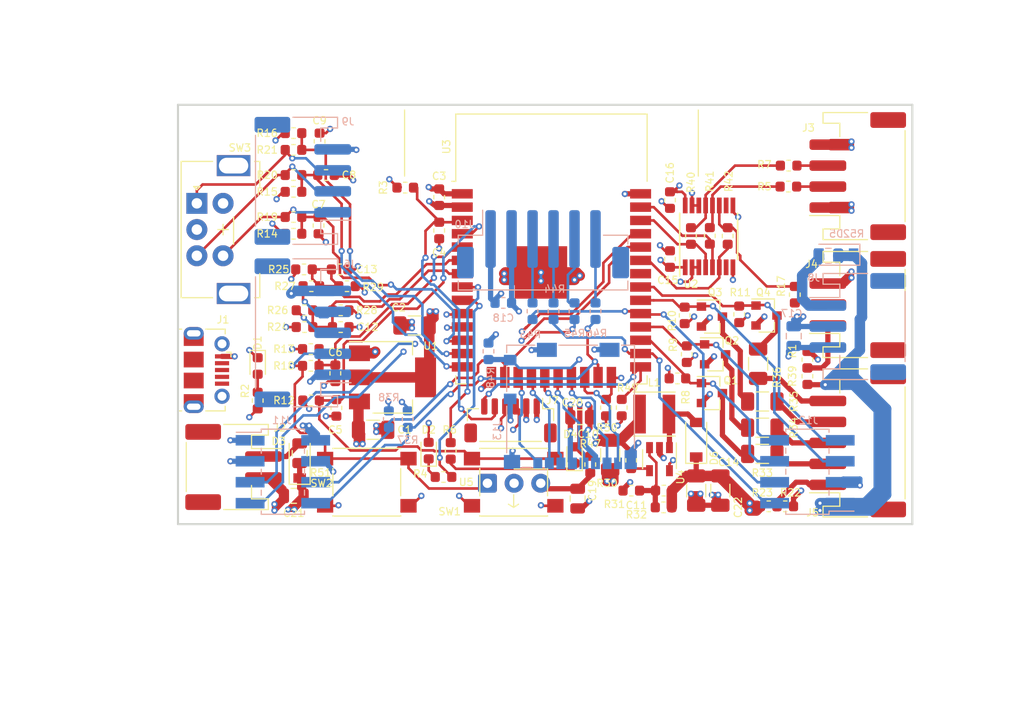
<source format=kicad_pcb>
(kicad_pcb (version 20171130) (host pcbnew "(5.1.5)-3")
  (layers (0 F.Cu signal) (1 In1.Cu power) (2 In2.Cu power) (31 B.Cu signal) (34 B.Paste user) (35 F.Paste user) (36 B.SilkS user) (37 F.SilkS user) (38 B.Mask user) (39 F.Mask user) (44 Edge.Cuts user))
  (net 0 "")
  (net 1 GNDD)
  (net 2 +5V)
  (net 3 +3V3)
  (net 4 /EN)
  (net 5 /DI1)
  (net 6 /DI2)
  (net 7 /EncA)
  (net 8 /EncB)
  (net 9 /EncSw)
  (net 10 "Net-(D1-Pad2)")
  (net 11 "Net-(D2-Pad1)")
  (net 12 "Net-(D4-Pad1)")
  (net 13 /AI1)
  (net 14 /AI2)
  (net 15 "Net-(J1-Pad3)")
  (net 16 "Net-(J1-Pad2)")
  (net 17 "Net-(J3-Pad2)")
  (net 18 "Net-(J4-Pad2)")
  (net 19 "Net-(J5-Pad5)")
  (net 20 /TXD)
  (net 21 /RXD)
  (net 22 "Net-(Q1-Pad3)")
  (net 23 /Red)
  (net 24 /Green)
  (net 25 /Blue)
  (net 26 /White)
  (net 27 /IO0)
  (net 28 "Net-(U3-Pad32)")
  (net 29 "Net-(C11-Pad2)")
  (net 30 +12P)
  (net 31 "Net-(R30-Pad2)")
  (net 32 "Net-(D6-Pad2)")
  (net 33 "Net-(J1-Pad4)")
  (net 34 "Net-(J3-Pad3)")
  (net 35 "Net-(J5-Pad4)")
  (net 36 "Net-(J5-Pad3)")
  (net 37 "Net-(J5-Pad2)")
  (net 38 "Net-(J5-Pad1)")
  (net 39 "Net-(J6-Pad4)")
  (net 40 "Net-(J6-Pad3)")
  (net 41 /SCL)
  (net 42 /Ext2)
  (net 43 /SDA)
  (net 44 /Ext1)
  (net 45 /Dac2)
  (net 46 /Dac1)
  (net 47 "Net-(Q2-Pad3)")
  (net 48 "Net-(Q3-Pad3)")
  (net 49 "Net-(Q4-Pad3)")
  (net 50 "Net-(U2-Pad10)")
  (net 51 "Net-(U2-Pad7)")
  (net 52 "Net-(J4-Pad1)")
  (net 53 "Net-(R17-Pad2)")
  (net 54 "Net-(R40-Pad1)")
  (net 55 "Net-(R41-Pad1)")
  (net 56 /SDO)
  (net 57 /ADO)
  (net 58 /StatR)
  (net 59 /StatB)
  (net 60 /pESw)
  (net 61 /pEB)
  (net 62 /pEA)
  (net 63 /pDI2)
  (net 64 "Net-(J10-Pad6)")
  (net 65 "Net-(J10-Pad5)")
  (net 66 "Net-(J10-Pad4)")
  (net 67 "Net-(J10-Pad3)")
  (net 68 "Net-(C19-Pad1)")
  (net 69 /Detect)
  (net 70 /Data0)
  (net 71 /Clk)
  (net 72 /Cmd)
  (net 73 /Data3)
  (net 74 /Data1)
  (net 75 /Data2)
  (net 76 "Net-(D3-Pad2)")
  (net 77 /SCLK)
  (net 78 "Net-(D5-Pad2)")
  (module Capacitor_SMD:C_1206_3216Metric (layer F.Cu) (at 141.7 126.8 270)
    (fp_text reference C22 (at 1.6 -1.7 90) (layer F.SilkS) (effects (font (size 0.7 0.7) (thickness 0.11))))
    (fp_text value 4,7uF)
    (pad 2 smd roundrect (at 1.4 0 270) (size 1.25 1.75) (layers F.Cu F.Paste F.Mask) (roundrect_rratio 0.2) (net 1 GNDD))
    (pad 1 smd roundrect (at -1.4 0 270) (size 1.25 1.75) (layers F.Cu F.Paste F.Mask) (roundrect_rratio 0.2) (net 30 +12P))
  )
  (module Resistor_SMD:R_0805_2012Metric (layer B.Cu) (at 152 104.4)
    (fp_text reference R52 (at 2.4 -2.1) (layer B.SilkS) (effects (font (size 0.7 0.7) (thickness 0.11)) (justify mirror)))
    (fp_text value NC)
    (pad 2 smd roundrect (at 0.9375 0) (size 0.975 1.4) (layers B.Cu B.Paste B.Mask) (net 30 +12P))
    (pad 1 smd roundrect (at -0.9375 0) (size 0.975 1.4) (layers B.Cu B.Paste B.Mask) (net 78 "Net-(D5-Pad2)"))
  )
  (module Diode_SMD:D_SOD-123 (layer B.Cu) (at 152.75 104.3 180)
    (fp_text reference D5 (at 0 2) (layer B.SilkS) (effects (font (size 0.7 0.7) (thickness 0.11)) (justify mirror)))
    (fp_text value SS24FL)
    (pad 2 smd rect (at 1.65 0 180) (size 0.9 1.2) (layers B.Cu B.Paste B.Mask) (net 78 "Net-(D5-Pad2)"))
    (pad 1 smd rect (at -1.65 0 180) (size 0.9 1.2) (layers B.Cu B.Paste B.Mask) (net 30 +12P))
  )
  (module Resistor_SMD:R_0805_2012Metric (layer F.Cu) (at 101.6 123.2375 90)
    (fp_text reference R51 (at -1.8625 2 180) (layer F.SilkS) (effects (font (size 0.7 0.7) (thickness 0.11))))
    (fp_text value NC)
    (pad 2 smd roundrect (at 0.9375 0 90) (size 0.975 1.4) (layers F.Cu F.Paste F.Mask) (net 76 "Net-(D3-Pad2)"))
    (pad 1 smd roundrect (at -0.9375 0 90) (size 0.975 1.4) (layers F.Cu F.Paste F.Mask) (net 2 +5V))
  )
  (module Capacitor_SMD:C_0805_2012Metric (layer F.Cu) (at 101.0375 127.3 180)
    (fp_text reference C21 (at 0 -1.65) (layer F.SilkS) (effects (font (size 0.7 0.7) (thickness 0.11))))
    (fp_text value 1uF)
    (pad 2 smd roundrect (at 0.9375 0 180) (size 0.975 1.4) (layers F.Cu F.Paste F.Mask) (net 1 GNDD))
    (pad 1 smd roundrect (at -0.9375 0 180) (size 0.975 1.4) (layers F.Cu F.Paste F.Mask) (net 2 +5V))
  )
  (module RF_Module:ESP32-WROOM-32 (layer F.Cu) (at 125.6 106.745)
    (fp_text reference U3 (at -10 -12.745 270) (layer F.SilkS) (effects (font (size 0.7 0.7) (thickness 0.11))))
    (fp_text value ESP32-WROOM-32)
    (pad 39 smd rect (at -1 -0.755) (size 5 5) (layers F.Cu F.Paste F.Mask) (net 1 GNDD))
    (pad 1 smd rect (at -8.5 -8.255) (size 2 0.9) (layers F.Cu F.Paste F.Mask) (net 1 GNDD))
    (pad 2 smd rect (at -8.5 -6.985) (size 2 0.9) (layers F.Cu F.Paste F.Mask) (net 3 +3V3))
    (pad 3 smd rect (at -8.5 -5.715) (size 2 0.9) (layers F.Cu F.Paste F.Mask) (net 4 /EN))
    (pad 4 smd rect (at -8.5 -4.445) (size 2 0.9) (layers F.Cu F.Paste F.Mask) (net 5 /DI1))
    (pad 5 smd rect (at -8.5 -3.175) (size 2 0.9) (layers F.Cu F.Paste F.Mask) (net 6 /DI2))
    (pad 6 smd rect (at -8.5 -1.905) (size 2 0.9) (layers F.Cu F.Paste F.Mask) (net 13 /AI1))
    (pad 7 smd rect (at -8.5 -0.635) (size 2 0.9) (layers F.Cu F.Paste F.Mask) (net 14 /AI2))
    (pad 8 smd rect (at -8.5 0.635) (size 2 0.9) (layers F.Cu F.Paste F.Mask) (net 59 /StatB))
    (pad 9 smd rect (at -8.5 1.905) (size 2 0.9) (layers F.Cu F.Paste F.Mask) (net 58 /StatR))
    (pad 10 smd rect (at -8.5 3.175) (size 2 0.9) (layers F.Cu F.Paste F.Mask) (net 46 /Dac1))
    (pad 11 smd rect (at -8.5 4.445) (size 2 0.9) (layers F.Cu F.Paste F.Mask) (net 45 /Dac2))
    (pad 12 smd rect (at -8.5 5.715) (size 2 0.9) (layers F.Cu F.Paste F.Mask) (net 9 /EncSw))
    (pad 13 smd rect (at -8.5 6.985) (size 2 0.9) (layers F.Cu F.Paste F.Mask) (net 7 /EncA))
    (pad 14 smd rect (at -8.5 8.255) (size 2 0.9) (layers F.Cu F.Paste F.Mask) (net 8 /EncB))
    (pad 15 smd rect (at -5.715 9.255 90) (size 2 0.9) (layers F.Cu F.Paste F.Mask) (net 1 GNDD))
    (pad 16 smd rect (at -4.445 9.255 90) (size 2 0.9) (layers F.Cu F.Paste F.Mask) (net 43 /SDA))
    (pad 17 smd rect (at -3.175 9.255 90) (size 2 0.9) (layers F.Cu F.Paste F.Mask) (net 75 /Data2))
    (pad 18 smd rect (at -1.905 9.255 90) (size 2 0.9) (layers F.Cu F.Paste F.Mask) (net 73 /Data3))
    (pad 19 smd rect (at -0.635 9.255 90) (size 2 0.9) (layers F.Cu F.Paste F.Mask) (net 72 /Cmd))
    (pad 20 smd rect (at 0.635 9.255 90) (size 2 0.9) (layers F.Cu F.Paste F.Mask) (net 71 /Clk))
    (pad 21 smd rect (at 1.905 9.255 90) (size 2 0.9) (layers F.Cu F.Paste F.Mask) (net 70 /Data0))
    (pad 22 smd rect (at 3.175 9.255 90) (size 2 0.9) (layers F.Cu F.Paste F.Mask) (net 74 /Data1))
    (pad 23 smd rect (at 4.445 9.255 90) (size 2 0.9) (layers F.Cu F.Paste F.Mask) (net 41 /SCL))
    (pad 24 smd rect (at 5.715 9.255 90) (size 2 0.9) (layers F.Cu F.Paste F.Mask) (net 69 /Detect))
    (pad 25 smd rect (at 8.5 8.255) (size 2 0.9) (layers F.Cu F.Paste F.Mask) (net 27 /IO0))
    (pad 26 smd rect (at 8.5 6.985) (size 2 0.9) (layers F.Cu F.Paste F.Mask) (net 42 /Ext2))
    (pad 27 smd rect (at 8.5 5.715) (size 2 0.9) (layers F.Cu F.Paste F.Mask) (net 23 /Red))
    (pad 28 smd rect (at 8.5 4.445) (size 2 0.9) (layers F.Cu F.Paste F.Mask) (net 24 /Green))
    (pad 29 smd rect (at 8.5 3.175) (size 2 0.9) (layers F.Cu F.Paste F.Mask) (net 44 /Ext1))
    (pad 30 smd rect (at 8.5 1.905) (size 2 0.9) (layers F.Cu F.Paste F.Mask) (net 25 /Blue))
    (pad 31 smd rect (at 8.5 0.635) (size 2 0.9) (layers F.Cu F.Paste F.Mask) (net 26 /White))
    (pad 32 smd rect (at 8.5 -0.635) (size 2 0.9) (layers F.Cu F.Paste F.Mask) (net 28 "Net-(U3-Pad32)"))
    (pad 33 smd rect (at 8.5 -1.905) (size 2 0.9) (layers F.Cu F.Paste F.Mask) (net 57 /ADO))
    (pad 34 smd rect (at 8.5 -3.175) (size 2 0.9) (layers F.Cu F.Paste F.Mask) (net 21 /RXD))
    (pad 35 smd rect (at 8.5 -4.445) (size 2 0.9) (layers F.Cu F.Paste F.Mask) (net 20 /TXD))
    (pad 36 smd rect (at 8.5 -5.715) (size 2 0.9) (layers F.Cu F.Paste F.Mask) (net 77 /SCLK))
    (pad 37 smd rect (at 8.5 -6.985) (size 2 0.9) (layers F.Cu F.Paste F.Mask) (net 56 /SDO))
    (pad 38 smd rect (at 8.5 -8.255) (size 2 0.9) (layers F.Cu F.Paste F.Mask) (net 1 GNDD))
  )
  (module Resistor_SMD:R_0603_1608Metric (layer F.Cu) (at 111.6625 97.9)
    (fp_text reference R3 (at -2.0875 0 -90) (layer F.SilkS) (effects (font (size 0.7 0.7) (thickness 0.11))))
    (fp_text value 10k)
    (pad 1 smd roundrect (at -0.7875 0) (size 0.875 0.95) (layers F.Cu F.Paste F.Mask) (net 3 +3V3))
    (pad 2 smd roundrect (at 0.7875 0) (size 0.875 0.95) (layers F.Cu F.Paste F.Mask) (net 4 /EN))
  )
  (module Resistor_SMD:R_0603_1608Metric (layer F.Cu) (at 130.8 118.8875 90)
    (fp_text reference R50 (at -1.9125 0.1 180) (layer F.SilkS) (effects (font (size 0.7 0.7) (thickness 0.11))))
    (fp_text value 10k)
    (pad 2 smd roundrect (at 0.7875 0 90) (size 0.875 0.95) (layers F.Cu F.Paste F.Mask) (net 69 /Detect))
    (pad 1 smd roundrect (at -0.7875 0 90) (size 0.875 0.95) (layers F.Cu F.Paste F.Mask) (net 1 GNDD))
  )
  (module Connector_JST:JST_PH_S3B-PH-SM4-TB_1x03-1MP_P2.00mm_Horizontal (layer F.Cu) (at 154.8 109.05 90)
    (fp_text reference J4 (at 3.85 -4.4 180) (layer F.SilkS) (effects (font (size 0.7 0.7) (thickness 0.11))))
    (fp_text value PH-S3B)
    (pad MP smd roundrect (at 4.35 2.9 90) (size 1.5 3.4) (layers F.Cu F.Paste F.Mask) (roundrect_rratio 0.166667))
    (pad MP smd roundrect (at -4.35 2.9 90) (size 1.5 3.4) (layers F.Cu F.Paste F.Mask) (roundrect_rratio 0.166667))
    (pad 3 smd roundrect (at 2 -2.85 90) (size 1 3.5) (layers F.Cu F.Paste F.Mask) (net 1 GNDD))
    (pad 2 smd roundrect (at 0 -2.85 90) (size 1 3.5) (layers F.Cu F.Paste F.Mask) (net 18 "Net-(J4-Pad2)"))
    (pad 1 smd roundrect (at -2 -2.85 90) (size 1 3.5) (layers F.Cu F.Paste F.Mask) (net 52 "Net-(J4-Pad1)"))
  )
  (module Connector_PinSocket_2.00mm:PinSocket_2x04_P2.00mm_Vertical_SMD (layer B.Cu) (at 150 125)
    (fp_text reference J12 (at 0.1 -4.9) (layer B.SilkS) (effects (font (size 0.7 0.7) (thickness 0.11)) (justify mirror)))
    (fp_text value "2x4 2mm")
    (pad 8 smd rect (at -3.125 -3) (size 2.75 1) (layers B.Cu B.Paste B.Mask) (net 24 /Green))
    (pad 7 smd rect (at 3.125 -3) (size 2.75 1) (layers B.Cu B.Paste B.Mask) (net 26 /White))
    (pad 6 smd rect (at -3.125 -1) (size 2.75 1) (layers B.Cu B.Paste B.Mask) (net 23 /Red))
    (pad 5 smd rect (at 3.125 -1) (size 2.75 1) (layers B.Cu B.Paste B.Mask) (net 25 /Blue))
    (pad 4 smd rect (at -3.125 1) (size 2.75 1) (layers B.Cu B.Paste B.Mask) (net 44 /Ext1))
    (pad 3 smd rect (at 3.125 1) (size 2.75 1) (layers B.Cu B.Paste B.Mask) (net 1 GNDD))
    (pad 2 smd rect (at -3.125 3) (size 2.75 1) (layers B.Cu B.Paste B.Mask) (net 42 /Ext2))
    (pad 1 smd rect (at 3.125 3) (size 2.75 1) (layers B.Cu B.Paste B.Mask) (net 30 +12P))
  )
  (module OptoDevice:Vishay_MOLD-3Pin (layer F.Cu) (at 119.5 126.1)
    (fp_text reference U5 (at -2.02 -0.1) (layer F.SilkS) (effects (font (size 0.7 0.7) (thickness 0.11))))
    (fp_text value TSDP341xx)
    (pad 1 thru_hole roundrect (at 0 0) (size 1.8 1.8) (drill 0.9) (layers *.Cu *.Mask) (roundrect_rratio 0.138) (net 63 /pDI2))
    (pad 2 thru_hole circle (at 2.54 0) (size 1.8 1.8) (drill 0.9) (layers *.Cu *.Mask) (net 1 GNDD))
    (pad 3 thru_hole circle (at 5.08 0) (size 1.8 1.8) (drill 0.9) (layers *.Cu *.Mask) (net 68 "Net-(C19-Pad1)"))
  )
  (module Diode_SMD:D_SOD-123 (layer F.Cu) (at 101.6 123.95 90)
    (fp_text reference D3 (at 1.85 -2 180) (layer F.SilkS) (effects (font (size 0.7 0.7) (thickness 0.11))))
    (fp_text value SS24FL)
    (pad 1 smd rect (at -1.65 0 90) (size 0.9 1.2) (layers F.Cu F.Paste F.Mask) (net 2 +5V))
    (pad 2 smd rect (at 1.65 0 90) (size 0.9 1.2) (layers F.Cu F.Paste F.Mask) (net 76 "Net-(D3-Pad2)"))
  )
  (module Resistor_SMD:R_0603_1608Metric (layer F.Cu) (at 132.3 118.8875 90)
    (fp_text reference R49 (at 1.8875 0.55) (layer F.SilkS) (effects (font (size 0.7 0.7) (thickness 0.11))))
    (fp_text value 10k)
    (pad 1 smd roundrect (at -0.7875 0 90) (size 0.875 0.95) (layers F.Cu F.Paste F.Mask) (net 3 +3V3))
    (pad 2 smd roundrect (at 0.7875 0 90) (size 0.875 0.95) (layers F.Cu F.Paste F.Mask) (net 27 /IO0))
  )
  (module Connector_JST:JST_PH_B6B-PH-SM4-TB_1x06-1MP_P2.00mm_Vertical (layer B.Cu) (at 124.8 103.3)
    (fp_text reference J10 (at -7.5 -1.9) (layer B.SilkS) (effects (font (size 0.7 0.7) (thickness 0.11)) (justify mirror)))
    (fp_text value PH-S6B)
    (pad 1 smd roundrect (at -5 -0.5) (size 1 5.5) (layers B.Cu B.Paste B.Mask) (net 3 +3V3))
    (pad 2 smd roundrect (at -3 -0.5) (size 1 5.5) (layers B.Cu B.Paste B.Mask) (net 1 GNDD))
    (pad 3 smd roundrect (at -1 -0.5) (size 1 5.5) (layers B.Cu B.Paste B.Mask) (net 67 "Net-(J10-Pad3)"))
    (pad 4 smd roundrect (at 1 -0.5) (size 1 5.5) (layers B.Cu B.Paste B.Mask) (net 66 "Net-(J10-Pad4)"))
    (pad 5 smd roundrect (at 3 -0.5) (size 1 5.5) (layers B.Cu B.Paste B.Mask) (net 65 "Net-(J10-Pad5)"))
    (pad 6 smd roundrect (at 5 -0.5) (size 1 5.5) (layers B.Cu B.Paste B.Mask) (net 64 "Net-(J10-Pad6)"))
    (pad MP smd roundrect (at -7.4 1.75) (size 1.6 3) (layers B.Cu B.Paste B.Mask) (roundrect_rratio 0.15625))
    (pad MP smd roundrect (at 7.4 1.75) (size 1.6 3) (layers B.Cu B.Paste B.Mask) (roundrect_rratio 0.15625))
  )
  (module Resistor_SMD:R_0603_1608Metric (layer B.Cu) (at 119.6 113.5125 90)
    (fp_text reference R48 (at -2.5125 0.2 90) (layer B.SilkS) (effects (font (size 0.7 0.7) (thickness 0.11)) (justify mirror)))
    (fp_text value 10k)
    (pad 1 smd roundrect (at -0.7875 0 90) (size 0.875 0.95) (layers B.Cu B.Paste B.Mask) (net 69 /Detect))
    (pad 2 smd roundrect (at 0.7875 0 90) (size 0.875 0.95) (layers B.Cu B.Paste B.Mask) (net 3 +3V3))
  )
  (module Resistor_SMD:R_0603_1608Metric (layer F.Cu) (at 129.3 124.3125 90)
    (fp_text reference R47 (at 1.9875 0 180) (layer F.SilkS) (effects (font (size 0.7 0.7) (thickness 0.11))))
    (fp_text value 100R)
    (pad 1 smd roundrect (at -0.7875 0 90) (size 0.875 0.95) (layers F.Cu F.Paste F.Mask) (net 68 "Net-(C19-Pad1)"))
    (pad 2 smd roundrect (at 0.7875 0 90) (size 0.875 0.95) (layers F.Cu F.Paste F.Mask) (net 3 +3V3))
  )
  (module Connector_Card:microSD_HC_Molex_104031-0811 (layer B.Cu) (at 127.405 118.75)
    (fp_text reference J13 (at -6.965 2.325 90) (layer B.SilkS) (effects (font (size 0.7 0.7) (thickness 0.11)) (justify mirror)))
    (fp_text value Micro_SD_Card_Det)
    (pad 1 smd rect (at -3.105 5.45) (size 0.85 1.1) (layers B.Cu B.Paste B.Mask) (net 75 /Data2))
    (pad 8 smd rect (at 4.545 5.45) (size 0.75 1.1) (layers B.Cu B.Paste B.Mask) (net 74 /Data1))
    (pad 2 smd rect (at -2.005 5.45) (size 0.85 1.1) (layers B.Cu B.Paste B.Mask) (net 73 /Data3))
    (pad 3 smd rect (at -0.905 5.45) (size 0.85 1.1) (layers B.Cu B.Paste B.Mask) (net 72 /Cmd))
    (pad 4 smd rect (at 0.195 5.45) (size 0.85 1.1) (layers B.Cu B.Paste B.Mask) (net 3 +3V3))
    (pad 5 smd rect (at 1.295 5.45) (size 0.85 1.1) (layers B.Cu B.Paste B.Mask) (net 71 /Clk))
    (pad 6 smd rect (at 2.395 5.45) (size 0.85 1.1) (layers B.Cu B.Paste B.Mask) (net 1 GNDD))
    (pad 7 smd rect (at 3.495 5.45) (size 0.85 1.1) (layers B.Cu B.Paste B.Mask) (net 70 /Data0))
    (pad 11 smd rect (at 5.755 5.1) (size 1.17 1.8) (layers B.Cu B.Paste B.Mask) (net 1 GNDD))
    (pad 11 smd rect (at -5.565 5.325) (size 1.55 1.35) (layers B.Cu B.Paste B.Mask) (net 1 GNDD))
    (pad 10 smd rect (at -5.74 -4.4) (size 1.2 1) (layers B.Cu B.Paste B.Mask) (net 69 /Detect))
    (pad 9 smd rect (at -5.74 -0.7) (size 1.2 1) (layers B.Cu B.Paste B.Mask) (net 1 GNDD))
    (pad 11 smd rect (at -2.24 -5.375) (size 1.9 1.35) (layers B.Cu B.Paste B.Mask) (net 1 GNDD))
    (pad 11 smd rect (at 3.73 -5.375) (size 1.9 1.35) (layers B.Cu B.Paste B.Mask) (net 1 GNDD))
  )
  (module Capacitor_SMD:C_0805_2012Metric (layer F.Cu) (at 128.3375 119.8)
    (fp_text reference C20 (at -0.7375 -1.4 180) (layer F.SilkS) (effects (font (size 0.7 0.7) (thickness 0.11))))
    (fp_text value 1uF)
    (pad 1 smd roundrect (at -0.9375 0) (size 0.975 1.4) (layers F.Cu F.Paste F.Mask) (net 3 +3V3))
    (pad 2 smd roundrect (at 0.9375 0) (size 0.975 1.4) (layers F.Cu F.Paste F.Mask) (net 1 GNDD))
  )
  (module Capacitor_SMD:C_0805_2012Metric (layer F.Cu) (at 128.1 127.5625 270)
    (fp_text reference C19 (at -0.7625 -1.4 270) (layer F.SilkS) (effects (font (size 0.7 0.7) (thickness 0.11))))
    (fp_text value 1uF)
    (pad 1 smd roundrect (at -0.9375 0 270) (size 0.975 1.4) (layers F.Cu F.Paste F.Mask) (net 68 "Net-(C19-Pad1)"))
    (pad 2 smd roundrect (at 0.9375 0 270) (size 0.975 1.4) (layers F.Cu F.Paste F.Mask) (net 1 GNDD))
  )
  (module Connector_JST:JST_PH_S4B-PH-SM4-TB_1x04-1MP_P2.00mm_Horizontal (layer B.Cu) (at 101.9 97.25 90)
    (fp_text reference J9 (at 5.65 4.3) (layer B.SilkS) (effects (font (size 0.7 0.7) (thickness 0.11)) (justify mirror)))
    (fp_text value PH-S4B)
    (pad MP smd roundrect (at 5.35 -2.9 90) (size 1.5 3.4) (layers B.Cu B.Paste B.Mask) (roundrect_rratio 0.166667))
    (pad MP smd roundrect (at -5.35 -2.9 90) (size 1.5 3.4) (layers B.Cu B.Paste B.Mask) (roundrect_rratio 0.166667))
    (pad 4 smd roundrect (at 3 2.85 90) (size 1 3.5) (layers B.Cu B.Paste B.Mask) (net 1 GNDD))
    (pad 3 smd roundrect (at 1 2.85 90) (size 1 3.5) (layers B.Cu B.Paste B.Mask) (net 62 /pEA))
    (pad 2 smd roundrect (at -1 2.85 90) (size 1 3.5) (layers B.Cu B.Paste B.Mask) (net 61 /pEB))
    (pad 1 smd roundrect (at -3 2.85 90) (size 1 3.5) (layers B.Cu B.Paste B.Mask) (net 60 /pESw))
  )
  (module Capacitor_SMD:C_0603_1608Metric (layer B.Cu) (at 121.0125 108.9)
    (fp_text reference C18 (at 0 1.43) (layer B.SilkS) (effects (font (size 0.7 0.7) (thickness 0.11)) (justify mirror)))
    (fp_text value 100nF)
    (pad 1 smd roundrect (at -0.7875 0) (size 0.875 0.95) (layers B.Cu B.Paste B.Mask) (net 3 +3V3))
    (pad 2 smd roundrect (at 0.7875 0) (size 0.875 0.95) (layers B.Cu B.Paste B.Mask) (net 1 GNDD))
  )
  (module Capacitor_SMD:C_0805_2012Metric (layer B.Cu) (at 148.7 112.0625 270)
    (fp_text reference C17 (at -2.1625 0.2 180) (layer B.SilkS) (effects (font (size 0.7 0.7) (thickness 0.11)) (justify mirror)))
    (fp_text value 1uF)
    (pad 1 smd roundrect (at -0.9375 0 270) (size 0.975 1.4) (layers B.Cu B.Paste B.Mask) (net 2 +5V))
    (pad 2 smd roundrect (at 0.9375 0 270) (size 0.975 1.4) (layers B.Cu B.Paste B.Mask) (net 1 GNDD))
  )
  (module Connector_JST:JST_PH_S3B-PH-SM4-TB_1x03-1MP_P2.00mm_Horizontal (layer B.Cu) (at 154.8 111.15 270)
    (fp_text reference J8 (at -4.65 4.2 180) (layer B.SilkS) (effects (font (size 0.7 0.7) (thickness 0.11)) (justify mirror)))
    (fp_text value PH-S3B)
    (pad 1 smd roundrect (at -2 2.85 270) (size 1 3.5) (layers B.Cu B.Paste B.Mask) (net 78 "Net-(D5-Pad2)"))
    (pad 2 smd roundrect (at 0 2.85 270) (size 1 3.5) (layers B.Cu B.Paste B.Mask) (net 2 +5V))
    (pad 3 smd roundrect (at 2 2.85 270) (size 1 3.5) (layers B.Cu B.Paste B.Mask) (net 1 GNDD))
    (pad MP smd roundrect (at -4.35 -2.9 270) (size 1.5 3.4) (layers B.Cu B.Paste B.Mask) (roundrect_rratio 0.166667))
    (pad MP smd roundrect (at 4.35 -2.9 270) (size 1.5 3.4) (layers B.Cu B.Paste B.Mask) (roundrect_rratio 0.166667))
  )
  (module Resistor_SMD:R_0603_1608Metric (layer B.Cu) (at 129.8 109.6875 90)
    (fp_text reference R46 (at -2.1125 0.1 180) (layer B.SilkS) (effects (font (size 0.7 0.7) (thickness 0.11)) (justify mirror)))
    (fp_text value 100R)
    (pad 1 smd roundrect (at -0.7875 0 90) (size 0.875 0.95) (layers B.Cu B.Paste B.Mask) (net 41 /SCL))
    (pad 2 smd roundrect (at 0.7875 0 90) (size 0.875 0.95) (layers B.Cu B.Paste B.Mask) (net 64 "Net-(J10-Pad6)"))
  )
  (module Resistor_SMD:R_0603_1608Metric (layer B.Cu) (at 127.8 109.6875 90)
    (fp_text reference R45 (at -2.1125 0 180) (layer B.SilkS) (effects (font (size 0.7 0.7) (thickness 0.11)) (justify mirror)))
    (fp_text value 100R)
    (pad 1 smd roundrect (at -0.7875 0 90) (size 0.875 0.95) (layers B.Cu B.Paste B.Mask) (net 43 /SDA))
    (pad 2 smd roundrect (at 0.7875 0 90) (size 0.875 0.95) (layers B.Cu B.Paste B.Mask) (net 65 "Net-(J10-Pad5)"))
  )
  (module Resistor_SMD:R_0603_1608Metric (layer B.Cu) (at 125.8 109.6875 90)
    (fp_text reference R44 (at 2.1125 0.1 180) (layer B.SilkS) (effects (font (size 0.7 0.7) (thickness 0.11)) (justify mirror)))
    (fp_text value 100R)
    (pad 1 smd roundrect (at -0.7875 0 90) (size 0.875 0.95) (layers B.Cu B.Paste B.Mask) (net 42 /Ext2))
    (pad 2 smd roundrect (at 0.7875 0 90) (size 0.875 0.95) (layers B.Cu B.Paste B.Mask) (net 66 "Net-(J10-Pad4)"))
  )
  (module Resistor_SMD:R_0603_1608Metric (layer B.Cu) (at 123.8 109.6875 90)
    (fp_text reference R43 (at -2.2125 -0.2 180) (layer B.SilkS) (effects (font (size 0.7 0.7) (thickness 0.11)) (justify mirror)))
    (fp_text value 100R)
    (pad 1 smd roundrect (at -0.7875 0 90) (size 0.875 0.95) (layers B.Cu B.Paste B.Mask) (net 44 /Ext1))
    (pad 2 smd roundrect (at 0.7875 0 90) (size 0.875 0.95) (layers B.Cu B.Paste B.Mask) (net 67 "Net-(J10-Pad3)"))
  )
  (module _ProjectParts:RotaryEncoder_EN12-VS11AF18 (layer F.Cu) (at 91.8 99.4)
    (fp_text reference SW3 (at 4.1 -5.3) (layer F.SilkS) (effects (font (size 0.7 0.7) (thickness 0.11))))
    (fp_text value EN12-VS11AF18)
    (pad S1 thru_hole circle (at 2.5 5) (size 2 2) (drill 1) (layers *.Cu *.Mask) (net 60 /pESw))
    (pad S2 thru_hole circle (at 2.5 0) (size 2 2) (drill 1) (layers *.Cu *.Mask) (net 1 GNDD))
    (pad MP thru_hole rect (at 3.5 8.6) (size 3.2 2) (drill oval 2.8 1.5) (layers *.Cu *.Mask))
    (pad MP thru_hole rect (at 3.5 -3.6) (size 3.2 2) (drill oval 2.8 1.5) (layers *.Cu *.Mask))
    (pad B thru_hole circle (at 0 5) (size 2 2) (drill 1) (layers *.Cu *.Mask) (net 61 /pEB))
    (pad C thru_hole circle (at 0 2.5) (size 2 2) (drill 1) (layers *.Cu *.Mask) (net 1 GNDD))
    (pad A thru_hole rect (at 0 0) (size 2 2) (drill 1) (layers *.Cu *.Mask) (net 62 /pEA))
  )
  (module MountingHole:MountingHole_3.2mm_M3 (layer F.Cu) (at 110 103)
    (fp_text reference REF** hide)
    (fp_text value M3)
    (pad 1 np_thru_hole circle (at 0 0) (size 3.2 3.2) (drill 3.2) (layers *.Cu *.Mask))
  )
  (module Capacitor_SMD:C_0603_1608Metric (layer F.Cu) (at 136.9 104.7125 270)
    (fp_text reference C15 (at 2.0125 0.2 180) (layer F.SilkS) (effects (font (size 0.7 0.7) (thickness 0.11))))
    (fp_text value 100nF)
    (pad 1 smd roundrect (at -0.7875 0 270) (size 0.875 0.95) (layers F.Cu F.Paste F.Mask) (net 1 GNDD))
    (pad 2 smd roundrect (at 0.7875 0 270) (size 0.875 0.95) (layers F.Cu F.Paste F.Mask) (net 3 +3V3))
  )
  (module Resistor_SMD:R_0603_1608Metric (layer F.Cu) (at 142.4 102.5125 270)
    (fp_text reference R42 (at -5.2125 -0.1 90) (layer F.SilkS) (effects (font (size 0.7 0.7) (thickness 0.11))))
    (fp_text value NC)
    (pad 1 smd roundrect (at -0.7875 0 270) (size 0.875 0.95) (layers F.Cu F.Paste F.Mask) (net 53 "Net-(R17-Pad2)"))
    (pad 2 smd roundrect (at 0.7875 0 270) (size 0.875 0.95) (layers F.Cu F.Paste F.Mask) (net 57 /ADO))
  )
  (module Resistor_SMD:R_0603_1608Metric (layer F.Cu) (at 140.7 102.5 270)
    (fp_text reference R41 (at -5.2 0 90) (layer F.SilkS) (effects (font (size 0.7 0.7) (thickness 0.11))))
    (fp_text value NC)
    (pad 1 smd roundrect (at -0.7875 0 270) (size 0.875 0.95) (layers F.Cu F.Paste F.Mask) (net 55 "Net-(R41-Pad1)"))
    (pad 2 smd roundrect (at 0.7875 0 270) (size 0.875 0.95) (layers F.Cu F.Paste F.Mask) (net 56 /SDO))
  )
  (module Resistor_SMD:R_0603_1608Metric (layer F.Cu) (at 138.9 102.5125 270)
    (fp_text reference R40 (at -5.1125 0 90) (layer F.SilkS) (effects (font (size 0.7 0.7) (thickness 0.11))))
    (fp_text value NC)
    (pad 1 smd roundrect (at -0.7875 0 270) (size 0.875 0.95) (layers F.Cu F.Paste F.Mask) (net 54 "Net-(R40-Pad1)"))
    (pad 2 smd roundrect (at 0.7875 0 270) (size 0.875 0.95) (layers F.Cu F.Paste F.Mask) (net 77 /SCLK))
  )
  (module Resistor_SMD:R_0603_1608Metric (layer F.Cu) (at 150 115.8875 90)
    (fp_text reference R39 (at 0 -1.43 90) (layer F.SilkS) (effects (font (size 0.7 0.7) (thickness 0.11))))
    (fp_text value 0R)
    (pad 1 smd roundrect (at -0.7875 0 90) (size 0.875 0.95) (layers F.Cu F.Paste F.Mask) (net 30 +12P))
    (pad 2 smd roundrect (at 0.7875 0 90) (size 0.875 0.95) (layers F.Cu F.Paste F.Mask) (net 52 "Net-(J4-Pad1)"))
  )
  (module Resistor_SMD:R_0603_1608Metric (layer F.Cu) (at 148.8 108.1125 90)
    (fp_text reference R17 (at 0.8125 -1.3 90) (layer F.SilkS) (effects (font (size 0.7 0.7) (thickness 0.11))))
    (fp_text value 0R)
    (pad 1 smd roundrect (at -0.7875 0 90) (size 0.875 0.95) (layers F.Cu F.Paste F.Mask) (net 18 "Net-(J4-Pad2)"))
    (pad 2 smd roundrect (at 0.7875 0 90) (size 0.875 0.95) (layers F.Cu F.Paste F.Mask) (net 53 "Net-(R17-Pad2)"))
  )
  (module Resistor_SMD:R_0603_1608Metric (layer F.Cu) (at 148.2125 95.8 180)
    (fp_text reference R7 (at 2.3125 0.1) (layer F.SilkS) (effects (font (size 0.7 0.7) (thickness 0.11))))
    (fp_text value 0R)
    (pad 1 smd roundrect (at -0.7875 0 180) (size 0.875 0.95) (layers F.Cu F.Paste F.Mask) (net 34 "Net-(J3-Pad3)"))
    (pad 2 smd roundrect (at 0.7875 0 180) (size 0.875 0.95) (layers F.Cu F.Paste F.Mask) (net 54 "Net-(R40-Pad1)"))
  )
  (module Resistor_SMD:R_0603_1608Metric (layer F.Cu) (at 148.1875 97.8 180)
    (fp_text reference R5 (at 2.2875 0) (layer F.SilkS) (effects (font (size 0.7 0.7) (thickness 0.11))))
    (fp_text value 0R)
    (pad 1 smd roundrect (at -0.7875 0 180) (size 0.875 0.95) (layers F.Cu F.Paste F.Mask) (net 17 "Net-(J3-Pad2)"))
    (pad 2 smd roundrect (at 0.7875 0 180) (size 0.875 0.95) (layers F.Cu F.Paste F.Mask) (net 55 "Net-(R41-Pad1)"))
  )
  (module Resistor_SMD:R_0603_1608Metric (layer F.Cu) (at 150 114.3125 90)
    (fp_text reference R1 (at 0.8125 -1.43 90) (layer F.SilkS) (effects (font (size 0.7 0.7) (thickness 0.11))))
    (fp_text value 0R)
    (pad 1 smd roundrect (at -0.7875 0 90) (size 0.875 0.95) (layers F.Cu F.Paste F.Mask) (net 52 "Net-(J4-Pad1)"))
    (pad 2 smd roundrect (at 0.7875 0 90) (size 0.875 0.95) (layers F.Cu F.Paste F.Mask) (net 2 +5V))
  )
  (module Package_SO:TSSOP-16_4.4x5mm_P0.65mm (layer F.Cu) (at 140.625 102.55 90)
    (fp_text reference U2 (at -4.55 -1.725 180) (layer F.SilkS) (effects (font (size 0.7 0.7) (thickness 0.11))))
    (fp_text value 74AXP4T245)
    (pad 1 smd rect (at -2.95 -2.275 90) (size 1.5 0.45) (layers F.Cu F.Paste F.Mask) (net 3 +3V3))
    (pad 2 smd rect (at -2.95 -1.625 90) (size 1.5 0.45) (layers F.Cu F.Paste F.Mask) (net 3 +3V3))
    (pad 3 smd rect (at -2.95 -0.975 90) (size 1.5 0.45) (layers F.Cu F.Paste F.Mask) (net 3 +3V3))
    (pad 4 smd rect (at -2.95 -0.325 90) (size 1.5 0.45) (layers F.Cu F.Paste F.Mask) (net 77 /SCLK))
    (pad 5 smd rect (at -2.95 0.325 90) (size 1.5 0.45) (layers F.Cu F.Paste F.Mask) (net 56 /SDO))
    (pad 6 smd rect (at -2.95 0.975 90) (size 1.5 0.45) (layers F.Cu F.Paste F.Mask) (net 57 /ADO))
    (pad 7 smd rect (at -2.95 1.625 90) (size 1.5 0.45) (layers F.Cu F.Paste F.Mask) (net 51 "Net-(U2-Pad7)"))
    (pad 8 smd rect (at -2.95 2.275 90) (size 1.5 0.45) (layers F.Cu F.Paste F.Mask) (net 1 GNDD))
    (pad 9 smd rect (at 2.95 2.275 90) (size 1.5 0.45) (layers F.Cu F.Paste F.Mask) (net 1 GNDD))
    (pad 10 smd rect (at 2.95 1.625 90) (size 1.5 0.45) (layers F.Cu F.Paste F.Mask) (net 50 "Net-(U2-Pad10)"))
    (pad 11 smd rect (at 2.95 0.975 90) (size 1.5 0.45) (layers F.Cu F.Paste F.Mask) (net 53 "Net-(R17-Pad2)"))
    (pad 12 smd rect (at 2.95 0.325 90) (size 1.5 0.45) (layers F.Cu F.Paste F.Mask) (net 55 "Net-(R41-Pad1)"))
    (pad 13 smd rect (at 2.95 -0.325 90) (size 1.5 0.45) (layers F.Cu F.Paste F.Mask) (net 54 "Net-(R40-Pad1)"))
    (pad 14 smd rect (at 2.95 -0.975 90) (size 1.5 0.45) (layers F.Cu F.Paste F.Mask) (net 1 GNDD))
    (pad 15 smd rect (at 2.95 -1.625 90) (size 1.5 0.45) (layers F.Cu F.Paste F.Mask) (net 1 GNDD))
    (pad 16 smd rect (at 2.95 -2.275 90) (size 1.5 0.45) (layers F.Cu F.Paste F.Mask) (net 2 +5V))
  )
  (module Capacitor_SMD:C_0603_1608Metric (layer F.Cu) (at 136.9 99.0875 270)
    (fp_text reference C16 (at -2.6 0 90) (layer F.SilkS) (effects (font (size 0.7 0.7) (thickness 0.11))))
    (fp_text value 100nF)
    (pad 1 smd roundrect (at -0.7875 0 270) (size 0.875 0.95) (layers F.Cu F.Paste F.Mask) (net 2 +5V))
    (pad 2 smd roundrect (at 0.7875 0 270) (size 0.875 0.95) (layers F.Cu F.Paste F.Mask) (net 1 GNDD))
  )
  (module Connector_JST:JST_PH_S5B-PH-SM4-TB_1x05-1MP_P2.00mm_Horizontal (layer B.Cu) (at 101.9 111.75 90)
    (fp_text reference J6 (at 6.55 4.5 180) (layer B.SilkS) (effects (font (size 0.7 0.7) (thickness 0.11)) (justify mirror)))
    (fp_text value PH-S5B)
    (pad 1 smd roundrect (at -4 2.85 90) (size 1 3.5) (layers B.Cu B.Paste B.Mask) (net 3 +3V3))
    (pad 2 smd roundrect (at -2 2.85 90) (size 1 3.5) (layers B.Cu B.Paste B.Mask) (net 63 /pDI2))
    (pad 3 smd roundrect (at 0 2.85 90) (size 1 3.5) (layers B.Cu B.Paste B.Mask) (net 40 "Net-(J6-Pad3)"))
    (pad 4 smd roundrect (at 2 2.85 90) (size 1 3.5) (layers B.Cu B.Paste B.Mask) (net 39 "Net-(J6-Pad4)"))
    (pad 5 smd roundrect (at 4 2.85 90) (size 1 3.5) (layers B.Cu B.Paste B.Mask) (net 1 GNDD))
    (pad MP smd roundrect (at -6.35 -2.9 90) (size 1.5 3.4) (layers B.Cu B.Paste B.Mask) (roundrect_rratio 0.166667))
    (pad MP smd roundrect (at 6.35 -2.9 90) (size 1.5 3.4) (layers B.Cu B.Paste B.Mask) (roundrect_rratio 0.166667))
  )
  (module Connector_JST:JST_SH_BM06B-SRSS-TB_1x06-1MP_P1.00mm_Vertical (layer F.Cu) (at 121.7 120.1 180)
    (fp_text reference J7 (at -4 1.9) (layer F.SilkS) (effects (font (size 0.7 0.7) (thickness 0.11))))
    (fp_text value SH-BM6)
    (pad 1 smd roundrect (at -2.5 1.325 180) (size 0.6 1.55) (layers F.Cu F.Paste F.Mask) (net 3 +3V3))
    (pad 2 smd roundrect (at -1.5 1.325 180) (size 0.6 1.55) (layers F.Cu F.Paste F.Mask) (net 1 GNDD))
    (pad 3 smd roundrect (at -0.5 1.325 180) (size 0.6 1.55) (layers F.Cu F.Paste F.Mask) (net 21 /RXD))
    (pad 4 smd roundrect (at 0.5 1.325 180) (size 0.6 1.55) (layers F.Cu F.Paste F.Mask) (net 20 /TXD))
    (pad 5 smd roundrect (at 1.5 1.325 180) (size 0.6 1.55) (layers F.Cu F.Paste F.Mask) (net 4 /EN))
    (pad 6 smd roundrect (at 2.5 1.325 180) (size 0.6 1.55) (layers F.Cu F.Paste F.Mask) (net 27 /IO0))
    (pad MP smd roundrect (at -3.8 -1.2 180) (size 1.2 1.8) (layers F.Cu F.Paste F.Mask) (roundrect_rratio 0.208333))
    (pad MP smd roundrect (at 3.8 -1.2 180) (size 1.2 1.8) (layers F.Cu F.Paste F.Mask) (roundrect_rratio 0.208333))
  )
  (module Package_TO_SOT_SMD:SOT-23 (layer F.Cu) (at 141.2 113.8)
    (fp_text reference Q2 (at 1.6 -1.3) (layer F.SilkS) (effects (font (size 0.7 0.7) (thickness 0.11))))
    (fp_text value IRLML2030)
    (pad 3 smd rect (at 1 0) (size 0.9 0.8) (layers F.Cu F.Paste F.Mask) (net 47 "Net-(Q2-Pad3)"))
    (pad 2 smd rect (at -1 0.95) (size 0.9 0.8) (layers F.Cu F.Paste F.Mask) (net 1 GNDD))
    (pad 1 smd rect (at -1 -0.95) (size 0.9 0.8) (layers F.Cu F.Paste F.Mask) (net 24 /Green))
  )
  (module Package_TO_SOT_SMD:SOT-23 (layer F.Cu) (at 146.1 110.1)
    (fp_text reference Q4 (at -0.3 -2.2) (layer F.SilkS) (effects (font (size 0.7 0.7) (thickness 0.11))))
    (fp_text value IRLML2030)
    (pad 1 smd rect (at -1 -0.95) (size 0.9 0.8) (layers F.Cu F.Paste F.Mask) (net 26 /White))
    (pad 2 smd rect (at -1 0.95) (size 0.9 0.8) (layers F.Cu F.Paste F.Mask) (net 1 GNDD))
    (pad 3 smd rect (at 1 0) (size 0.9 0.8) (layers F.Cu F.Paste F.Mask) (net 49 "Net-(Q4-Pad3)"))
  )
  (module Package_TO_SOT_SMD:SOT-23 (layer F.Cu) (at 140.9 110.2)
    (fp_text reference Q3 (at 0.3 -2.3) (layer F.SilkS) (effects (font (size 0.7 0.7) (thickness 0.11))))
    (fp_text value IRLML2030)
    (pad 1 smd rect (at -1 -0.95) (size 0.9 0.8) (layers F.Cu F.Paste F.Mask) (net 25 /Blue))
    (pad 2 smd rect (at -1 0.95) (size 0.9 0.8) (layers F.Cu F.Paste F.Mask) (net 1 GNDD))
    (pad 3 smd rect (at 1 0) (size 0.9 0.8) (layers F.Cu F.Paste F.Mask) (net 48 "Net-(Q3-Pad3)"))
  )
  (module Package_TO_SOT_SMD:SOT-23 (layer F.Cu) (at 140.9 117.5)
    (fp_text reference Q1 (at 1.8 -1.2) (layer F.SilkS) (effects (font (size 0.7 0.7) (thickness 0.11))))
    (fp_text value IRLML2030)
    (pad 1 smd rect (at -1 -0.95) (size 0.9 0.8) (layers F.Cu F.Paste F.Mask) (net 23 /Red))
    (pad 2 smd rect (at -1 0.95) (size 0.9 0.8) (layers F.Cu F.Paste F.Mask) (net 1 GNDD))
    (pad 3 smd rect (at 1 0) (size 0.9 0.8) (layers F.Cu F.Paste F.Mask) (net 22 "Net-(Q1-Pad3)"))
  )
  (module Package_TO_SOT_SMD:SOT-23-5 (layer F.Cu) (at 135.9 123.8 270)
    (fp_text reference U4 (at 1.7 -2 90) (layer F.SilkS) (effects (font (size 0.7 0.7) (thickness 0.11))))
    (fp_text value LMR62421XMF)
    (pad 1 smd rect (at -1.1 -0.95 270) (size 1.06 0.65) (layers F.Cu F.Paste F.Mask) (net 32 "Net-(D6-Pad2)"))
    (pad 2 smd rect (at -1.1 0 270) (size 1.06 0.65) (layers F.Cu F.Paste F.Mask) (net 1 GNDD))
    (pad 3 smd rect (at -1.1 0.95 270) (size 1.06 0.65) (layers F.Cu F.Paste F.Mask) (net 29 "Net-(C11-Pad2)"))
    (pad 4 smd rect (at 1.1 0.95 270) (size 1.06 0.65) (layers F.Cu F.Paste F.Mask) (net 31 "Net-(R30-Pad2)"))
    (pad 5 smd rect (at 1.1 -0.95 270) (size 1.06 0.65) (layers F.Cu F.Paste F.Mask) (net 2 +5V))
  )
  (module Package_TO_SOT_SMD:SOT-223-3_TabPin2 (layer F.Cu) (at 110.45 116)
    (fp_text reference U1 (at 3.65 -3) (layer F.SilkS) (effects (font (size 0.7 0.7) (thickness 0.11))))
    (fp_text value AP1117-33)
    (pad 2 smd rect (at 3.15 0) (size 2 3.8) (layers F.Cu F.Paste F.Mask) (net 3 +3V3))
    (pad 2 smd rect (at -3.15 0) (size 2 1.5) (layers F.Cu F.Paste F.Mask) (net 3 +3V3))
    (pad 3 smd rect (at -3.15 2.3) (size 2 1.5) (layers F.Cu F.Paste F.Mask) (net 2 +5V))
    (pad 1 smd rect (at -3.15 -2.3) (size 2 1.5) (layers F.Cu F.Paste F.Mask) (net 1 GNDD))
  )
  (module Button_Switch_SMD:SW_Push_1P1T_NO_6x6mm_H9.5mm (layer F.Cu) (at 108 126 180)
    (fp_text reference SW2 (at 4.3 -0.1) (layer F.SilkS) (effects (font (size 0.7 0.7) (thickness 0.11))))
    (fp_text value SW_SPST)
    (pad 2 smd rect (at -3.975 2.25 180) (size 1.55 1.3) (layers F.Cu F.Paste F.Mask) (net 63 /pDI2))
    (pad 1 smd rect (at -3.975 -2.25 180) (size 1.55 1.3) (layers F.Cu F.Paste F.Mask) (net 1 GNDD))
    (pad 1 smd rect (at 3.975 -2.25 180) (size 1.55 1.3) (layers F.Cu F.Paste F.Mask) (net 1 GNDD))
    (pad 2 smd rect (at 3.975 2.25 180) (size 1.55 1.3) (layers F.Cu F.Paste F.Mask) (net 63 /pDI2))
  )
  (module Button_Switch_SMD:SW_Push_1P1T_NO_6x6mm_H9.5mm (layer F.Cu) (at 122 126 180)
    (fp_text reference SW1 (at 6.1 -2.8 180) (layer F.SilkS) (effects (font (size 0.7 0.7) (thickness 0.11))))
    (fp_text value SW_SPST)
    (pad 2 smd rect (at -3.975 2.25 180) (size 1.55 1.3) (layers F.Cu F.Paste F.Mask) (net 5 /DI1))
    (pad 1 smd rect (at -3.975 -2.25 180) (size 1.55 1.3) (layers F.Cu F.Paste F.Mask) (net 1 GNDD))
    (pad 1 smd rect (at 3.975 -2.25 180) (size 1.55 1.3) (layers F.Cu F.Paste F.Mask) (net 1 GNDD))
    (pad 2 smd rect (at 3.975 2.25 180) (size 1.55 1.3) (layers F.Cu F.Paste F.Mask) (net 5 /DI1))
  )
  (module Resistor_SMD:R_0603_1608Metric (layer B.Cu) (at 110.1 119.9875 90)
    (fp_text reference R38 (at 2.0625 0 180) (layer B.SilkS) (effects (font (size 0.7 0.7) (thickness 0.11)) (justify mirror)))
    (fp_text value 10k)
    (pad 2 smd roundrect (at 0.7875 0 90) (size 0.875 0.95) (layers B.Cu B.Paste B.Mask) (net 3 +3V3))
    (pad 1 smd roundrect (at -0.7875 0 90) (size 0.875 0.95) (layers B.Cu B.Paste B.Mask) (net 43 /SDA))
  )
  (module Resistor_SMD:R_0603_1608Metric (layer B.Cu) (at 111.9 119.9875 90)
    (fp_text reference R37 (at -1.9875 0 180) (layer B.SilkS) (effects (font (size 0.7 0.7) (thickness 0.11)) (justify mirror)))
    (fp_text value 10k)
    (pad 1 smd roundrect (at -0.7875 0 90) (size 0.875 0.95) (layers B.Cu B.Paste B.Mask) (net 41 /SCL))
    (pad 2 smd roundrect (at 0.7875 0 90) (size 0.875 0.95) (layers B.Cu B.Paste B.Mask) (net 3 +3V3))
  )
  (module Resistor_SMD:R_1206_3216Metric (layer F.Cu) (at 145.3 114.7 90)
    (fp_text reference R36 (at -1.3 1.8 90) (layer F.SilkS) (effects (font (size 0.7 0.7) (thickness 0.11))))
    (fp_text value 0R)
    (pad 1 smd roundrect (at -1.4 0 90) (size 1.25 1.75) (layers F.Cu F.Paste F.Mask) (roundrect_rratio 0.2) (net 19 "Net-(J5-Pad5)"))
    (pad 2 smd roundrect (at 1.4 0 90) (size 1.25 1.75) (layers F.Cu F.Paste F.Mask) (roundrect_rratio 0.2) (net 49 "Net-(Q4-Pad3)"))
  )
  (module Resistor_SMD:R_1206_3216Metric (layer F.Cu) (at 145.7 118.3 180)
    (fp_text reference R35 (at -3 0 270) (layer F.SilkS) (effects (font (size 0.7 0.7) (thickness 0.11))))
    (fp_text value 0R)
    (pad 1 smd roundrect (at -1.4 0 180) (size 1.25 1.75) (layers F.Cu F.Paste F.Mask) (roundrect_rratio 0.2) (net 35 "Net-(J5-Pad4)"))
    (pad 2 smd roundrect (at 1.4 0 180) (size 1.25 1.75) (layers F.Cu F.Paste F.Mask) (roundrect_rratio 0.2) (net 48 "Net-(Q3-Pad3)"))
  )
  (module Resistor_SMD:R_1206_3216Metric (layer F.Cu) (at 145.7 120.8 180)
    (fp_text reference R34 (at -3 0 90) (layer F.SilkS) (effects (font (size 0.7 0.7) (thickness 0.11))))
    (fp_text value 0R)
    (pad 1 smd roundrect (at -1.4 0 180) (size 1.25 1.75) (layers F.Cu F.Paste F.Mask) (roundrect_rratio 0.2) (net 36 "Net-(J5-Pad3)"))
    (pad 2 smd roundrect (at 1.4 0 180) (size 1.25 1.75) (layers F.Cu F.Paste F.Mask) (roundrect_rratio 0.2) (net 47 "Net-(Q2-Pad3)"))
  )
  (module Resistor_SMD:R_1206_3216Metric (layer F.Cu) (at 145.7 123.3 180)
    (fp_text reference R33 (at 0 -1.82) (layer F.SilkS) (effects (font (size 0.7 0.7) (thickness 0.11))))
    (fp_text value 0R)
    (pad 1 smd roundrect (at -1.4 0 180) (size 1.25 1.75) (layers F.Cu F.Paste F.Mask) (roundrect_rratio 0.2) (net 37 "Net-(J5-Pad2)"))
    (pad 2 smd roundrect (at 1.4 0 180) (size 1.25 1.75) (layers F.Cu F.Paste F.Mask) (roundrect_rratio 0.2) (net 22 "Net-(Q1-Pad3)"))
  )
  (module Resistor_SMD:R_0603_1608Metric (layer F.Cu) (at 136.2875 128.4)
    (fp_text reference R32 (at -2.5875 0.7) (layer F.SilkS) (effects (font (size 0.7 0.7) (thickness 0.11))))
    (fp_text value 86k)
    (pad 1 smd roundrect (at -0.7875 0) (size 0.875 0.95) (layers F.Cu F.Paste F.Mask) (net 29 "Net-(C11-Pad2)"))
    (pad 2 smd roundrect (at 0.7875 0) (size 0.875 0.95) (layers F.Cu F.Paste F.Mask) (net 30 +12P))
  )
  (module Resistor_SMD:R_0603_1608Metric (layer F.Cu) (at 133.2125 126.8 180)
    (fp_text reference R31 (at 1.6125 -1.3 180) (layer F.SilkS) (effects (font (size 0.7 0.7) (thickness 0.11))))
    (fp_text value 10k)
    (pad 1 smd roundrect (at -0.7875 0 180) (size 0.875 0.95) (layers F.Cu F.Paste F.Mask) (net 29 "Net-(C11-Pad2)"))
    (pad 2 smd roundrect (at 0.7875 0 180) (size 0.875 0.95) (layers F.Cu F.Paste F.Mask) (net 1 GNDD))
  )
  (module Resistor_SMD:R_0603_1608Metric (layer F.Cu) (at 133.2 123.9125 270)
    (fp_text reference R30 (at 2.1875 2.3 180) (layer F.SilkS) (effects (font (size 0.7 0.7) (thickness 0.11))))
    (fp_text value 10k)
    (pad 1 smd roundrect (at -0.7875 0 270) (size 0.875 0.95) (layers F.Cu F.Paste F.Mask) (net 2 +5V))
    (pad 2 smd roundrect (at 0.7875 0 270) (size 0.875 0.95) (layers F.Cu F.Paste F.Mask) (net 31 "Net-(R30-Pad2)"))
  )
  (module Resistor_SMD:R_0603_1608Metric (layer F.Cu) (at 106.1125 107.3)
    (fp_text reference R29 (at 2.4875 0.1) (layer F.SilkS) (effects (font (size 0.7 0.7) (thickness 0.11))))
    (fp_text value 10k)
    (pad 1 smd roundrect (at -0.7875 0) (size 0.875 0.95) (layers F.Cu F.Paste F.Mask) (net 13 /AI1))
    (pad 2 smd roundrect (at 0.7875 0) (size 0.875 0.95) (layers F.Cu F.Paste F.Mask) (net 1 GNDD))
  )
  (module Resistor_SMD:R_0603_1608Metric (layer F.Cu) (at 105.5125 109.6)
    (fp_text reference R28 (at 2.4875 0) (layer F.SilkS) (effects (font (size 0.7 0.7) (thickness 0.11))))
    (fp_text value 10k)
    (pad 1 smd roundrect (at -0.7875 0) (size 0.875 0.95) (layers F.Cu F.Paste F.Mask) (net 14 /AI2))
    (pad 2 smd roundrect (at 0.7875 0) (size 0.875 0.95) (layers F.Cu F.Paste F.Mask) (net 1 GNDD))
  )
  (module Resistor_SMD:R_0603_1608Metric (layer F.Cu) (at 102.7125 107.3)
    (fp_text reference R27 (at -2.5125 0) (layer F.SilkS) (effects (font (size 0.7 0.7) (thickness 0.11))))
    (fp_text value 100R)
    (pad 1 smd roundrect (at -0.7875 0) (size 0.875 0.95) (layers F.Cu F.Paste F.Mask) (net 39 "Net-(J6-Pad4)"))
    (pad 2 smd roundrect (at 0.7875 0) (size 0.875 0.95) (layers F.Cu F.Paste F.Mask) (net 13 /AI1))
  )
  (module Resistor_SMD:R_0603_1608Metric (layer F.Cu) (at 102.0625 109.6)
    (fp_text reference R26 (at -2.5625 0) (layer F.SilkS) (effects (font (size 0.7 0.7) (thickness 0.11))))
    (fp_text value 100R)
    (pad 1 smd roundrect (at -0.7875 0) (size 0.875 0.95) (layers F.Cu F.Paste F.Mask) (net 40 "Net-(J6-Pad3)"))
    (pad 2 smd roundrect (at 0.7875 0) (size 0.875 0.95) (layers F.Cu F.Paste F.Mask) (net 14 /AI2))
  )
  (module Resistor_SMD:R_0603_1608Metric (layer F.Cu) (at 102.0125 105.7)
    (fp_text reference R25 (at -2.4125 0) (layer F.SilkS) (effects (font (size 0.7 0.7) (thickness 0.11))))
    (fp_text value NC)
    (pad 1 smd roundrect (at -0.7875 0) (size 0.875 0.95) (layers F.Cu F.Paste F.Mask) (net 3 +3V3))
    (pad 2 smd roundrect (at 0.7875 0) (size 0.875 0.95) (layers F.Cu F.Paste F.Mask) (net 13 /AI1))
  )
  (module Resistor_SMD:R_0603_1608Metric (layer F.Cu) (at 102.0625 111.2)
    (fp_text reference R24 (at -2.5625 0) (layer F.SilkS) (effects (font (size 0.7 0.7) (thickness 0.11))))
    (fp_text value NC)
    (pad 1 smd roundrect (at -0.7875 0) (size 0.875 0.95) (layers F.Cu F.Paste F.Mask) (net 3 +3V3))
    (pad 2 smd roundrect (at 0.7875 0) (size 0.875 0.95) (layers F.Cu F.Paste F.Mask) (net 14 /AI2))
  )
  (module Resistor_SMD:R_0603_1608Metric (layer F.Cu) (at 146.3125 128.3 180)
    (fp_text reference R23 (at 0.6125 1.3) (layer F.SilkS) (effects (font (size 0.7 0.7) (thickness 0.11))))
    (fp_text value 0R)
    (pad 1 smd roundrect (at -0.7875 0 180) (size 0.875 0.95) (layers F.Cu F.Paste F.Mask) (net 38 "Net-(J5-Pad1)"))
    (pad 2 smd roundrect (at 0.7875 0 180) (size 0.875 0.95) (layers F.Cu F.Paste F.Mask) (net 30 +12P))
  )
  (module Resistor_SMD:R_0603_1608Metric (layer F.Cu) (at 147.8875 128.3)
    (fp_text reference R22 (at 0.5125 -1.3) (layer F.SilkS) (effects (font (size 0.7 0.7) (thickness 0.11))))
    (fp_text value 0R)
    (pad 1 smd roundrect (at -0.7875 0) (size 0.875 0.95) (layers F.Cu F.Paste F.Mask) (net 38 "Net-(J5-Pad1)"))
    (pad 2 smd roundrect (at 0.7875 0) (size 0.875 0.95) (layers F.Cu F.Paste F.Mask) (net 2 +5V))
  )
  (module Resistor_SMD:R_0603_1608Metric (layer F.Cu) (at 101.0125 94.3)
    (fp_text reference R21 (at -2.5125 0) (layer F.SilkS) (effects (font (size 0.7 0.7) (thickness 0.11))))
    (fp_text value 100R)
    (pad 1 smd roundrect (at -0.7875 0) (size 0.875 0.95) (layers F.Cu F.Paste F.Mask) (net 62 /pEA))
    (pad 2 smd roundrect (at 0.7875 0) (size 0.875 0.95) (layers F.Cu F.Paste F.Mask) (net 7 /EncA))
  )
  (module Resistor_SMD:R_0603_1608Metric (layer F.Cu) (at 101.0125 96.7)
    (fp_text reference R20 (at -2.5125 0) (layer F.SilkS) (effects (font (size 0.7 0.7) (thickness 0.11))))
    (fp_text value 100R)
    (pad 1 smd roundrect (at -0.7875 0) (size 0.875 0.95) (layers F.Cu F.Paste F.Mask) (net 61 /pEB))
    (pad 2 smd roundrect (at 0.7875 0) (size 0.875 0.95) (layers F.Cu F.Paste F.Mask) (net 8 /EncB))
  )
  (module Resistor_SMD:R_0603_1608Metric (layer F.Cu) (at 101.0125 100.7)
    (fp_text reference R19 (at -2.5125 0) (layer F.SilkS) (effects (font (size 0.7 0.7) (thickness 0.11))))
    (fp_text value 100R)
    (pad 1 smd roundrect (at -0.7875 0) (size 0.875 0.95) (layers F.Cu F.Paste F.Mask) (net 60 /pESw))
    (pad 2 smd roundrect (at 0.7875 0) (size 0.875 0.95) (layers F.Cu F.Paste F.Mask) (net 9 /EncSw))
  )
  (module Resistor_SMD:R_0603_1608Metric (layer F.Cu) (at 102.6625 114.9)
    (fp_text reference R18 (at -2.5625 0) (layer F.SilkS) (effects (font (size 0.7 0.7) (thickness 0.11))))
    (fp_text value 100R)
    (pad 1 smd roundrect (at -0.7875 0) (size 0.875 0.95) (layers F.Cu F.Paste F.Mask) (net 63 /pDI2))
    (pad 2 smd roundrect (at 0.7875 0) (size 0.875 0.95) (layers F.Cu F.Paste F.Mask) (net 6 /DI2))
  )
  (module Resistor_SMD:R_0603_1608Metric (layer F.Cu) (at 101.0125 92.7)
    (fp_text reference R16 (at -2.5125 0) (layer F.SilkS) (effects (font (size 0.7 0.7) (thickness 0.11))))
    (fp_text value 10k)
    (pad 1 smd roundrect (at -0.7875 0) (size 0.875 0.95) (layers F.Cu F.Paste F.Mask) (net 3 +3V3))
    (pad 2 smd roundrect (at 0.7875 0) (size 0.875 0.95) (layers F.Cu F.Paste F.Mask) (net 7 /EncA))
  )
  (module Resistor_SMD:R_0603_1608Metric (layer F.Cu) (at 101.0125 98.3)
    (fp_text reference R15 (at -2.5125 0) (layer F.SilkS) (effects (font (size 0.7 0.7) (thickness 0.11))))
    (fp_text value 10k)
    (pad 1 smd roundrect (at -0.7875 0) (size 0.875 0.95) (layers F.Cu F.Paste F.Mask) (net 3 +3V3))
    (pad 2 smd roundrect (at 0.7875 0) (size 0.875 0.95) (layers F.Cu F.Paste F.Mask) (net 8 /EncB))
  )
  (module Resistor_SMD:R_0603_1608Metric (layer F.Cu) (at 101.0125 102.3)
    (fp_text reference R14 (at -2.5125 0) (layer F.SilkS) (effects (font (size 0.7 0.7) (thickness 0.11))))
    (fp_text value 10k)
    (pad 1 smd roundrect (at -0.7875 0) (size 0.875 0.95) (layers F.Cu F.Paste F.Mask) (net 3 +3V3))
    (pad 2 smd roundrect (at 0.7875 0) (size 0.875 0.95) (layers F.Cu F.Paste F.Mask) (net 9 /EncSw))
  )
  (module Resistor_SMD:R_0603_1608Metric (layer F.Cu) (at 102.6625 113.3)
    (fp_text reference R13 (at -2.5625 0) (layer F.SilkS) (effects (font (size 0.7 0.7) (thickness 0.11))))
    (fp_text value 10k)
    (pad 1 smd roundrect (at -0.7875 0) (size 0.875 0.95) (layers F.Cu F.Paste F.Mask) (net 3 +3V3))
    (pad 2 smd roundrect (at 0.7875 0) (size 0.875 0.95) (layers F.Cu F.Paste F.Mask) (net 6 /DI2))
  )
  (module Resistor_SMD:R_0603_1608Metric (layer F.Cu) (at 102.6875 118.2)
    (fp_text reference R12 (at -2.5875 0) (layer F.SilkS) (effects (font (size 0.7 0.7) (thickness 0.11))))
    (fp_text value 10k)
    (pad 1 smd roundrect (at -0.7875 0) (size 0.875 0.95) (layers F.Cu F.Paste F.Mask) (net 3 +3V3))
    (pad 2 smd roundrect (at 0.7875 0) (size 0.875 0.95) (layers F.Cu F.Paste F.Mask) (net 5 /DI1))
  )
  (module Resistor_SMD:R_0603_1608Metric (layer F.Cu) (at 143.5 109.9875 270)
    (fp_text reference R11 (at -2.0875 -0.1 180) (layer F.SilkS) (effects (font (size 0.7 0.7) (thickness 0.11))))
    (fp_text value 10k)
    (pad 1 smd roundrect (at -0.7875 0 270) (size 0.875 0.95) (layers F.Cu F.Paste F.Mask) (net 26 /White))
    (pad 2 smd roundrect (at 0.7875 0 270) (size 0.875 0.95) (layers F.Cu F.Paste F.Mask) (net 1 GNDD))
  )
  (module Resistor_SMD:R_0603_1608Metric (layer F.Cu) (at 138.3 110.0875 270)
    (fp_text reference R10 (at 0.5125 1.2 90) (layer F.SilkS) (effects (font (size 0.7 0.7) (thickness 0.11))))
    (fp_text value 10k)
    (pad 1 smd roundrect (at -0.7875 0 270) (size 0.875 0.95) (layers F.Cu F.Paste F.Mask) (net 25 /Blue))
    (pad 2 smd roundrect (at 0.7875 0 270) (size 0.875 0.95) (layers F.Cu F.Paste F.Mask) (net 1 GNDD))
  )
  (module Resistor_SMD:R_0603_1608Metric (layer F.Cu) (at 138.5 113.7875 270)
    (fp_text reference R9 (at -0.8875 1.3 90) (layer F.SilkS) (effects (font (size 0.7 0.7) (thickness 0.11))))
    (fp_text value 10k)
    (pad 1 smd roundrect (at -0.7875 0 270) (size 0.875 0.95) (layers F.Cu F.Paste F.Mask) (net 24 /Green))
    (pad 2 smd roundrect (at 0.7875 0 270) (size 0.875 0.95) (layers F.Cu F.Paste F.Mask) (net 1 GNDD))
  )
  (module Resistor_SMD:R_0603_1608Metric (layer F.Cu) (at 137.6125 116.1 180)
    (fp_text reference R8 (at -0.7875 -1.8 90) (layer F.SilkS) (effects (font (size 0.7 0.7) (thickness 0.11))))
    (fp_text value 10k)
    (pad 1 smd roundrect (at -0.7875 0 180) (size 0.875 0.95) (layers F.Cu F.Paste F.Mask) (net 23 /Red))
    (pad 2 smd roundrect (at 0.7875 0 180) (size 0.875 0.95) (layers F.Cu F.Paste F.Mask) (net 1 GNDD))
  )
  (module Resistor_SMD:R_0603_1608Metric (layer F.Cu) (at 116 123.0125 270)
    (fp_text reference R6 (at -2.0125 0.1 180) (layer F.SilkS) (effects (font (size 0.7 0.7) (thickness 0.11))))
    (fp_text value 470R)
    (pad 1 smd roundrect (at -0.7875 0 270) (size 0.875 0.95) (layers F.Cu F.Paste F.Mask) (net 59 /StatB))
    (pad 2 smd roundrect (at 0.7875 0 270) (size 0.875 0.95) (layers F.Cu F.Paste F.Mask) (net 12 "Net-(D4-Pad1)"))
  )
  (module Resistor_SMD:R_0603_1608Metric (layer F.Cu) (at 115.3125 125.5 180)
    (fp_text reference R4 (at 2.2125 0.3) (layer F.SilkS) (effects (font (size 0.7 0.7) (thickness 0.11))))
    (fp_text value 470R)
    (pad 1 smd roundrect (at -0.7875 0 180) (size 0.875 0.95) (layers F.Cu F.Paste F.Mask) (net 58 /StatR))
    (pad 2 smd roundrect (at 0.7875 0 180) (size 0.875 0.95) (layers F.Cu F.Paste F.Mask) (net 11 "Net-(D2-Pad1)"))
  )
  (module Resistor_SMD:R_0603_1608Metric (layer F.Cu) (at 97.6 118.2125 90)
    (fp_text reference R2 (at 0.9125 -1.2 90) (layer F.SilkS) (effects (font (size 0.7 0.7) (thickness 0.11))))
    (fp_text value 2.2k)
    (pad 1 smd roundrect (at -0.7875 0 90) (size 0.875 0.95) (layers F.Cu F.Paste F.Mask) (net 2 +5V))
    (pad 2 smd roundrect (at 0.7875 0 90) (size 0.875 0.95) (layers F.Cu F.Paste F.Mask) (net 10 "Net-(D1-Pad2)"))
  )
  (module Inductor_SMD:L_Taiyo-Yuden_MD-4040 (layer F.Cu) (at 135.4 119.5)
    (fp_text reference L1 (at 0 -3) (layer F.SilkS) (effects (font (size 0.7 0.7) (thickness 0.11))))
    (fp_text value "10 uH")
    (pad 1 smd rect (at -1.4 0) (size 1.2 3.7) (layers F.Cu F.Paste F.Mask) (net 2 +5V))
    (pad 2 smd rect (at 1.4 0) (size 1.2 3.7) (layers F.Cu F.Paste F.Mask) (net 32 "Net-(D6-Pad2)"))
  )
  (module Connector_PinSocket_2.00mm:PinSocket_2x04_P2.00mm_Vertical_SMD (layer B.Cu) (at 100 125 180)
    (fp_text reference J11 (at 0.1 4.9) (layer B.SilkS) (effects (font (size 0.7 0.7) (thickness 0.11)) (justify mirror)))
    (fp_text value "2x4 2mm")
    (pad 8 smd rect (at -3.125 -3 180) (size 2.75 1) (layers B.Cu B.Paste B.Mask) (net 41 /SCL))
    (pad 7 smd rect (at 3.125 -3 180) (size 2.75 1) (layers B.Cu B.Paste B.Mask) (net 46 /Dac1))
    (pad 6 smd rect (at -3.125 -1 180) (size 2.75 1) (layers B.Cu B.Paste B.Mask) (net 43 /SDA))
    (pad 5 smd rect (at 3.125 -1 180) (size 2.75 1) (layers B.Cu B.Paste B.Mask) (net 45 /Dac2))
    (pad 4 smd rect (at -3.125 1 180) (size 2.75 1) (layers B.Cu B.Paste B.Mask) (net 1 GNDD))
    (pad 3 smd rect (at 3.125 1 180) (size 2.75 1) (layers B.Cu B.Paste B.Mask) (net 1 GNDD))
    (pad 2 smd rect (at -3.125 3 180) (size 2.75 1) (layers B.Cu B.Paste B.Mask) (net 3 +3V3))
    (pad 1 smd rect (at 3.125 3 180) (size 2.75 1) (layers B.Cu B.Paste B.Mask) (net 2 +5V))
  )
  (module Connector_JST:JST_PH_S5B-PH-SM4-TB_1x05-1MP_P2.00mm_Horizontal (layer F.Cu) (at 154.8 122.25 90)
    (fp_text reference J5 (at -6.65 -4.3 180) (layer F.SilkS) (effects (font (size 0.7 0.7) (thickness 0.11))))
    (fp_text value PH-S5B)
    (pad MP smd roundrect (at 6.35 2.9 90) (size 1.5 3.4) (layers F.Cu F.Paste F.Mask) (roundrect_rratio 0.166667))
    (pad MP smd roundrect (at -6.35 2.9 90) (size 1.5 3.4) (layers F.Cu F.Paste F.Mask) (roundrect_rratio 0.166667))
    (pad 5 smd roundrect (at 4 -2.85 90) (size 1 3.5) (layers F.Cu F.Paste F.Mask) (net 19 "Net-(J5-Pad5)"))
    (pad 4 smd roundrect (at 2 -2.85 90) (size 1 3.5) (layers F.Cu F.Paste F.Mask) (net 35 "Net-(J5-Pad4)"))
    (pad 3 smd roundrect (at 0 -2.85 90) (size 1 3.5) (layers F.Cu F.Paste F.Mask) (net 36 "Net-(J5-Pad3)"))
    (pad 2 smd roundrect (at -2 -2.85 90) (size 1 3.5) (layers F.Cu F.Paste F.Mask) (net 37 "Net-(J5-Pad2)"))
    (pad 1 smd roundrect (at -4 -2.85 90) (size 1 3.5) (layers F.Cu F.Paste F.Mask) (net 38 "Net-(J5-Pad1)"))
  )
  (module Connector_JST:JST_PH_S4B-PH-SM4-TB_1x04-1MP_P2.00mm_Horizontal (layer F.Cu) (at 154.8 96.8 90)
    (fp_text reference J3 (at 4.6 -4.7 180) (layer F.SilkS) (effects (font (size 0.7 0.7) (thickness 0.11))))
    (fp_text value PH-S4B)
    (pad MP smd roundrect (at 5.35 2.9 90) (size 1.5 3.4) (layers F.Cu F.Paste F.Mask) (roundrect_rratio 0.166667))
    (pad MP smd roundrect (at -5.35 2.9 90) (size 1.5 3.4) (layers F.Cu F.Paste F.Mask) (roundrect_rratio 0.166667))
    (pad 4 smd roundrect (at 3 -2.85 90) (size 1 3.5) (layers F.Cu F.Paste F.Mask) (net 1 GNDD))
    (pad 3 smd roundrect (at 1 -2.85 90) (size 1 3.5) (layers F.Cu F.Paste F.Mask) (net 34 "Net-(J3-Pad3)"))
    (pad 2 smd roundrect (at -1 -2.85 90) (size 1 3.5) (layers F.Cu F.Paste F.Mask) (net 17 "Net-(J3-Pad2)"))
    (pad 1 smd roundrect (at -3 -2.85 90) (size 1 3.5) (layers F.Cu F.Paste F.Mask) (net 2 +5V))
  )
  (module Connector_JST:JST_PH_S2B-PH-SM4-TB_1x02-1MP_P2.00mm_Horizontal (layer F.Cu) (at 95.3 124.55 270)
    (fp_text reference J2 (at -3.75 -4.4 180) (layer F.SilkS) (effects (font (size 0.7 0.7) (thickness 0.11))))
    (fp_text value PH-S2B)
    (pad MP smd roundrect (at 3.35 2.9 270) (size 1.5 3.4) (layers F.Cu F.Paste F.Mask) (roundrect_rratio 0.166667))
    (pad MP smd roundrect (at -3.35 2.9 270) (size 1.5 3.4) (layers F.Cu F.Paste F.Mask) (roundrect_rratio 0.166667))
    (pad 2 smd roundrect (at 1 -2.85 270) (size 1 3.5) (layers F.Cu F.Paste F.Mask) (net 1 GNDD))
    (pad 1 smd roundrect (at -1 -2.85 270) (size 1 3.5) (layers F.Cu F.Paste F.Mask) (net 76 "Net-(D3-Pad2)"))
  )
  (module Connector_USB:USB_Micro-B_Molex-105017-0001 (layer F.Cu) (at 92.7375 115.3 270)
    (fp_text reference J1 (at -4.8 -1.5625 180) (layer F.SilkS) (effects (font (size 0.7 0.7) (thickness 0.11))))
    (fp_text value USB_B_Micro)
    (pad 6 smd rect (at 1 1.2375 270) (size 1.5 1.9) (layers F.Cu F.Paste F.Mask) (net 1 GNDD))
    (pad 6 thru_hole circle (at -2.5 -1.4625 270) (size 1.45 1.45) (drill 0.85) (layers *.Cu *.Mask) (net 1 GNDD))
    (pad 2 smd rect (at -0.65 -1.4625 270) (size 0.4 1.35) (layers F.Cu F.Paste F.Mask) (net 16 "Net-(J1-Pad2)"))
    (pad 1 smd rect (at -1.3 -1.4625 270) (size 0.4 1.35) (layers F.Cu F.Paste F.Mask) (net 2 +5V))
    (pad 5 smd rect (at 1.3 -1.4625 270) (size 0.4 1.35) (layers F.Cu F.Paste F.Mask) (net 1 GNDD))
    (pad 4 smd rect (at 0.65 -1.4625 270) (size 0.4 1.35) (layers F.Cu F.Paste F.Mask) (net 33 "Net-(J1-Pad4)"))
    (pad 3 smd rect (at 0 -1.4625 270) (size 0.4 1.35) (layers F.Cu F.Paste F.Mask) (net 15 "Net-(J1-Pad3)"))
    (pad 6 thru_hole circle (at 2.5 -1.4625 270) (size 1.45 1.45) (drill 0.85) (layers *.Cu *.Mask) (net 1 GNDD))
    (pad 6 smd rect (at -1 1.2375 270) (size 1.5 1.9) (layers F.Cu F.Paste F.Mask) (net 1 GNDD))
    (pad 6 thru_hole oval (at -3.5 1.2375 90) (size 1.2 1.9) (drill oval 0.6 1.3) (layers *.Cu *.Mask) (net 1 GNDD))
    (pad 6 thru_hole oval (at 3.5 1.2375 270) (size 1.2 1.9) (drill oval 0.6 1.3) (layers *.Cu *.Mask) (net 1 GNDD))
    (pad 6 smd rect (at 2.9 1.2375 270) (size 1.2 1.9) (layers F.Cu F.Mask) (net 1 GNDD))
    (pad 6 smd rect (at -2.9 1.2375 270) (size 1.2 1.9) (layers F.Cu F.Mask) (net 1 GNDD))
  )
  (module Diode_SMD:D_SOD-123 (layer F.Cu) (at 139.4 121.95 90)
    (fp_text reference D6 (at -1.75 1.7 90) (layer F.SilkS) (effects (font (size 0.7 0.7) (thickness 0.11))))
    (fp_text value SS24FL)
    (pad 1 smd rect (at -1.65 0 90) (size 0.9 1.2) (layers F.Cu F.Paste F.Mask) (net 30 +12P))
    (pad 2 smd rect (at 1.65 0 90) (size 0.9 1.2) (layers F.Cu F.Paste F.Mask) (net 32 "Net-(D6-Pad2)"))
  )
  (module LED_SMD:LED_0603_1608Metric (layer F.Cu) (at 127.8 123.4125 90)
    (fp_text reference D4 (at 1.9875 -0.4 180) (layer F.SilkS) (effects (font (size 0.7 0.7) (thickness 0.11))))
    (fp_text value blue)
    (pad 1 smd roundrect (at -0.7875 0 90) (size 0.875 0.95) (layers F.Cu F.Paste F.Mask) (net 12 "Net-(D4-Pad1)"))
    (pad 2 smd roundrect (at 0.7875 0 90) (size 0.875 0.95) (layers F.Cu F.Paste F.Mask) (net 3 +3V3))
  )
  (module LED_SMD:LED_0603_1608Metric (layer F.Cu) (at 113.9 122.9875 90)
    (fp_text reference D2 (at 1.9875 0 180) (layer F.SilkS) (effects (font (size 0.7 0.7) (thickness 0.11))))
    (fp_text value red)
    (pad 1 smd roundrect (at -0.7875 0 90) (size 0.875 0.95) (layers F.Cu F.Paste F.Mask) (net 11 "Net-(D2-Pad1)"))
    (pad 2 smd roundrect (at 0.7875 0 90) (size 0.875 0.95) (layers F.Cu F.Paste F.Mask) (net 3 +3V3))
  )
  (module LED_SMD:LED_0603_1608Metric (layer F.Cu) (at 97.6 114.9125 270)
    (fp_text reference D1 (at -2.2125 0 90) (layer F.SilkS) (effects (font (size 0.7 0.7) (thickness 0.11))))
    (fp_text value green)
    (pad 1 smd roundrect (at -0.7875 0 270) (size 0.875 0.95) (layers F.Cu F.Paste F.Mask) (net 1 GNDD))
    (pad 2 smd roundrect (at 0.7875 0 270) (size 0.875 0.95) (layers F.Cu F.Paste F.Mask) (net 10 "Net-(D1-Pad2)"))
  )
  (module Capacitor_SMD:C_1206_3216Metric (layer F.Cu) (at 139.4 126.8 270)
    (fp_text reference C14 (at -2.7 -3.1) (layer F.SilkS) (effects (font (size 0.7 0.7) (thickness 0.11))))
    (fp_text value 4,7uF)
    (pad 1 smd roundrect (at -1.4 0 270) (size 1.25 1.75) (layers F.Cu F.Paste F.Mask) (roundrect_rratio 0.2) (net 30 +12P))
    (pad 2 smd roundrect (at 1.4 0 270) (size 1.25 1.75) (layers F.Cu F.Paste F.Mask) (roundrect_rratio 0.2) (net 1 GNDD))
  )
  (module Capacitor_SMD:C_0603_1608Metric (layer F.Cu) (at 105.4125 105.7)
    (fp_text reference C13 (at 2.5875 0) (layer F.SilkS) (effects (font (size 0.7 0.7) (thickness 0.11))))
    (fp_text value 100nF)
    (pad 1 smd roundrect (at -0.7875 0) (size 0.875 0.95) (layers F.Cu F.Paste F.Mask) (net 13 /AI1))
    (pad 2 smd roundrect (at 0.7875 0) (size 0.875 0.95) (layers F.Cu F.Paste F.Mask) (net 1 GNDD))
  )
  (module Capacitor_SMD:C_0603_1608Metric (layer F.Cu) (at 105.5125 111.2)
    (fp_text reference C12 (at 2.5875 0) (layer F.SilkS) (effects (font (size 0.7 0.7) (thickness 0.11))))
    (fp_text value 100nF)
    (pad 1 smd roundrect (at -0.7875 0) (size 0.875 0.95) (layers F.Cu F.Paste F.Mask) (net 14 /AI2))
    (pad 2 smd roundrect (at 0.7875 0) (size 0.875 0.95) (layers F.Cu F.Paste F.Mask) (net 1 GNDD))
  )
  (module Capacitor_SMD:C_0603_1608Metric (layer F.Cu) (at 136.3125 126.8 180)
    (fp_text reference C11 (at 2.6125 -1.4) (layer F.SilkS) (effects (font (size 0.7 0.7) (thickness 0.11))))
    (fp_text value 56pF)
    (pad 1 smd roundrect (at -0.7875 0 180) (size 0.875 0.95) (layers F.Cu F.Paste F.Mask) (net 30 +12P))
    (pad 2 smd roundrect (at 0.7875 0 180) (size 0.875 0.95) (layers F.Cu F.Paste F.Mask) (net 29 "Net-(C11-Pad2)"))
  )
  (module Capacitor_SMD:C_1206_3216Metric (layer F.Cu) (at 131.2 123.4 270)
    (fp_text reference C10 (at -2 2.1 180) (layer F.SilkS) (effects (font (size 0.7 0.7) (thickness 0.11))))
    (fp_text value 10uF)
    (pad 1 smd roundrect (at -1.4 0 270) (size 1.25 1.75) (layers F.Cu F.Paste F.Mask) (roundrect_rratio 0.2) (net 2 +5V))
    (pad 2 smd roundrect (at 1.4 0 270) (size 1.25 1.75) (layers F.Cu F.Paste F.Mask) (roundrect_rratio 0.2) (net 1 GNDD))
  )
  (module Capacitor_SMD:C_0603_1608Metric (layer F.Cu) (at 103.5 93.4875 90)
    (fp_text reference C9 (at 1.9875 0 180) (layer F.SilkS) (effects (font (size 0.7 0.7) (thickness 0.11))))
    (fp_text value 100nF)
    (pad 1 smd roundrect (at -0.7875 0 90) (size 0.875 0.95) (layers F.Cu F.Paste F.Mask) (net 7 /EncA))
    (pad 2 smd roundrect (at 0.7875 0 90) (size 0.875 0.95) (layers F.Cu F.Paste F.Mask) (net 1 GNDD))
  )
  (module Capacitor_SMD:C_0603_1608Metric (layer F.Cu) (at 104.1125 96.7)
    (fp_text reference C8 (at 2.1875 0) (layer F.SilkS) (effects (font (size 0.7 0.7) (thickness 0.11))))
    (fp_text value 100nF)
    (pad 1 smd roundrect (at -0.7875 0) (size 0.875 0.95) (layers F.Cu F.Paste F.Mask) (net 8 /EncB))
    (pad 2 smd roundrect (at 0.7875 0) (size 0.875 0.95) (layers F.Cu F.Paste F.Mask) (net 1 GNDD))
  )
  (module Capacitor_SMD:C_0603_1608Metric (layer F.Cu) (at 103.4 101.5125 270)
    (fp_text reference C7 (at -2.0125 0 180) (layer F.SilkS) (effects (font (size 0.7 0.7) (thickness 0.11))))
    (fp_text value 100nF)
    (pad 1 smd roundrect (at -0.7875 0 270) (size 0.875 0.95) (layers F.Cu F.Paste F.Mask) (net 9 /EncSw))
    (pad 2 smd roundrect (at 0.7875 0 270) (size 0.875 0.95) (layers F.Cu F.Paste F.Mask) (net 1 GNDD))
  )
  (module Capacitor_SMD:C_0603_1608Metric (layer F.Cu) (at 105 115.6125 270)
    (fp_text reference C6 (at -2.0125 0 180) (layer F.SilkS) (effects (font (size 0.7 0.7) (thickness 0.11))))
    (fp_text value 100nF)
    (pad 1 smd roundrect (at -0.7875 0 270) (size 0.875 0.95) (layers F.Cu F.Paste F.Mask) (net 6 /DI2))
    (pad 2 smd roundrect (at 0.7875 0 270) (size 0.875 0.95) (layers F.Cu F.Paste F.Mask) (net 1 GNDD))
  )
  (module Capacitor_SMD:C_0603_1608Metric (layer F.Cu) (at 105.1 118.9125 270)
    (fp_text reference C5 (at 2.0875 0.1 180) (layer F.SilkS) (effects (font (size 0.7 0.7) (thickness 0.11))))
    (fp_text value 100nF)
    (pad 1 smd roundrect (at -0.7875 0 270) (size 0.875 0.95) (layers F.Cu F.Paste F.Mask) (net 5 /DI1))
    (pad 2 smd roundrect (at 0.7875 0 270) (size 0.875 0.95) (layers F.Cu F.Paste F.Mask) (net 1 GNDD))
  )
  (module Capacitor_SMD:C_0603_1608Metric (layer F.Cu) (at 114.9 101.9875 270)
    (fp_text reference C4 (at 2.1125 0 180) (layer F.SilkS) (effects (font (size 0.7 0.7) (thickness 0.11))))
    (fp_text value 100nF)
    (pad 1 smd roundrect (at -0.7875 0 270) (size 0.875 0.95) (layers F.Cu F.Paste F.Mask) (net 4 /EN))
    (pad 2 smd roundrect (at 0.7875 0 270) (size 0.875 0.95) (layers F.Cu F.Paste F.Mask) (net 1 GNDD))
  )
  (module Capacitor_SMD:C_0603_1608Metric (layer F.Cu) (at 114.9 98.8125 90)
    (fp_text reference C3 (at 2.0125 0 180) (layer F.SilkS) (effects (font (size 0.7 0.7) (thickness 0.11))))
    (fp_text value 100nF)
    (pad 1 smd roundrect (at -0.7875 0 90) (size 0.875 0.95) (layers F.Cu F.Paste F.Mask) (net 3 +3V3))
    (pad 2 smd roundrect (at 0.7875 0 90) (size 0.875 0.95) (layers F.Cu F.Paste F.Mask) (net 1 GNDD))
  )
  (module Capacitor_SMD:C_1206_3216Metric (layer F.Cu) (at 112.55 111.05 180)
    (fp_text reference C2 (at 1.5 1.7) (layer F.SilkS) (effects (font (size 0.7 0.7) (thickness 0.11))))
    (fp_text value 10uF)
    (pad 1 smd roundrect (at -1.4 0 180) (size 1.25 1.75) (layers F.Cu F.Paste F.Mask) (roundrect_rratio 0.2) (net 3 +3V3))
    (pad 2 smd roundrect (at 1.4 0 180) (size 1.25 1.75) (layers F.Cu F.Paste F.Mask) (roundrect_rratio 0.2) (net 1 GNDD))
  )
  (module Capacitor_SMD:C_1206_3216Metric (layer F.Cu) (at 108.6 121)
    (fp_text reference C1 (at 3 0) (layer F.SilkS) (effects (font (size 0.7 0.7) (thickness 0.11))))
    (fp_text value 10uF)
    (pad 1 smd roundrect (at -1.4 0) (size 1.25 1.75) (layers F.Cu F.Paste F.Mask) (roundrect_rratio 0.2) (net 2 +5V))
    (pad 2 smd roundrect (at 1.4 0) (size 1.25 1.75) (layers F.Cu F.Paste F.Mask) (roundrect_rratio 0.2) (net 1 GNDD))
  )
  (module MountingHole:MountingHole_3.2mm_M3 (layer F.Cu) (at 147 103)
    (fp_text reference REF** hide)
    (fp_text value M3)
    (pad 1 np_thru_hole circle (at 0 0) (size 3.2 3.2) (drill 3.2) (layers *.Cu *.Mask))
  )
  (gr_line (start 139.6 90.5) (end 139.6 96.8) (layer F.SilkS) (width 0.12))
  (gr_line (start 111.6 90.5) (end 111.6 96.8) (layer F.SilkS) (width 0.12))
  (gr_line (start 90 130) (end 160 130) (layer Edge.Cuts) (width 0.2))
  (gr_line (start 160 130) (end 160 90) (layer Edge.Cuts) (width 0.2))
  (gr_line (start 160 90) (end 90 90) (layer Edge.Cuts) (width 0.2))
  (gr_line (start 90 90) (end 90 130) (layer Edge.Cuts) (width 0.2))
  (via (at 154.2 93.5) (size 0.6) (drill 0.3) (layers F.Cu B.Cu) (net 1))
  (segment (start 153.9 93.8) (end 154.2 93.5) (width 0.5) (layer F.Cu) (net 1))
  (segment (start 154.2 93.5) (end 154.2 94.1) (width 0.5) (layer F.Cu) (net 1))
  (via (at 99.2 128.1) (size 0.6) (drill 0.3) (layers F.Cu B.Cu) (net 1))
  (via (at 99.2 128.7) (size 0.6) (drill 0.3) (layers F.Cu B.Cu) (net 1))
  (segment (start 99.2 128.1) (end 99.2 128.7) (width 0.5) (layer F.Cu) (net 1))
  (segment (start 115.365 98.49) (end 114.9 98.025) (width 0.5) (layer F.Cu) (net 1))
  (segment (start 117.1 98.49) (end 115.365 98.49) (width 0.5) (layer F.Cu) (net 1))
  (segment (start 121.8 102.8) (end 121.8 108.9) (width 0.5) (layer B.Cu) (net 1))
  (via (at 122.5 109.7) (size 0.6) (drill 0.3) (layers F.Cu B.Cu) (net 1))
  (segment (start 121.8 108.9) (end 121.8 109) (width 0.5) (layer B.Cu) (net 1))
  (segment (start 121.8 109) (end 122.5 109.7) (width 0.5) (layer B.Cu) (net 1))
  (via (at 96.8 113.4) (size 0.6) (drill 0.3) (layers F.Cu B.Cu) (net 1))
  (segment (start 97.6 114.125) (end 97.525 114.125) (width 0.25) (layer F.Cu) (net 1))
  (segment (start 97.525 114.125) (end 96.8 113.4) (width 0.25) (layer F.Cu) (net 1))
  (segment (start 148.85 113.15) (end 148.7 113) (width 0.5) (layer B.Cu) (net 1))
  (segment (start 151.95 113.15) (end 148.85 113.15) (width 0.5) (layer B.Cu) (net 1))
  (via (at 148.2 114) (size 0.6) (drill 0.3) (layers F.Cu B.Cu) (net 1))
  (segment (start 148.2 113.5) (end 148.7 113) (width 0.5) (layer B.Cu) (net 1))
  (segment (start 148.2 114) (end 148.2 113.5) (width 0.5) (layer B.Cu) (net 1))
  (segment (start 139.9 111.15) (end 139.9 111.1) (width 0.5) (layer F.Cu) (net 1))
  (via (at 140.7 110.3) (size 0.6) (drill 0.3) (layers F.Cu B.Cu) (net 1))
  (segment (start 139.9 111.1) (end 140.7 110.3) (width 0.5) (layer F.Cu) (net 1))
  (via (at 145.9 110.2) (size 0.6) (drill 0.3) (layers F.Cu B.Cu) (net 1))
  (segment (start 145.1 111.05) (end 145.1 111) (width 0.5) (layer F.Cu) (net 1))
  (segment (start 145.1 111) (end 145.9 110.2) (width 0.5) (layer F.Cu) (net 1))
  (segment (start 140.2 114.75) (end 140.35 114.75) (width 0.5) (layer F.Cu) (net 1))
  (via (at 141.1 114) (size 0.6) (drill 0.3) (layers F.Cu B.Cu) (net 1))
  (segment (start 140.35 114.75) (end 141.1 114) (width 0.5) (layer F.Cu) (net 1))
  (segment (start 139.9 118.45) (end 139.9 118.4) (width 0.5) (layer F.Cu) (net 1))
  (via (at 140.7 117.6) (size 0.6) (drill 0.3) (layers F.Cu B.Cu) (net 1))
  (segment (start 139.9 118.4) (end 140.7 117.6) (width 0.5) (layer F.Cu) (net 1))
  (via (at 138.9 127.1) (size 0.6) (drill 0.3) (layers F.Cu B.Cu) (net 1))
  (via (at 139.8 127.1) (size 0.6) (drill 0.3) (layers F.Cu B.Cu) (net 1))
  (segment (start 139.8 127.8) (end 139.4 128.2) (width 0.5) (layer F.Cu) (net 1))
  (segment (start 139.8 127.1) (end 139.8 127.8) (width 0.5) (layer F.Cu) (net 1))
  (segment (start 138.9 127.1) (end 139.8 127.1) (width 0.5) (layer F.Cu) (net 1))
  (segment (start 138.9 127.7) (end 139.4 128.2) (width 0.5) (layer F.Cu) (net 1))
  (segment (start 138.9 127.1) (end 138.9 127.7) (width 0.5) (layer F.Cu) (net 1))
  (segment (start 138.9 127.1) (end 139.3 127.5) (width 0.5) (layer F.Cu) (net 1))
  (segment (start 139.3 127.5) (end 139.4 127.5) (width 0.5) (layer F.Cu) (net 1))
  (via (at 155 126.3) (size 0.6) (drill 0.3) (layers F.Cu B.Cu) (net 1))
  (segment (start 153.425 126.3) (end 153.125 126) (width 0.5) (layer B.Cu) (net 1))
  (segment (start 155 126.3) (end 153.425 126.3) (width 0.5) (layer B.Cu) (net 1))
  (segment (start 153.125 126) (end 154.700001 125.999999) (width 0.5) (layer B.Cu) (net 1))
  (segment (start 155 126.3) (end 155 125.7) (width 0.5) (layer B.Cu) (net 1))
  (segment (start 154.6 126) (end 154.700001 125.999999) (width 0.5) (layer B.Cu) (net 1))
  (segment (start 154.700001 125.999999) (end 155 125.7) (width 0.5) (layer B.Cu) (net 1))
  (segment (start 153.425 125.7) (end 153.125 126) (width 0.5) (layer B.Cu) (net 1))
  (segment (start 155 125.7) (end 153.425 125.7) (width 0.5) (layer B.Cu) (net 1))
  (via (at 154.2 94.1) (size 0.6) (drill 0.3) (layers F.Cu B.Cu) (net 1))
  (segment (start 151.95 93.8) (end 153.9 93.8) (width 0.5) (layer F.Cu) (net 1))
  (segment (start 153.9 93.8) (end 154.2 94.1) (width 0.5) (layer F.Cu) (net 1))
  (segment (start 152.25 94.1) (end 151.95 93.8) (width 0.5) (layer F.Cu) (net 1))
  (segment (start 154.2 94.1) (end 152.25 94.1) (width 0.5) (layer F.Cu) (net 1))
  (segment (start 152.25 93.5) (end 151.95 93.8) (width 0.5) (layer F.Cu) (net 1))
  (segment (start 154.2 93.5) (end 152.25 93.5) (width 0.5) (layer F.Cu) (net 1))
  (via (at 154.2 105.9) (size 0.6) (drill 0.3) (layers F.Cu B.Cu) (net 1))
  (via (at 154.2 106.5) (size 0.6) (drill 0.3) (layers F.Cu B.Cu) (net 1))
  (segment (start 152.2 107.3) (end 151.95 107.05) (width 0.5) (layer F.Cu) (net 1))
  (segment (start 154.2 105.9) (end 154.2 106.5) (width 0.5) (layer F.Cu) (net 1))
  (via (at 136.299992 123.7) (size 0.6) (drill 0.3) (layers F.Cu B.Cu) (net 1))
  (segment (start 135.9 123.300008) (end 135.999993 123.400001) (width 0.5) (layer F.Cu) (net 1))
  (segment (start 135.999993 123.400001) (end 136.299992 123.7) (width 0.5) (layer F.Cu) (net 1))
  (segment (start 135.9 122.7) (end 135.9 123.300008) (width 0.5) (layer F.Cu) (net 1))
  (via (at 139.3 113.9) (size 0.6) (drill 0.3) (layers F.Cu B.Cu) (net 1))
  (segment (start 138.5 114.575) (end 138.625 114.575) (width 0.25) (layer F.Cu) (net 1))
  (segment (start 138.625 114.575) (end 139.3 113.9) (width 0.25) (layer F.Cu) (net 1))
  (via (at 139.2 110.2) (size 0.6) (drill 0.3) (layers F.Cu B.Cu) (net 1))
  (segment (start 138.3 110.875) (end 138.525 110.875) (width 0.25) (layer F.Cu) (net 1))
  (segment (start 138.525 110.875) (end 139.2 110.2) (width 0.25) (layer F.Cu) (net 1))
  (segment (start 136.825 115.225) (end 136.7 115.1) (width 0.25) (layer F.Cu) (net 1))
  (via (at 136.7 115.1) (size 0.6) (drill 0.3) (layers F.Cu B.Cu) (net 1))
  (segment (start 136.825 116.1) (end 136.825 115.225) (width 0.25) (layer F.Cu) (net 1))
  (via (at 144.3 110.1) (size 0.6) (drill 0.3) (layers F.Cu B.Cu) (net 1))
  (segment (start 143.5 110.775) (end 143.625 110.775) (width 0.25) (layer F.Cu) (net 1))
  (segment (start 143.625 110.775) (end 144.3 110.1) (width 0.25) (layer F.Cu) (net 1))
  (via (at 142.9 106.7) (size 0.6) (drill 0.3) (layers F.Cu B.Cu) (net 1))
  (segment (start 142.9 105.5) (end 142.9 106.7) (width 0.25) (layer F.Cu) (net 1))
  (via (at 143.4 100.7) (size 0.6) (drill 0.3) (layers F.Cu B.Cu) (net 1))
  (segment (start 142.9 99.6) (end 142.9 100.2) (width 0.25) (layer F.Cu) (net 1))
  (segment (start 142.9 100.2) (end 143.4 100.7) (width 0.25) (layer F.Cu) (net 1))
  (via (at 136.1 99.2) (size 0.6) (drill 0.3) (layers F.Cu B.Cu) (net 1))
  (segment (start 136.9 99.875) (end 136.775 99.875) (width 0.25) (layer F.Cu) (net 1))
  (segment (start 136.775 99.875) (end 136.1 99.2) (width 0.25) (layer F.Cu) (net 1))
  (segment (start 134.1 98.49) (end 132.61 98.49) (width 0.5) (layer F.Cu) (net 1))
  (via (at 132.6 98.5) (size 0.6) (drill 0.3) (layers F.Cu B.Cu) (net 1))
  (segment (start 132.61 98.49) (end 132.6 98.5) (width 0.5) (layer F.Cu) (net 1))
  (via (at 139 98.4) (size 0.6) (drill 0.3) (layers F.Cu B.Cu) (net 1))
  (segment (start 139 99.6) (end 139 98.4) (width 0.25) (layer F.Cu) (net 1))
  (segment (start 139 99.6) (end 139.65 99.6) (width 0.25) (layer F.Cu) (net 1))
  (via (at 95 124) (size 0.6) (drill 0.3) (layers F.Cu B.Cu) (net 1))
  (segment (start 96.875 124) (end 95 124) (width 0.5) (layer B.Cu) (net 1))
  (via (at 107.3 111.2) (size 0.6) (drill 0.3) (layers F.Cu B.Cu) (net 1))
  (segment (start 106.3 111.2) (end 107.3 111.2) (width 0.25) (layer F.Cu) (net 1))
  (via (at 104.1 119.7) (size 0.6) (drill 0.3) (layers F.Cu B.Cu) (net 1))
  (segment (start 105.1 119.7) (end 104.1 119.7) (width 0.25) (layer F.Cu) (net 1))
  (segment (start 103.125 124) (end 102 124) (width 0.5) (layer B.Cu) (net 1))
  (via (at 131.5 125.9) (size 0.6) (drill 0.3) (layers F.Cu B.Cu) (net 1))
  (segment (start 131.5 125.9) (end 130.9 125.9) (width 1) (layer F.Cu) (net 1))
  (via (at 130.9 125.9) (size 0.6) (drill 0.3) (layers F.Cu B.Cu) (net 1))
  (segment (start 130.9 125.1) (end 131.2 124.8) (width 1) (layer F.Cu) (net 1))
  (segment (start 130.9 125.9) (end 130.9 125.1) (width 1) (layer F.Cu) (net 1))
  (segment (start 131.5 125.1) (end 131.2 124.8) (width 1) (layer F.Cu) (net 1))
  (segment (start 131.5 125.9) (end 131.5 125.1) (width 1) (layer F.Cu) (net 1))
  (via (at 133.1 126) (size 0.6) (drill 0.3) (layers F.Cu B.Cu) (net 1))
  (segment (start 132.425 126.8) (end 132.425 126.675) (width 0.5) (layer F.Cu) (net 1))
  (segment (start 132.425 126.675) (end 133.1 126) (width 0.5) (layer F.Cu) (net 1))
  (via (at 116.8 127.3) (size 0.6) (drill 0.3) (layers F.Cu B.Cu) (net 1))
  (segment (start 118.025 128.25) (end 117.75 128.25) (width 0.25) (layer F.Cu) (net 1))
  (segment (start 117.75 128.25) (end 116.8 127.3) (width 0.25) (layer F.Cu) (net 1))
  (via (at 113.2 127.3) (size 0.6) (drill 0.3) (layers F.Cu B.Cu) (net 1))
  (segment (start 111.975 128.25) (end 112.25 128.25) (width 0.25) (layer F.Cu) (net 1))
  (segment (start 112.25 128.25) (end 113.2 127.3) (width 0.25) (layer F.Cu) (net 1))
  (via (at 105.3 128.2) (size 0.6) (drill 0.3) (layers F.Cu B.Cu) (net 1))
  (segment (start 104.025 128.25) (end 105.25 128.25) (width 0.25) (layer F.Cu) (net 1))
  (segment (start 105.25 128.25) (end 105.3 128.2) (width 0.25) (layer F.Cu) (net 1))
  (segment (start 125.975 128.25) (end 124.65 128.25) (width 0.25) (layer F.Cu) (net 1))
  (via (at 124.6 128.2) (size 0.6) (drill 0.3) (layers F.Cu B.Cu) (net 1))
  (segment (start 124.65 128.25) (end 124.6 128.2) (width 0.25) (layer F.Cu) (net 1))
  (via (at 114.9 103.7) (size 0.6) (drill 0.3) (layers F.Cu B.Cu) (net 1))
  (segment (start 114.9 102.775) (end 114.9 103.7) (width 0.25) (layer F.Cu) (net 1))
  (via (at 107 94.3) (size 0.6) (drill 0.3) (layers F.Cu B.Cu) (net 1))
  (segment (start 104.75 94.25) (end 106.95 94.25) (width 0.5) (layer B.Cu) (net 1))
  (segment (start 106.95 94.25) (end 107 94.3) (width 0.5) (layer B.Cu) (net 1))
  (segment (start 103.5 92.7) (end 104.1 92.7) (width 0.25) (layer F.Cu) (net 1))
  (via (at 104.5 92.3) (size 0.6) (drill 0.3) (layers F.Cu B.Cu) (net 1))
  (segment (start 104.1 92.7) (end 104.5 92.3) (width 0.25) (layer F.Cu) (net 1))
  (via (at 104.1 103.1) (size 0.6) (drill 0.3) (layers F.Cu B.Cu) (net 1))
  (segment (start 103.4 102.3) (end 103.4 102.4) (width 0.25) (layer F.Cu) (net 1))
  (segment (start 103.4 102.4) (end 104.1 103.1) (width 0.25) (layer F.Cu) (net 1))
  (via (at 106.7 97.2) (size 0.6) (drill 0.3) (layers F.Cu B.Cu) (net 1))
  (segment (start 104.9 96.7) (end 106.2 96.7) (width 0.5) (layer F.Cu) (net 1))
  (segment (start 106.2 96.7) (end 106.7 97.2) (width 0.5) (layer F.Cu) (net 1))
  (via (at 100.8 108) (size 0.6) (drill 0.3) (layers F.Cu B.Cu) (net 1))
  (segment (start 104.75 107.75) (end 101.05 107.75) (width 1) (layer B.Cu) (net 1))
  (segment (start 101.05 107.75) (end 100.8 108) (width 1) (layer B.Cu) (net 1))
  (via (at 129.2 127.8) (size 0.6) (drill 0.3) (layers F.Cu B.Cu) (net 1))
  (segment (start 128.1 128.5) (end 128.5 128.5) (width 0.5) (layer F.Cu) (net 1))
  (segment (start 128.5 128.5) (end 129.2 127.8) (width 0.5) (layer F.Cu) (net 1))
  (via (at 121.9 123) (size 0.6) (drill 0.3) (layers F.Cu B.Cu) (net 1))
  (segment (start 121.84 124.075) (end 121.84 123.06) (width 0.5) (layer B.Cu) (net 1))
  (segment (start 121.84 123.06) (end 121.9 123) (width 0.5) (layer B.Cu) (net 1))
  (via (at 121.7 120.1) (size 0.6) (drill 0.3) (layers F.Cu B.Cu) (net 1))
  (segment (start 121.665 118.05) (end 121.665 120.065) (width 0.5) (layer B.Cu) (net 1))
  (segment (start 121.665 120.065) (end 121.7 120.1) (width 0.5) (layer B.Cu) (net 1))
  (via (at 129.1 121) (size 0.6) (drill 0.3) (layers F.Cu B.Cu) (net 1))
  (segment (start 129.275 119.8) (end 129.275 120.825) (width 0.5) (layer F.Cu) (net 1))
  (segment (start 129.275 120.825) (end 129.1 121) (width 0.5) (layer F.Cu) (net 1))
  (segment (start 129.8 123.514998) (end 129.8 124.2) (width 0.5) (layer B.Cu) (net 1))
  (segment (start 128.800001 122.514999) (end 129.8 123.514998) (width 0.5) (layer B.Cu) (net 1))
  (segment (start 128.800001 121.299999) (end 128.800001 122.514999) (width 0.5) (layer B.Cu) (net 1))
  (segment (start 129.1 121) (end 128.800001 121.299999) (width 0.5) (layer B.Cu) (net 1))
  (via (at 121.1 106.1) (size 0.6) (drill 0.3) (layers F.Cu B.Cu) (net 1))
  (segment (start 124.6 105.99) (end 121.21 105.99) (width 1) (layer F.Cu) (net 1))
  (segment (start 121.21 105.99) (end 121.1 106.1) (width 1) (layer F.Cu) (net 1))
  (via (at 121.1 106.7) (size 0.6) (drill 0.3) (layers F.Cu B.Cu) (net 1))
  (via (at 127.8 106.7) (size 0.6) (drill 0.3) (layers F.Cu B.Cu) (net 1))
  (via (at 128.3 106.3) (size 0.6) (drill 0.3) (layers F.Cu B.Cu) (net 1))
  (segment (start 124.6 105.99) (end 127.99 105.99) (width 1) (layer F.Cu) (net 1))
  (segment (start 127.99 105.99) (end 128.3 106.3) (width 1) (layer F.Cu) (net 1))
  (segment (start 125.31 106.7) (end 124.6 105.99) (width 1) (layer F.Cu) (net 1))
  (segment (start 127.8 106.7) (end 125.31 106.7) (width 1) (layer F.Cu) (net 1))
  (segment (start 123.89 106.7) (end 124.6 105.99) (width 1) (layer F.Cu) (net 1))
  (segment (start 121.1 106.7) (end 123.89 106.7) (width 1) (layer F.Cu) (net 1))
  (via (at 123.7 113.4) (size 0.6) (drill 0.3) (layers F.Cu B.Cu) (net 1))
  (segment (start 125.165 113.375) (end 123.725 113.375) (width 0.5) (layer B.Cu) (net 1))
  (segment (start 123.725 113.375) (end 123.7 113.4) (width 0.5) (layer B.Cu) (net 1))
  (via (at 103.9 116.8) (size 0.6) (drill 0.3) (layers F.Cu B.Cu) (net 1))
  (segment (start 105 116.4) (end 104.3 116.4) (width 0.25) (layer F.Cu) (net 1))
  (segment (start 104.3 116.4) (end 103.9 116.8) (width 0.25) (layer F.Cu) (net 1))
  (via (at 108.9 120.6) (size 0.6) (drill 0.3) (layers F.Cu B.Cu) (net 1))
  (segment (start 109.6 120.6) (end 110 121) (width 0.5) (layer F.Cu) (net 1))
  (segment (start 108.9 120.6) (end 109.6 120.6) (width 0.5) (layer F.Cu) (net 1))
  (via (at 108.9 121.2) (size 0.6) (drill 0.3) (layers F.Cu B.Cu) (net 1))
  (segment (start 108.9 121.2) (end 108.9 120.6) (width 0.5) (layer F.Cu) (net 1))
  (segment (start 109.8 121.2) (end 110 121) (width 0.5) (layer F.Cu) (net 1))
  (segment (start 108.9 121.2) (end 109.8 121.2) (width 0.5) (layer F.Cu) (net 1))
  (segment (start 108.9 121.2) (end 109.2 120.9) (width 0.5) (layer F.Cu) (net 1))
  (via (at 112.3 110.7) (size 0.6) (drill 0.3) (layers F.Cu B.Cu) (net 1))
  (via (at 112.3 111.3) (size 0.6) (drill 0.3) (layers F.Cu B.Cu) (net 1))
  (segment (start 112.3 110.7) (end 112.3 111.3) (width 0.5) (layer F.Cu) (net 1))
  (segment (start 111.4 111.3) (end 111.15 111.05) (width 0.5) (layer F.Cu) (net 1))
  (segment (start 112.3 111.3) (end 111.4 111.3) (width 0.5) (layer F.Cu) (net 1))
  (segment (start 111.5 110.7) (end 111.15 111.05) (width 0.5) (layer F.Cu) (net 1))
  (segment (start 112.3 110.7) (end 111.5 110.7) (width 0.5) (layer F.Cu) (net 1))
  (segment (start 112.3 110.7) (end 112 111) (width 0.5) (layer F.Cu) (net 1))
  (via (at 108.8 113.55) (size 0.6) (drill 0.3) (layers F.Cu B.Cu) (net 1))
  (segment (start 107.3 113.7) (end 108.65 113.7) (width 1) (layer F.Cu) (net 1))
  (segment (start 108.65 113.7) (end 108.8 113.55) (width 1) (layer F.Cu) (net 1))
  (via (at 107.15 105.4) (size 0.6) (drill 0.3) (layers F.Cu B.Cu) (net 1))
  (segment (start 106.85 105.7) (end 107.15 105.4) (width 0.25) (layer F.Cu) (net 1))
  (segment (start 106.2 105.7) (end 106.85 105.7) (width 0.25) (layer F.Cu) (net 1))
  (segment (start 107.2 110.0625) (end 107.2 110.15) (width 0.25) (layer F.Cu) (net 1))
  (via (at 107.2 110.15) (size 0.6) (drill 0.3) (layers F.Cu B.Cu) (net 1))
  (segment (start 106.7375 109.6) (end 107.2 110.0625) (width 0.25) (layer F.Cu) (net 1))
  (segment (start 106.3 109.6) (end 106.7375 109.6) (width 0.25) (layer F.Cu) (net 1))
  (segment (start 106.9 107.3) (end 107.3375 107.3) (width 0.25) (layer F.Cu) (net 1))
  (segment (start 107.8 107.7625) (end 107.8 107.899976) (width 0.25) (layer F.Cu) (net 1))
  (segment (start 107.3375 107.3) (end 107.8 107.7625) (width 0.25) (layer F.Cu) (net 1))
  (via (at 107.8 107.899976) (size 0.6) (drill 0.3) (layers F.Cu B.Cu) (net 1))
  (segment (start 114.175 98.025) (end 114.9 98.025) (width 0.5) (layer F.Cu) (net 1))
  (via (at 113.9 97.85) (size 0.6) (drill 0.3) (layers F.Cu B.Cu) (net 1))
  (segment (start 113.9 97.85) (end 114.175 98.025) (width 0.5) (layer F.Cu) (net 1))
  (via (at 130.55 120.6) (size 0.6) (drill 0.3) (layers F.Cu B.Cu) (net 1))
  (segment (start 130.8 119.675) (end 130.8 120.35) (width 0.25) (layer F.Cu) (net 1))
  (segment (start 130.8 120.35) (end 130.55 120.6) (width 0.25) (layer F.Cu) (net 1))
  (segment (start 123.2 118.675) (end 123.2 120.05) (width 0.5) (layer F.Cu) (net 1))
  (via (at 123.2 120.05) (size 0.6) (drill 0.3) (layers F.Cu B.Cu) (net 1))
  (segment (start 129.275 118.775) (end 129.1 118.6) (width 0.5) (layer F.Cu) (net 1))
  (segment (start 129.275 119.8) (end 129.275 118.775) (width 0.5) (layer F.Cu) (net 1))
  (via (at 129.1 118.6) (size 0.6) (drill 0.3) (layers F.Cu B.Cu) (net 1))
  (segment (start 131.109998 113.349998) (end 130.124264 113.349998) (width 0.5) (layer B.Cu) (net 1))
  (segment (start 130.124264 113.349998) (end 129.7 113.349998) (width 0.5) (layer B.Cu) (net 1))
  (segment (start 131.135 113.375) (end 131.109998 113.349998) (width 0.5) (layer B.Cu) (net 1))
  (via (at 129.7 113.349998) (size 0.6) (drill 0.3) (layers F.Cu B.Cu) (net 1))
  (via (at 124.6 106.8) (size 0.6) (drill 0.3) (layers F.Cu B.Cu) (net 1))
  (segment (start 124.6 105.99) (end 124.6 106.8) (width 0.25) (layer F.Cu) (net 1))
  (via (at 124.6 105.99) (size 0.6) (drill 0.3) (layers F.Cu B.Cu) (net 1))
  (segment (start 124.6 106.8) (end 124.6 105.99) (width 0.25) (layer B.Cu) (net 1))
  (segment (start 136.425 103.925) (end 135.95 103.45) (width 0.25) (layer F.Cu) (net 1))
  (segment (start 136.9 103.925) (end 136.425 103.925) (width 0.25) (layer F.Cu) (net 1))
  (via (at 135.95 103.4) (size 0.6) (drill 0.3) (layers F.Cu B.Cu) (net 1))
  (segment (start 135.95 103.45) (end 135.95 103.4) (width 0.25) (layer F.Cu) (net 1))
  (segment (start 97.9 125.8) (end 98.15 125.55) (width 0.5) (layer F.Cu) (net 1))
  (segment (start 98.35 125.55) (end 100.1 127.3) (width 0.5) (layer F.Cu) (net 1))
  (segment (start 98.15 125.55) (end 98.35 125.55) (width 0.5) (layer F.Cu) (net 1))
  (segment (start 100.1 127.3) (end 100.1 126.6) (width 0.5) (layer F.Cu) (net 1))
  (segment (start 100.1 126.6) (end 99.6 126.1) (width 0.5) (layer F.Cu) (net 1))
  (segment (start 99.6 126.1) (end 99.3 126.1) (width 0.5) (layer F.Cu) (net 1))
  (segment (start 104 124) (end 103.125 124) (width 0.5) (layer B.Cu) (net 1))
  (via (at 104.8 125) (size 0.6) (drill 0.3) (layers F.Cu B.Cu) (net 1))
  (segment (start 104.8 125) (end 104 124) (width 0.5) (layer B.Cu) (net 1))
  (segment (start 99.3 128.1) (end 100.1 127.3) (width 0.5) (layer F.Cu) (net 1))
  (segment (start 99.2 128.1) (end 99.3 128.1) (width 0.5) (layer F.Cu) (net 1))
  (segment (start 100.1 127.8) (end 99.2 128.7) (width 0.5) (layer F.Cu) (net 1))
  (segment (start 100.1 127.3) (end 100.1 127.8) (width 0.5) (layer F.Cu) (net 1))
  (segment (start 153.65 107.05) (end 154.2 106.5) (width 0.5) (layer F.Cu) (net 1))
  (segment (start 151.95 107.05) (end 153.65 107.05) (width 0.5) (layer F.Cu) (net 1))
  (segment (start 153.05 107.05) (end 154.2 105.9) (width 0.5) (layer F.Cu) (net 1))
  (segment (start 151.95 107.05) (end 153.05 107.05) (width 0.5) (layer F.Cu) (net 1))
  (segment (start 139.4 128.2) (end 141.7 128.2) (width 0.5) (layer F.Cu) (net 1))
  (via (at 133.875 122.25) (size 0.6) (drill 0.3) (layers F.Cu B.Cu) (net 1))
  (segment (start 133.16 123.063613) (end 133.16 123.85) (width 0.5) (layer B.Cu) (net 1))
  (segment (start 133.875 122.25) (end 133.16 123.063613) (width 0.5) (layer B.Cu) (net 1))
  (via (at 118.9 117.1) (size 0.6) (drill 0.3) (layers F.Cu B.Cu) (net 1))
  (segment (start 119.885 116.215) (end 119.885 116) (width 0.5) (layer F.Cu) (net 1))
  (segment (start 118.9 117.1) (end 119.885 116.215) (width 0.5) (layer F.Cu) (net 1))
  (via (at 140.9 127.2) (size 0.6) (drill 0.3) (layers F.Cu B.Cu) (net 1))
  (segment (start 141.7 128) (end 140.9 127.2) (width 0.5) (layer F.Cu) (net 1))
  (segment (start 141.7 128.2) (end 141.7 128) (width 0.5) (layer F.Cu) (net 1))
  (via (at 141.5 127.2) (size 0.6) (drill 0.3) (layers F.Cu B.Cu) (net 1))
  (segment (start 140.9 127.2) (end 141.5 127.2) (width 0.5) (layer F.Cu) (net 1))
  (segment (start 141.5 128) (end 141.7 128.2) (width 0.5) (layer F.Cu) (net 1))
  (segment (start 141.5 127.2) (end 141.5 128) (width 0.5) (layer F.Cu) (net 1))
  (segment (start 151.95 99.8) (end 153.8 99.8) (width 0.25) (layer F.Cu) (net 2))
  (segment (start 153.8 99.8) (end 153.900001 99.800001) (width 0.25) (layer F.Cu) (net 2))
  (segment (start 153.900001 99.800001) (end 154.2 100.1) (width 0.25) (layer F.Cu) (net 2))
  (via (at 154.2 100.1) (size 0.6) (drill 0.3) (layers F.Cu B.Cu) (net 2))
  (via (at 154.199986 99.5) (size 0.6) (drill 0.3) (layers F.Cu B.Cu) (net 2))
  (segment (start 153.8 99.8) (end 153.899987 99.799999) (width 0.25) (layer F.Cu) (net 2))
  (segment (start 153.899987 99.799999) (end 154.199986 99.5) (width 0.25) (layer F.Cu) (net 2))
  (segment (start 154.199986 100.099986) (end 154.2 100.1) (width 0.5) (layer F.Cu) (net 2))
  (segment (start 154.199986 99.5) (end 154.199986 100.099986) (width 0.5) (layer F.Cu) (net 2))
  (via (at 95.4 114) (size 0.6) (drill 0.3) (layers F.Cu B.Cu) (net 2))
  (segment (start 94.2 114) (end 95.4 114) (width 0.5) (layer F.Cu) (net 2))
  (via (at 101.1 128.6) (size 0.6) (drill 0.3) (layers F.Cu B.Cu) (net 2))
  (via (at 100.5 128.6) (size 0.6) (drill 0.3) (layers F.Cu B.Cu) (net 2))
  (segment (start 100.5 128.6) (end 101.1 128.6) (width 0.5) (layer F.Cu) (net 2))
  (segment (start 148.725 111.15) (end 148.7 111.125) (width 0.5) (layer B.Cu) (net 2))
  (segment (start 151.95 111.15) (end 148.725 111.15) (width 0.5) (layer B.Cu) (net 2))
  (via (at 149.6 110.2) (size 0.6) (drill 0.3) (layers F.Cu B.Cu) (net 2))
  (segment (start 148.7 111.125) (end 148.7 111.1) (width 0.5) (layer B.Cu) (net 2))
  (segment (start 148.7 111.1) (end 149.6 110.2) (width 0.5) (layer B.Cu) (net 2))
  (via (at 149 110.2) (size 0.6) (drill 0.3) (layers F.Cu B.Cu) (net 2))
  (segment (start 148.7 111.125) (end 148.7 110.5) (width 0.5) (layer B.Cu) (net 2))
  (segment (start 148.7 110.5) (end 149 110.2) (width 0.5) (layer B.Cu) (net 2))
  (segment (start 149 110.2) (end 149.6 110.2) (width 0.5) (layer B.Cu) (net 2))
  (via (at 149.4 126.8) (size 0.6) (drill 0.3) (layers F.Cu B.Cu) (net 2))
  (segment (start 148.675 128.3) (end 148.675 127.525) (width 0.5) (layer F.Cu) (net 2))
  (segment (start 148.675 127.525) (end 149.4 126.8) (width 0.5) (layer F.Cu) (net 2))
  (segment (start 150 113.525) (end 150.225 113.525) (width 0.5) (layer F.Cu) (net 2))
  (via (at 151 114.3) (size 0.6) (drill 0.3) (layers F.Cu B.Cu) (net 2))
  (segment (start 150.225 113.525) (end 151 114.3) (width 0.5) (layer F.Cu) (net 2))
  (segment (start 152.25 99.5) (end 151.95 99.8) (width 0.5) (layer F.Cu) (net 2))
  (segment (start 154.199986 99.5) (end 152.25 99.5) (width 0.5) (layer F.Cu) (net 2))
  (segment (start 152.25 100.1) (end 151.95 99.8) (width 0.5) (layer F.Cu) (net 2))
  (segment (start 154.2 100.1) (end 152.25 100.1) (width 0.5) (layer F.Cu) (net 2))
  (via (at 137.2 123.9) (size 0.6) (drill 0.3) (layers F.Cu B.Cu) (net 2))
  (segment (start 136.85 124.9) (end 136.85 124.25) (width 0.25) (layer F.Cu) (net 2))
  (segment (start 136.85 124.25) (end 137.2 123.9) (width 0.25) (layer F.Cu) (net 2))
  (segment (start 137.375 98.3) (end 136.9 98.3) (width 0.25) (layer F.Cu) (net 2))
  (segment (start 138.35 98.6) (end 138.05 98.3) (width 0.25) (layer F.Cu) (net 2))
  (segment (start 138.35 99.6) (end 138.35 98.6) (width 0.25) (layer F.Cu) (net 2))
  (via (at 137.8 97.7) (size 0.6) (drill 0.3) (layers F.Cu B.Cu) (net 2))
  (segment (start 136.9 98.3) (end 137.2 98.3) (width 0.25) (layer F.Cu) (net 2))
  (segment (start 137.2 98.3) (end 137.8 97.7) (width 0.25) (layer F.Cu) (net 2))
  (segment (start 137.500001 97.999999) (end 137.500001 98.200001) (width 0.25) (layer F.Cu) (net 2))
  (segment (start 137.8 97.7) (end 137.500001 97.999999) (width 0.25) (layer F.Cu) (net 2))
  (segment (start 137.500001 98.200001) (end 137.6 98.3) (width 0.25) (layer F.Cu) (net 2))
  (segment (start 138.05 98.3) (end 137.6 98.3) (width 0.25) (layer F.Cu) (net 2))
  (segment (start 137.6 98.3) (end 137.375 98.3) (width 0.25) (layer F.Cu) (net 2))
  (via (at 95 122) (size 0.6) (drill 0.3) (layers F.Cu B.Cu) (net 2))
  (segment (start 96.875 122) (end 95 122) (width 0.5) (layer B.Cu) (net 2))
  (via (at 96.8 119.8) (size 0.6) (drill 0.3) (layers F.Cu B.Cu) (net 2))
  (segment (start 97.6 119) (end 96.8 119.8) (width 0.25) (layer F.Cu) (net 2))
  (segment (start 134 120.174326) (end 134 119.5) (width 1) (layer F.Cu) (net 2))
  (segment (start 132.174326 122) (end 134 120.174326) (width 1) (layer F.Cu) (net 2))
  (segment (start 131.2 122) (end 132.174326 122) (width 1) (layer F.Cu) (net 2))
  (segment (start 132.075 122) (end 133.2 123.125) (width 0.5) (layer F.Cu) (net 2))
  (segment (start 131.2 122) (end 132.075 122) (width 0.5) (layer F.Cu) (net 2))
  (via (at 129.8 121.7) (size 0.6) (drill 0.3) (layers F.Cu B.Cu) (net 2))
  (via (at 129.8 122.3) (size 0.6) (drill 0.3) (layers F.Cu B.Cu) (net 2))
  (segment (start 130.9 122.3) (end 131.2 122) (width 0.5) (layer F.Cu) (net 2))
  (segment (start 129.8 122.3) (end 130.9 122.3) (width 0.5) (layer F.Cu) (net 2))
  (segment (start 130.9 121.7) (end 131.2 122) (width 0.5) (layer F.Cu) (net 2))
  (segment (start 129.8 121.7) (end 130.9 121.7) (width 0.5) (layer F.Cu) (net 2))
  (segment (start 129.8 121.7) (end 130.1 122) (width 0.5) (layer F.Cu) (net 2))
  (via (at 107 122.35) (size 0.6) (drill 0.3) (layers F.Cu B.Cu) (net 2))
  (segment (start 107 121.2) (end 107.2 121) (width 0.5) (layer F.Cu) (net 2))
  (segment (start 107 122.35) (end 107 121.2) (width 0.5) (layer F.Cu) (net 2))
  (via (at 107.6 122.35) (size 0.6) (drill 0.3) (layers F.Cu B.Cu) (net 2))
  (segment (start 107.6 121.4) (end 107.2 121) (width 0.5) (layer F.Cu) (net 2))
  (segment (start 107.6 122.35) (end 107.6 121.4) (width 0.5) (layer F.Cu) (net 2))
  (segment (start 107 122.35) (end 107.6 122.35) (width 0.5) (layer F.Cu) (net 2))
  (segment (start 107.6 122.35) (end 107.3 122.05) (width 0.5) (layer F.Cu) (net 2))
  (segment (start 107.2 118.4) (end 107.3 118.3) (width 1) (layer F.Cu) (net 2))
  (segment (start 107.2 121) (end 107.2 118.4) (width 1) (layer F.Cu) (net 2))
  (segment (start 101.6 124.175) (end 101.6 125.6) (width 0.5) (layer F.Cu) (net 2))
  (segment (start 101.975 125.975) (end 101.6 125.6) (width 0.5) (layer F.Cu) (net 2))
  (segment (start 101.975 127.3) (end 101.975 125.975) (width 0.5) (layer F.Cu) (net 2))
  (segment (start 101.6 126.55) (end 101.65 126.6) (width 0.5) (layer F.Cu) (net 2))
  (segment (start 101.6 125.6) (end 101.6 126.55) (width 0.5) (layer F.Cu) (net 2))
  (segment (start 101.975 127.725) (end 101.1 128.6) (width 0.5) (layer F.Cu) (net 2))
  (segment (start 101.975 127.3) (end 101.975 127.725) (width 0.5) (layer F.Cu) (net 2))
  (segment (start 101.8 127.3) (end 100.5 128.6) (width 0.5) (layer F.Cu) (net 2))
  (segment (start 101.975 127.3) (end 101.8 127.3) (width 0.5) (layer F.Cu) (net 2))
  (via (at 100.3 111.2) (size 0.6) (drill 0.3) (layers F.Cu B.Cu) (net 3))
  (segment (start 101.275 111.2) (end 100.3 111.2) (width 0.25) (layer F.Cu) (net 3))
  (via (at 100.9 113.3) (size 0.6) (drill 0.3) (layers F.Cu B.Cu) (net 3))
  (segment (start 101.875 113.3) (end 100.9 113.3) (width 0.25) (layer F.Cu) (net 3))
  (via (at 102.6 116.4) (size 0.6) (drill 0.3) (layers F.Cu B.Cu) (net 3))
  (segment (start 116.94 99.6) (end 117.1 99.76) (width 0.5) (layer F.Cu) (net 3))
  (segment (start 114.9 99.6) (end 116.94 99.6) (width 0.5) (layer F.Cu) (net 3))
  (segment (start 119.8 108.475) (end 120.225 108.9) (width 0.5) (layer B.Cu) (net 3))
  (segment (start 119.8 102.8) (end 119.8 108.475) (width 0.5) (layer B.Cu) (net 3))
  (via (at 120.8 108) (size 0.6) (drill 0.3) (layers F.Cu B.Cu) (net 3))
  (segment (start 120.225 108.9) (end 120.225 108.575) (width 0.5) (layer B.Cu) (net 3))
  (segment (start 120.225 108.575) (end 120.8 108) (width 0.5) (layer B.Cu) (net 3))
  (segment (start 136.9 105.5) (end 138.35 105.5) (width 0.25) (layer F.Cu) (net 3))
  (segment (start 139 105.5) (end 139.65 105.5) (width 0.25) (layer F.Cu) (net 3))
  (segment (start 136.9 105.5) (end 136.7 105.5) (width 0.25) (layer F.Cu) (net 3))
  (via (at 136 104.8) (size 0.6) (drill 0.3) (layers F.Cu B.Cu) (net 3))
  (segment (start 136.7 105.5) (end 136 104.8) (width 0.25) (layer F.Cu) (net 3))
  (via (at 137.9 106.875) (size 0.6) (drill 0.3) (layers F.Cu B.Cu) (net 3))
  (segment (start 138.625 106.875) (end 137.9 106.875) (width 0.25) (layer F.Cu) (net 3))
  (segment (start 139 105.5) (end 139 106.5) (width 0.25) (layer F.Cu) (net 3))
  (segment (start 139 106.5) (end 138.625 106.875) (width 0.25) (layer F.Cu) (net 3))
  (via (at 110.15 97.1) (size 0.6) (drill 0.3) (layers F.Cu B.Cu) (net 3))
  (segment (start 111.225 97.9) (end 111.225 97.825) (width 0.25) (layer F.Cu) (net 3))
  (segment (start 110.875 97.825) (end 110.15 97.1) (width 0.25) (layer F.Cu) (net 3))
  (segment (start 100.225 98.3) (end 100 98.3) (width 0.25) (layer F.Cu) (net 3))
  (segment (start 100 98.3) (end 99.4 98.9) (width 0.25) (layer F.Cu) (net 3))
  (via (at 99.4 99) (size 0.6) (drill 0.3) (layers F.Cu B.Cu) (net 3))
  (segment (start 99.4 98.9) (end 99.4 99) (width 0.25) (layer F.Cu) (net 3))
  (via (at 99.3 93.4) (size 0.6) (drill 0.3) (layers F.Cu B.Cu) (net 3))
  (segment (start 100.225 92.7) (end 100 92.7) (width 0.25) (layer F.Cu) (net 3))
  (segment (start 100 92.7) (end 99.3 93.4) (width 0.25) (layer F.Cu) (net 3))
  (segment (start 100.225 102.3) (end 99.975 102.3) (width 0.25) (layer F.Cu) (net 3))
  (via (at 99 101.325) (size 0.6) (drill 0.3) (layers F.Cu B.Cu) (net 3))
  (segment (start 99.975 102.3) (end 99 101.325) (width 0.25) (layer F.Cu) (net 3))
  (segment (start 103.25 115.75) (end 102.6 116.4) (width 0.5) (layer B.Cu) (net 3))
  (segment (start 104.75 115.75) (end 103.25 115.75) (width 0.5) (layer B.Cu) (net 3))
  (via (at 102.5 119) (size 0.6) (drill 0.3) (layers F.Cu B.Cu) (net 3))
  (segment (start 101.9 118.2) (end 101.9 118.4) (width 0.25) (layer F.Cu) (net 3))
  (segment (start 101.9 118.4) (end 102.5 119) (width 0.25) (layer F.Cu) (net 3))
  (via (at 127.4 121.1) (size 0.6) (drill 0.3) (layers F.Cu B.Cu) (net 3))
  (segment (start 127.4 119.8) (end 127.4 121.1) (width 0.5) (layer F.Cu) (net 3))
  (segment (start 127.4 124) (end 127.6 124.2) (width 0.5) (layer B.Cu) (net 3))
  (segment (start 127.4 121.1) (end 127.4 124) (width 0.5) (layer B.Cu) (net 3))
  (via (at 120.3 111.9) (size 0.6) (drill 0.3) (layers F.Cu B.Cu) (net 3))
  (segment (start 119.6 112.725) (end 119.6 112.6) (width 0.5) (layer B.Cu) (net 3))
  (segment (start 119.6 112.6) (end 120.3 111.9) (width 0.5) (layer B.Cu) (net 3))
  (segment (start 127.4 119.4) (end 127.4 119.8) (width 0.5) (layer F.Cu) (net 3))
  (via (at 127.4 118.6) (size 0.6) (drill 0.3) (layers F.Cu B.Cu) (net 3))
  (segment (start 127.4 118.6) (end 127.4 119.4) (width 0.5) (layer F.Cu) (net 3))
  (via (at 128.3 118.6) (size 0.6) (drill 0.3) (layers F.Cu B.Cu) (net 3))
  (segment (start 129.3 123.525) (end 128.825 123.525) (width 0.5) (layer F.Cu) (net 3))
  (segment (start 128.825 123.525) (end 128.3 123) (width 0.5) (layer F.Cu) (net 3))
  (segment (start 128.3 122.6) (end 128.3 122.3) (width 0.5) (layer F.Cu) (net 3))
  (segment (start 128.275 122.625) (end 128.3 122.6) (width 0.5) (layer F.Cu) (net 3))
  (segment (start 127.8 122.625) (end 128.275 122.625) (width 0.5) (layer F.Cu) (net 3))
  (segment (start 128.3 123) (end 128.3 122.3) (width 0.5) (layer F.Cu) (net 3))
  (segment (start 128.3 122.3) (end 128.3 118.6) (width 0.5) (layer F.Cu) (net 3))
  (via (at 101.9 120.6) (size 0.6) (drill 0.3) (layers F.Cu B.Cu) (net 3))
  (segment (start 103.125 122) (end 103.125 121.825) (width 0.5) (layer B.Cu) (net 3))
  (segment (start 103.125 121.825) (end 101.9 120.6) (width 0.5) (layer B.Cu) (net 3))
  (via (at 102.5 120.6) (size 0.6) (drill 0.3) (layers F.Cu B.Cu) (net 3))
  (segment (start 101.9 120.6) (end 102.5 120.6) (width 0.5) (layer B.Cu) (net 3))
  (segment (start 102.5 120.6) (end 103.3 121.4) (width 0.5) (layer B.Cu) (net 3))
  (via (at 131.9 120.6) (size 0.6) (drill 0.3) (layers F.Cu B.Cu) (net 3))
  (segment (start 132.3 119.675) (end 132.3 120.2) (width 0.25) (layer F.Cu) (net 3))
  (segment (start 132.3 120.2) (end 131.9 120.6) (width 0.25) (layer F.Cu) (net 3))
  (via (at 110.05 118.3) (size 0.6) (drill 0.3) (layers F.Cu B.Cu) (net 3))
  (segment (start 110.1 119.2) (end 110.1 118.35) (width 0.25) (layer B.Cu) (net 3))
  (segment (start 110.1 118.35) (end 110.05 118.3) (width 0.25) (layer B.Cu) (net 3))
  (via (at 111.35 118.35) (size 0.6) (drill 0.3) (layers F.Cu B.Cu) (net 3))
  (segment (start 111.9 119.2) (end 111.9 118.9) (width 0.25) (layer B.Cu) (net 3))
  (segment (start 111.9 118.9) (end 111.35 118.35) (width 0.25) (layer B.Cu) (net 3))
  (segment (start 107.3 116) (end 113.6 116) (width 1) (layer F.Cu) (net 3))
  (via (at 114 109.7) (size 0.6) (drill 0.3) (layers F.Cu B.Cu) (net 3))
  (segment (start 113.95 111.05) (end 113.95 109.75) (width 0.5) (layer F.Cu) (net 3))
  (segment (start 113.95 109.75) (end 114 109.7) (width 0.5) (layer F.Cu) (net 3))
  (via (at 114.6 109.7) (size 0.6) (drill 0.3) (layers F.Cu B.Cu) (net 3))
  (segment (start 114 109.7) (end 114.6 109.7) (width 0.5) (layer F.Cu) (net 3))
  (segment (start 114.6 110.4) (end 113.95 111.05) (width 0.5) (layer F.Cu) (net 3))
  (segment (start 114.6 109.7) (end 114.6 110.4) (width 0.5) (layer F.Cu) (net 3))
  (segment (start 114.6 109.7) (end 114.25 110.05) (width 0.5) (layer F.Cu) (net 3))
  (segment (start 113.95 115.65) (end 113.6 116) (width 1) (layer F.Cu) (net 3))
  (segment (start 113.95 111.05) (end 113.95 115.65) (width 1) (layer F.Cu) (net 3))
  (segment (start 114.5 99.6) (end 114.9 99.6) (width 0.5) (layer F.Cu) (net 3))
  (via (at 113.95 99.2) (size 0.6) (drill 0.3) (layers F.Cu B.Cu) (net 3))
  (segment (start 113.95 99.2) (end 114.5 99.6) (width 0.5) (layer F.Cu) (net 3))
  (segment (start 124.2 118.675) (end 124.2 120.05) (width 0.5) (layer F.Cu) (net 3))
  (via (at 124.2 120.05) (size 0.6) (drill 0.3) (layers F.Cu B.Cu) (net 3))
  (segment (start 113.9 120.350008) (end 113.900008 120.35) (width 0.25) (layer F.Cu) (net 3))
  (via (at 113.900008 120.35) (size 0.6) (drill 0.3) (layers F.Cu B.Cu) (net 3))
  (segment (start 113.9 122.2) (end 113.9 120.350008) (width 0.25) (layer F.Cu) (net 3))
  (via (at 100.8 106.625) (size 0.6) (drill 0.3) (layers F.Cu B.Cu) (net 3))
  (segment (start 101.225 106.083002) (end 101.225 105.7) (width 0.25) (layer F.Cu) (net 3))
  (segment (start 100.8 106.625) (end 101.225 106.083002) (width 0.25) (layer F.Cu) (net 3))
  (segment (start 116.93 101.2) (end 117.1 101.03) (width 0.25) (layer F.Cu) (net 4))
  (segment (start 114.5 101.2) (end 116.93 101.2) (width 0.25) (layer F.Cu) (net 4))
  (segment (start 112.8 98.375) (end 112.8 97.9) (width 0.25) (layer F.Cu) (net 4))
  (segment (start 112.8 99) (end 112.8 98.375) (width 0.25) (layer F.Cu) (net 4))
  (segment (start 114.9 101.2) (end 114.9 101.1) (width 0.25) (layer F.Cu) (net 4))
  (segment (start 114.9 101.1) (end 112.8 99) (width 0.25) (layer F.Cu) (net 4))
  (segment (start 113.597251 102.027749) (end 113.597251 104.583503) (width 0.25) (layer F.Cu) (net 4))
  (segment (start 114.9 101.2) (end 114.425 101.2) (width 0.25) (layer F.Cu) (net 4))
  (via (at 113.597251 104.583503) (size 0.6) (drill 0.3) (layers F.Cu B.Cu) (net 4))
  (segment (start 114.425 101.2) (end 113.597251 102.027749) (width 0.25) (layer F.Cu) (net 4))
  (segment (start 120.15 118.725) (end 120.2 118.675) (width 0.25) (layer F.Cu) (net 4))
  (via (at 117 119) (size 0.6) (drill 0.3) (layers F.Cu B.Cu) (net 4))
  (segment (start 113.297252 104.883502) (end 113.597251 104.583503) (width 0.25) (layer B.Cu) (net 4))
  (segment (start 113.297252 106.322266) (end 113.297252 104.883502) (width 0.25) (layer B.Cu) (net 4))
  (segment (start 116.8 118.8) (end 116.8 109.56359) (width 0.25) (layer B.Cu) (net 4))
  (segment (start 117 119) (end 116.8 118.8) (width 0.25) (layer B.Cu) (net 4))
  (segment (start 116.8 109.56359) (end 114.386392 107.149982) (width 0.25) (layer B.Cu) (net 4))
  (segment (start 114.386392 107.149982) (end 114.124967 107.149981) (width 0.25) (layer B.Cu) (net 4))
  (segment (start 114.124967 107.149981) (end 113.297252 106.322266) (width 0.25) (layer B.Cu) (net 4))
  (segment (start 120.2 119.65) (end 120.2 118.675) (width 0.25) (layer F.Cu) (net 4))
  (segment (start 119.87501 119.97499) (end 120.2 119.65) (width 0.25) (layer F.Cu) (net 4))
  (segment (start 117 119) (end 117.97499 119.97499) (width 0.25) (layer F.Cu) (net 4))
  (segment (start 117.97499 119.97499) (end 119.87501 119.97499) (width 0.25) (layer F.Cu) (net 4))
  (segment (start 105.025 118.2) (end 105.1 118.125) (width 0.25) (layer F.Cu) (net 5))
  (segment (start 103.475 118.2) (end 105.025 118.2) (width 0.25) (layer F.Cu) (net 5))
  (segment (start 125.975 123.75) (end 118.025 123.75) (width 0.25) (layer F.Cu) (net 5))
  (via (at 118.7 101.6) (size 0.6) (drill 0.3) (layers F.Cu B.Cu) (net 5))
  (segment (start 118 102.3) (end 117.1 102.3) (width 0.25) (layer F.Cu) (net 5))
  (segment (start 118.7 101.6) (end 118 102.3) (width 0.25) (layer F.Cu) (net 5))
  (segment (start 118.7 101.6) (end 118.23681 101.6) (width 0.25) (layer B.Cu) (net 5))
  (segment (start 105.8 112.864998) (end 106.114988 112.55001) (width 0.25) (layer F.Cu) (net 5))
  (segment (start 105.1 118.125) (end 105.575 118.125) (width 0.25) (layer F.Cu) (net 5))
  (segment (start 115.299702 104.537108) (end 115.299702 106.103467) (width 0.25) (layer B.Cu) (net 5))
  (segment (start 112.801657 109.45004) (end 115.299702 106.951995) (width 0.25) (layer F.Cu) (net 5))
  (segment (start 105.8 117.9) (end 105.8 112.864998) (width 0.25) (layer F.Cu) (net 5))
  (via (at 115.299702 106.527731) (size 0.6) (drill 0.3) (layers F.Cu B.Cu) (net 5))
  (segment (start 115.299702 106.103467) (end 115.299702 106.527731) (width 0.25) (layer B.Cu) (net 5))
  (segment (start 115.299702 106.951995) (end 115.299702 106.527731) (width 0.25) (layer F.Cu) (net 5))
  (segment (start 110.64996 109.45004) (end 112.801657 109.45004) (width 0.25) (layer F.Cu) (net 5))
  (segment (start 105.575 118.125) (end 105.8 117.9) (width 0.25) (layer F.Cu) (net 5))
  (segment (start 106.114988 112.55001) (end 107.54999 112.55001) (width 0.25) (layer F.Cu) (net 5))
  (segment (start 118.23681 101.6) (end 115.299702 104.537108) (width 0.25) (layer B.Cu) (net 5))
  (segment (start 107.54999 112.55001) (end 110.64996 109.45004) (width 0.25) (layer F.Cu) (net 5))
  (segment (start 117.31249 123.03749) (end 118.025 123.75) (width 0.25) (layer F.Cu) (net 5))
  (segment (start 114.43749 123.03749) (end 117.31249 123.03749) (width 0.25) (layer F.Cu) (net 5))
  (segment (start 114.36251 122.96251) (end 114.43749 123.03749) (width 0.25) (layer F.Cu) (net 5))
  (segment (start 113.197512 122.96251) (end 114.36251 122.96251) (width 0.25) (layer F.Cu) (net 5))
  (segment (start 112.835002 122.6) (end 113.197512 122.96251) (width 0.25) (layer F.Cu) (net 5))
  (segment (start 103.475 118.2) (end 103.475 120.000002) (width 0.25) (layer F.Cu) (net 5))
  (segment (start 103.475 120.000002) (end 106.449999 122.975001) (width 0.25) (layer F.Cu) (net 5))
  (segment (start 106.449999 122.975001) (end 110.739997 122.975001) (width 0.25) (layer F.Cu) (net 5))
  (segment (start 111.114998 122.6) (end 112.835002 122.6) (width 0.25) (layer F.Cu) (net 5))
  (segment (start 110.739997 122.975001) (end 111.114998 122.6) (width 0.25) (layer F.Cu) (net 5))
  (segment (start 103.525 114.825) (end 103.45 114.9) (width 0.25) (layer F.Cu) (net 6))
  (segment (start 105 114.825) (end 103.525 114.825) (width 0.25) (layer F.Cu) (net 6))
  (segment (start 103.45 114.9) (end 103.45 113.3) (width 0.25) (layer F.Cu) (net 6))
  (via (at 114.4 104.499992) (size 0.6) (drill 0.3) (layers F.Cu B.Cu) (net 6))
  (segment (start 117.1 103.57) (end 116.334998 103.57) (width 0.25) (layer F.Cu) (net 6))
  (segment (start 116.334998 103.57) (end 115.405006 104.499992) (width 0.25) (layer F.Cu) (net 6))
  (segment (start 115.405006 104.499992) (end 114.824264 104.499992) (width 0.25) (layer F.Cu) (net 6))
  (segment (start 114.824264 104.499992) (end 114.4 104.499992) (width 0.25) (layer F.Cu) (net 6))
  (via (at 114.4 106.500012) (size 0.6) (drill 0.3) (layers F.Cu B.Cu) (net 6))
  (segment (start 111.899982 109.00003) (end 114.100001 106.800011) (width 0.25) (layer F.Cu) (net 6))
  (segment (start 105 114.825) (end 105 112.8) (width 0.25) (layer F.Cu) (net 6))
  (segment (start 107.325002 112.1) (end 110.424972 109.00003) (width 0.25) (layer F.Cu) (net 6))
  (segment (start 114.4 104.499992) (end 114.4 106.500012) (width 0.25) (layer B.Cu) (net 6))
  (segment (start 110.424972 109.00003) (end 111.899982 109.00003) (width 0.25) (layer F.Cu) (net 6))
  (segment (start 105.7 112.1) (end 107.325002 112.1) (width 0.25) (layer F.Cu) (net 6))
  (segment (start 105 112.8) (end 105.7 112.1) (width 0.25) (layer F.Cu) (net 6))
  (segment (start 114.100001 106.800011) (end 114.4 106.500012) (width 0.25) (layer F.Cu) (net 6))
  (segment (start 101.8 92.7) (end 101.8 94.3) (width 0.25) (layer F.Cu) (net 7))
  (segment (start 103.475 94.3) (end 103.5 94.275) (width 0.25) (layer F.Cu) (net 7))
  (segment (start 101.8 94.3) (end 103.475 94.3) (width 0.25) (layer F.Cu) (net 7))
  (via (at 106.400003 103.95) (size 0.6) (drill 0.3) (layers F.Cu B.Cu) (net 7))
  (segment (start 103.975 94.275) (end 104.08751 94.38751) (width 0.25) (layer F.Cu) (net 7))
  (segment (start 106.400003 99.493977) (end 106.400003 103.95) (width 0.25) (layer F.Cu) (net 7))
  (segment (start 103.5 94.275) (end 103.975 94.275) (width 0.25) (layer F.Cu) (net 7))
  (segment (start 104.08751 94.38751) (end 104.08751 97.181484) (width 0.25) (layer F.Cu) (net 7))
  (segment (start 104.08751 97.181484) (end 106.400003 99.493977) (width 0.25) (layer F.Cu) (net 7))
  (segment (start 112.5 108.25) (end 113.3 109.05) (width 0.25) (layer B.Cu) (net 7))
  (segment (start 106.400003 105.600003) (end 107.574999 106.774999) (width 0.25) (layer B.Cu) (net 7))
  (segment (start 106.400003 103.95) (end 106.400003 105.600003) (width 0.25) (layer B.Cu) (net 7))
  (segment (start 108.524999 106.774999) (end 110 108.25) (width 0.25) (layer B.Cu) (net 7))
  (segment (start 110 108.25) (end 112.5 108.25) (width 0.25) (layer B.Cu) (net 7))
  (segment (start 107.574999 106.774999) (end 108.524999 106.774999) (width 0.25) (layer B.Cu) (net 7))
  (via (at 115.6 113.75) (size 0.6) (drill 0.3) (layers F.Cu B.Cu) (net 7))
  (segment (start 117.1 113.73) (end 115.62 113.73) (width 0.25) (layer F.Cu) (net 7))
  (segment (start 115.62 113.73) (end 115.6 113.75) (width 0.25) (layer F.Cu) (net 7))
  (segment (start 115.175736 113.75) (end 113.3 111.874264) (width 0.25) (layer B.Cu) (net 7))
  (segment (start 113.3 111.874264) (end 113.3 109.05) (width 0.25) (layer B.Cu) (net 7))
  (segment (start 115.6 113.75) (end 115.175736 113.75) (width 0.25) (layer B.Cu) (net 7))
  (segment (start 101.8 98.3) (end 101.8 96.7) (width 0.25) (layer F.Cu) (net 8))
  (segment (start 101.8 96.7) (end 103.325 96.7) (width 0.25) (layer F.Cu) (net 8))
  (via (at 105.6 103.95) (size 0.6) (drill 0.3) (layers F.Cu B.Cu) (net 8))
  (segment (start 105.6 99.45) (end 105.6 103.95) (width 0.25) (layer F.Cu) (net 8))
  (segment (start 103.325 96.7) (end 103.325 97.175) (width 0.25) (layer F.Cu) (net 8))
  (segment (start 103.325 97.175) (end 105.6 99.45) (width 0.25) (layer F.Cu) (net 8))
  (via (at 115.6 114.95) (size 0.6) (drill 0.3) (layers F.Cu B.Cu) (net 8))
  (segment (start 117.1 115) (end 115.65 115) (width 0.25) (layer F.Cu) (net 8))
  (segment (start 115.65 115) (end 115.6 114.95) (width 0.25) (layer F.Cu) (net 8))
  (segment (start 105.6 105.43641) (end 105.6 103.95) (width 0.25) (layer B.Cu) (net 8))
  (segment (start 107.438565 107.274975) (end 105.6 105.43641) (width 0.25) (layer B.Cu) (net 8))
  (segment (start 108.174975 107.274975) (end 107.438565 107.274975) (width 0.25) (layer B.Cu) (net 8))
  (segment (start 110.5 109.6) (end 108.174975 107.274975) (width 0.25) (layer B.Cu) (net 8))
  (segment (start 110.5 110.75) (end 110.5 109.6) (width 0.25) (layer B.Cu) (net 8))
  (segment (start 113.15 112.5) (end 113.15 112.360674) (width 0.25) (layer B.Cu) (net 8))
  (segment (start 115.6 114.95) (end 113.15 112.5) (width 0.25) (layer B.Cu) (net 8))
  (segment (start 113.15 112.360674) (end 112.714327 111.925001) (width 0.25) (layer B.Cu) (net 8))
  (segment (start 112.714327 111.925001) (end 111.675001 111.925001) (width 0.25) (layer B.Cu) (net 8))
  (segment (start 111.675001 111.925001) (end 110.5 110.75) (width 0.25) (layer B.Cu) (net 8))
  (segment (start 101.8 102.3) (end 101.8 100.7) (width 0.25) (layer F.Cu) (net 9))
  (segment (start 103.375 100.7) (end 103.4 100.725) (width 0.25) (layer F.Cu) (net 9))
  (segment (start 101.8 100.7) (end 103.375 100.7) (width 0.25) (layer F.Cu) (net 9))
  (segment (start 103.4 100.725) (end 103.875 100.725) (width 0.25) (layer F.Cu) (net 9))
  (segment (start 103.875 100.725) (end 104.8 101.65) (width 0.25) (layer F.Cu) (net 9))
  (segment (start 104.8 101.65) (end 104.8 103.8) (width 0.25) (layer F.Cu) (net 9))
  (segment (start 104.8 103.8) (end 104.8 103.95) (width 0.25) (layer F.Cu) (net 9))
  (via (at 110.3 107.15) (size 0.6) (drill 0.3) (layers F.Cu B.Cu) (net 9))
  (segment (start 110.3 107.2) (end 110.3 107.15) (width 0.25) (layer F.Cu) (net 9))
  (segment (start 108.9 107.2) (end 110.3 107.2) (width 0.25) (layer F.Cu) (net 9))
  (segment (start 108.19999 106.49999) (end 108.9 107.2) (width 0.25) (layer F.Cu) (net 9))
  (segment (start 106.644004 106.49999) (end 108.19999 106.49999) (width 0.25) (layer F.Cu) (net 9))
  (segment (start 106.643984 106.50001) (end 106.644004 106.49999) (width 0.25) (layer F.Cu) (net 9))
  (segment (start 104.8 104.075002) (end 105.43749 104.712492) (width 0.25) (layer F.Cu) (net 9))
  (segment (start 104.8 103.8) (end 104.8 104.075002) (width 0.25) (layer F.Cu) (net 9))
  (segment (start 105.43749 104.712492) (end 105.43749 106.181484) (width 0.25) (layer F.Cu) (net 9))
  (segment (start 105.43749 106.181484) (end 105.756016 106.50001) (width 0.25) (layer F.Cu) (net 9))
  (segment (start 105.756016 106.50001) (end 106.643984 106.50001) (width 0.25) (layer F.Cu) (net 9))
  (via (at 115.6 112.55) (size 0.6) (drill 0.3) (layers F.Cu B.Cu) (net 9))
  (segment (start 117.01 112.55) (end 117.1 112.46) (width 0.25) (layer F.Cu) (net 9))
  (segment (start 115.6 112.55) (end 117.01 112.55) (width 0.25) (layer F.Cu) (net 9))
  (segment (start 116.275001 111.874999) (end 115.6 112.55) (width 0.25) (layer B.Cu) (net 9))
  (segment (start 110.3 107.05) (end 110.849991 107.599991) (width 0.25) (layer B.Cu) (net 9))
  (segment (start 110.3 107.15) (end 110.3 107.05) (width 0.25) (layer B.Cu) (net 9))
  (segment (start 110.849991 107.599991) (end 114.199991 107.599991) (width 0.25) (layer B.Cu) (net 9))
  (segment (start 116.275001 109.675001) (end 116.275001 111.874999) (width 0.25) (layer B.Cu) (net 9))
  (segment (start 114.199991 107.599991) (end 116.275001 109.675001) (width 0.25) (layer B.Cu) (net 9))
  (segment (start 97.6 117.425) (end 97.6 115.7) (width 0.25) (layer F.Cu) (net 10))
  (segment (start 113.9 124.875) (end 114.525 125.5) (width 0.25) (layer F.Cu) (net 11))
  (segment (start 113.9 123.775) (end 113.9 124.875) (width 0.25) (layer F.Cu) (net 11))
  (segment (start 116 124.2375) (end 116 123.8) (width 0.25) (layer F.Cu) (net 12))
  (segment (start 116.487501 124.725001) (end 116 124.2375) (width 0.25) (layer F.Cu) (net 12))
  (segment (start 127.712499 124.725001) (end 116.487501 124.725001) (width 0.25) (layer F.Cu) (net 12))
  (segment (start 127.8 124.6375) (end 127.712499 124.725001) (width 0.25) (layer F.Cu) (net 12))
  (segment (start 127.8 124.2) (end 127.8 124.6375) (width 0.25) (layer F.Cu) (net 12))
  (segment (start 102.8 105.7) (end 104.625 105.7) (width 0.25) (layer F.Cu) (net 13))
  (segment (start 102.8 106.6) (end 103.5 107.3) (width 0.25) (layer F.Cu) (net 13))
  (segment (start 102.8 105.7) (end 102.8 106.6) (width 0.25) (layer F.Cu) (net 13))
  (segment (start 104.625 106.6) (end 105.325 107.3) (width 0.25) (layer F.Cu) (net 13))
  (segment (start 104.625 105.7) (end 104.625 106.6) (width 0.25) (layer F.Cu) (net 13))
  (segment (start 105.325 107.3) (end 103.5 107.3) (width 0.25) (layer F.Cu) (net 13))
  (segment (start 115.85 104.84) (end 117.1 104.84) (width 0.25) (layer F.Cu) (net 13))
  (segment (start 115.49 105.2) (end 115.85 104.84) (width 0.25) (layer F.Cu) (net 13))
  (segment (start 113.7 105.2) (end 115.49 105.2) (width 0.25) (layer F.Cu) (net 13))
  (segment (start 110.799991 108.100009) (end 113.7 105.2) (width 0.25) (layer F.Cu) (net 13))
  (segment (start 109.899991 108.100009) (end 110.799991 108.100009) (width 0.25) (layer F.Cu) (net 13))
  (segment (start 109.25 108.75) (end 109.899991 108.100009) (width 0.25) (layer F.Cu) (net 13))
  (segment (start 105.325 107.775) (end 105.875002 108.325002) (width 0.25) (layer F.Cu) (net 13))
  (segment (start 107.299998 108.325002) (end 107.724996 108.75) (width 0.25) (layer F.Cu) (net 13))
  (segment (start 105.325 107.3) (end 105.325 107.775) (width 0.25) (layer F.Cu) (net 13))
  (segment (start 105.875002 108.325002) (end 107.299998 108.325002) (width 0.25) (layer F.Cu) (net 13))
  (segment (start 107.724996 108.75) (end 109.25 108.75) (width 0.25) (layer F.Cu) (net 13))
  (segment (start 102.85 109.6) (end 102.85 111.2) (width 0.25) (layer F.Cu) (net 14))
  (segment (start 102.85 111.2) (end 104.725 111.2) (width 0.25) (layer F.Cu) (net 14))
  (segment (start 104.725 109.6) (end 104.725 111.2) (width 0.25) (layer F.Cu) (net 14))
  (segment (start 104.725 109.6) (end 102.85 109.6) (width 0.25) (layer F.Cu) (net 14))
  (segment (start 111.14998 108.55002) (end 110.14998 108.55002) (width 0.25) (layer F.Cu) (net 14))
  (segment (start 115.85 106.11) (end 115.564998 105.824998) (width 0.25) (layer F.Cu) (net 14))
  (segment (start 105.074987 108.775013) (end 104.725 109.125) (width 0.25) (layer F.Cu) (net 14))
  (segment (start 113.875002 105.824998) (end 111.14998 108.55002) (width 0.25) (layer F.Cu) (net 14))
  (segment (start 107.588585 109.25) (end 107.113598 108.775013) (width 0.25) (layer F.Cu) (net 14))
  (segment (start 110.14998 108.55002) (end 109.45 109.25) (width 0.25) (layer F.Cu) (net 14))
  (segment (start 104.725 109.125) (end 104.725 109.6) (width 0.25) (layer F.Cu) (net 14))
  (segment (start 115.564998 105.824998) (end 113.875002 105.824998) (width 0.25) (layer F.Cu) (net 14))
  (segment (start 107.113598 108.775013) (end 105.074987 108.775013) (width 0.25) (layer F.Cu) (net 14))
  (segment (start 109.45 109.25) (end 107.588585 109.25) (width 0.25) (layer F.Cu) (net 14))
  (segment (start 117.1 106.11) (end 115.85 106.11) (width 0.25) (layer F.Cu) (net 14))
  (segment (start 148.975 97.8) (end 151.95 97.8) (width 0.25) (layer F.Cu) (net 17))
  (segment (start 151.8 108.9) (end 151.95 109.05) (width 0.25) (layer F.Cu) (net 18))
  (segment (start 148.8 108.9) (end 151.8 108.9) (width 0.25) (layer F.Cu) (net 18))
  (segment (start 151.95 118.25) (end 149.45 118.25) (width 0.5) (layer F.Cu) (net 19))
  (segment (start 147.3 116.1) (end 145.3 116.1) (width 0.5) (layer F.Cu) (net 19))
  (segment (start 149.45 118.25) (end 147.3 116.1) (width 0.5) (layer F.Cu) (net 19))
  (segment (start 133.334998 102.3) (end 130.55 105.084998) (width 0.25) (layer F.Cu) (net 20))
  (segment (start 134.1 102.3) (end 133.334998 102.3) (width 0.25) (layer F.Cu) (net 20))
  (segment (start 130.55 105.084998) (end 130.55 106.888588) (width 0.25) (layer F.Cu) (net 20))
  (segment (start 127.488598 109.94999) (end 124.50001 109.94999) (width 0.25) (layer F.Cu) (net 20))
  (segment (start 130.55 106.888588) (end 127.488598 109.94999) (width 0.25) (layer F.Cu) (net 20))
  (via (at 120.8 120.85) (size 0.6) (drill 0.3) (layers F.Cu B.Cu) (net 20))
  (segment (start 120.8 119.95) (end 120.8 120.85) (width 0.25) (layer F.Cu) (net 20))
  (segment (start 121.2 118.775) (end 121.2 119.55) (width 0.25) (layer F.Cu) (net 20))
  (segment (start 121.2 119.55) (end 120.8 119.95) (width 0.25) (layer F.Cu) (net 20))
  (via (at 122.783058 111.633058) (size 0.6) (drill 0.3) (layers F.Cu B.Cu) (net 20))
  (segment (start 123.191116 111.225) (end 122.783058 111.633058) (width 0.25) (layer F.Cu) (net 20))
  (segment (start 123.225 111.225) (end 122.8 111.65) (width 0.25) (layer F.Cu) (net 20))
  (segment (start 123.225 111.225) (end 123.191116 111.225) (width 0.25) (layer F.Cu) (net 20))
  (segment (start 124.50001 109.94999) (end 123.225 111.225) (width 0.25) (layer F.Cu) (net 20))
  (segment (start 122.8 112.5) (end 122.75 112.5) (width 0.25) (layer F.Cu) (net 21))
  (segment (start 124.9 110.4) (end 122.8 112.5) (width 0.25) (layer F.Cu) (net 21))
  (segment (start 132.85 103.57) (end 131.1 105.32) (width 0.25) (layer F.Cu) (net 21))
  (segment (start 134.1 103.57) (end 132.85 103.57) (width 0.25) (layer F.Cu) (net 21))
  (segment (start 131.1 106.974998) (end 127.674998 110.4) (width 0.25) (layer F.Cu) (net 21))
  (segment (start 131.1 105.32) (end 131.1 106.974998) (width 0.25) (layer F.Cu) (net 21))
  (segment (start 127.674998 110.4) (end 124.9 110.4) (width 0.25) (layer F.Cu) (net 21))
  (via (at 122.746808 112.496808) (size 0.6) (drill 0.3) (layers F.Cu B.Cu) (net 21))
  (segment (start 122.75 112.5) (end 122.746808 112.496808) (width 0.25) (layer F.Cu) (net 21))
  (via (at 121.949999 121) (size 0.6) (drill 0.3) (layers F.Cu B.Cu) (net 21))
  (segment (start 122.5 119.075) (end 122.2 118.775) (width 0.25) (layer F.Cu) (net 21))
  (segment (start 122.5 120.449999) (end 122.5 119.075) (width 0.25) (layer F.Cu) (net 21))
  (segment (start 121.949999 121) (end 122.5 120.449999) (width 0.25) (layer F.Cu) (net 21))
  (segment (start 141.9 118.4) (end 141.9 117.5) (width 0.5) (layer F.Cu) (net 22))
  (segment (start 143.675 123.3) (end 141.9 121.525) (width 0.5) (layer F.Cu) (net 22))
  (segment (start 141.9 121.525) (end 141.9 118.4) (width 0.5) (layer F.Cu) (net 22))
  (segment (start 144.3 123.3) (end 143.675 123.3) (width 0.5) (layer F.Cu) (net 22))
  (via (at 141 116.6) (size 0.6) (drill 0.3) (layers F.Cu B.Cu) (net 23))
  (segment (start 139.95 116.6) (end 139.9 116.55) (width 0.25) (layer F.Cu) (net 23))
  (segment (start 141 116.6) (end 139.95 116.6) (width 0.25) (layer F.Cu) (net 23))
  (segment (start 144.5 120.1) (end 141 116.6) (width 0.25) (layer B.Cu) (net 23))
  (segment (start 144.5 123.25) (end 144.5 120.1) (width 0.25) (layer B.Cu) (net 23))
  (segment (start 146.875 124) (end 145.25 124) (width 0.25) (layer B.Cu) (net 23))
  (segment (start 145.25 124) (end 144.5 123.25) (width 0.25) (layer B.Cu) (net 23))
  (segment (start 138.85 116.55) (end 138.4 116.1) (width 0.25) (layer F.Cu) (net 23))
  (segment (start 139.9 116.55) (end 138.85 116.55) (width 0.25) (layer F.Cu) (net 23))
  (segment (start 134.985002 112.46) (end 134.1 112.46) (width 0.25) (layer F.Cu) (net 23))
  (segment (start 138.4 115.874998) (end 134.985002 112.46) (width 0.25) (layer F.Cu) (net 23))
  (segment (start 138.4 116.1) (end 138.4 115.874998) (width 0.25) (layer F.Cu) (net 23))
  (via (at 141.3 112.9) (size 0.6) (drill 0.3) (layers F.Cu B.Cu) (net 24))
  (segment (start 145.25 116.85) (end 141.3 112.9) (width 0.25) (layer B.Cu) (net 24))
  (segment (start 145.25 121.25) (end 145.25 116.85) (width 0.25) (layer B.Cu) (net 24))
  (segment (start 146.875 122) (end 146 122) (width 0.25) (layer B.Cu) (net 24))
  (segment (start 146 122) (end 145.25 121.25) (width 0.25) (layer B.Cu) (net 24))
  (segment (start 140.25 112.9) (end 140.2 112.85) (width 0.25) (layer F.Cu) (net 24))
  (segment (start 141.3 112.9) (end 140.25 112.9) (width 0.25) (layer F.Cu) (net 24))
  (segment (start 138.65 112.85) (end 138.5 113) (width 0.25) (layer F.Cu) (net 24))
  (segment (start 140.2 112.85) (end 138.65 112.85) (width 0.25) (layer F.Cu) (net 24))
  (segment (start 136.215 111.19) (end 135.35 111.19) (width 0.25) (layer F.Cu) (net 24))
  (segment (start 135.35 111.19) (end 134.1 111.19) (width 0.25) (layer F.Cu) (net 24))
  (segment (start 138.025 113) (end 136.215 111.19) (width 0.25) (layer F.Cu) (net 24))
  (segment (start 138.5 113) (end 138.025 113) (width 0.25) (layer F.Cu) (net 24))
  (segment (start 146.84999 115.04999) (end 141 109.2) (width 0.25) (layer B.Cu) (net 25))
  (via (at 141 109.2) (size 0.6) (drill 0.3) (layers F.Cu B.Cu) (net 25))
  (segment (start 146.84999 119.34999) (end 146.84999 115.04999) (width 0.25) (layer B.Cu) (net 25))
  (segment (start 153.125 124) (end 151.5 124) (width 0.25) (layer B.Cu) (net 25))
  (segment (start 151.5 124) (end 146.84999 119.34999) (width 0.25) (layer B.Cu) (net 25))
  (segment (start 139.95 109.2) (end 139.9 109.25) (width 0.25) (layer F.Cu) (net 25))
  (segment (start 141 109.2) (end 139.95 109.2) (width 0.25) (layer F.Cu) (net 25))
  (segment (start 138.35 109.25) (end 138.3 109.3) (width 0.25) (layer F.Cu) (net 25))
  (segment (start 139.9 109.25) (end 138.35 109.25) (width 0.25) (layer F.Cu) (net 25))
  (segment (start 137.175 108.65) (end 135.35 108.65) (width 0.25) (layer F.Cu) (net 25))
  (segment (start 137.825 109.3) (end 137.175 108.65) (width 0.25) (layer F.Cu) (net 25))
  (segment (start 135.35 108.65) (end 134.1 108.65) (width 0.25) (layer F.Cu) (net 25))
  (segment (start 138.3 109.3) (end 137.825 109.3) (width 0.25) (layer F.Cu) (net 25))
  (via (at 146.2 109.1) (size 0.6) (drill 0.3) (layers F.Cu B.Cu) (net 26))
  (segment (start 145.15 109.1) (end 145.1 109.15) (width 0.25) (layer F.Cu) (net 26))
  (segment (start 146.2 109.1) (end 145.15 109.1) (width 0.25) (layer F.Cu) (net 26))
  (segment (start 147.3 110.2) (end 146.2 109.1) (width 0.25) (layer B.Cu) (net 26))
  (segment (start 147.3 117.8) (end 147.3 110.2) (width 0.25) (layer B.Cu) (net 26))
  (segment (start 153.125 122) (end 151.5 122) (width 0.25) (layer B.Cu) (net 26))
  (segment (start 151.5 122) (end 147.3 117.8) (width 0.25) (layer B.Cu) (net 26))
  (segment (start 143.55 109.15) (end 143.5 109.2) (width 0.25) (layer F.Cu) (net 26))
  (segment (start 145.1 109.15) (end 143.55 109.15) (width 0.25) (layer F.Cu) (net 26))
  (segment (start 135.35 107.38) (end 134.1 107.38) (width 0.25) (layer F.Cu) (net 26))
  (segment (start 136.17 108.2) (end 135.35 107.38) (width 0.25) (layer F.Cu) (net 26))
  (segment (start 140.925002 108.2) (end 136.17 108.2) (width 0.25) (layer F.Cu) (net 26))
  (segment (start 143.5 109.2) (end 141.925002 109.2) (width 0.25) (layer F.Cu) (net 26))
  (segment (start 141.925002 109.2) (end 140.925002 108.2) (width 0.25) (layer F.Cu) (net 26))
  (segment (start 134.1 116.3) (end 132.3 118.1) (width 0.25) (layer F.Cu) (net 27))
  (segment (start 134.1 115) (end 134.1 116.3) (width 0.25) (layer F.Cu) (net 27))
  (via (at 119.631329 117.569279) (size 0.6) (drill 0.3) (layers F.Cu B.Cu) (net 27))
  (segment (start 119.2 118.775) (end 119.2 118.000608) (width 0.25) (layer F.Cu) (net 27))
  (segment (start 119.2 118.000608) (end 119.631329 117.569279) (width 0.25) (layer F.Cu) (net 27))
  (via (at 133.4 115.95) (size 0.6) (drill 0.3) (layers F.Cu B.Cu) (net 27))
  (segment (start 132.674999 116.675001) (end 133.4 115.95) (width 0.25) (layer B.Cu) (net 27))
  (segment (start 119.631329 117.569279) (end 120.525607 116.675001) (width 0.25) (layer B.Cu) (net 27))
  (segment (start 120.525607 116.675001) (end 132.674999 116.675001) (width 0.25) (layer B.Cu) (net 27))
  (segment (start 133.4 115.7) (end 134.1 115) (width 0.25) (layer F.Cu) (net 27))
  (segment (start 133.4 115.95) (end 133.4 115.7) (width 0.25) (layer F.Cu) (net 27))
  (segment (start 133.4 115.45) (end 133.55 115.3) (width 0.25) (layer F.Cu) (net 27))
  (segment (start 133.4 115.95) (end 133.4 115.45) (width 0.25) (layer F.Cu) (net 27))
  (segment (start 135.5 126.825) (end 135.525 126.8) (width 0.5) (layer F.Cu) (net 29))
  (segment (start 135.5 128.4) (end 135.5 126.825) (width 0.5) (layer F.Cu) (net 29))
  (segment (start 135.525 126.8) (end 134 126.8) (width 0.5) (layer F.Cu) (net 29))
  (segment (start 134.95 123.48) (end 134.95 122.7) (width 0.25) (layer F.Cu) (net 29))
  (segment (start 135.600001 124.130001) (end 134.95 123.48) (width 0.25) (layer F.Cu) (net 29))
  (segment (start 135.600001 126.249999) (end 135.600001 124.130001) (width 0.25) (layer F.Cu) (net 29))
  (segment (start 135.525 126.325) (end 135.600001 126.249999) (width 0.25) (layer F.Cu) (net 29))
  (segment (start 135.525 126.8) (end 135.525 126.325) (width 0.25) (layer F.Cu) (net 29))
  (segment (start 139.4 123.6) (end 139.4 125.4) (width 0.5) (layer F.Cu) (net 30))
  (via (at 151.7 116.7) (size 0.6) (drill 0.3) (layers F.Cu B.Cu) (net 30))
  (segment (start 150.025 116.7) (end 150 116.675) (width 0.5) (layer F.Cu) (net 30))
  (segment (start 151.7 116.7) (end 150.025 116.7) (width 0.5) (layer F.Cu) (net 30))
  (segment (start 155 110.45) (end 155 113.4) (width 1) (layer B.Cu) (net 30))
  (segment (start 156.8 126.7) (end 156.8 119.1) (width 1) (layer B.Cu) (net 30))
  (segment (start 156.8 119.1) (end 154.4 116.7) (width 1) (layer B.Cu) (net 30))
  (segment (start 153.125 128) (end 155.5 128) (width 1) (layer B.Cu) (net 30))
  (segment (start 155.5 128) (end 156.8 126.7) (width 1) (layer B.Cu) (net 30))
  (segment (start 154.4 116.7) (end 153.3 116.7) (width 1) (layer B.Cu) (net 30))
  (segment (start 153.3 116.7) (end 151.7 116.7) (width 1) (layer B.Cu) (net 30))
  (segment (start 153.3 115.1) (end 154.4 114) (width 1) (layer B.Cu) (net 30))
  (segment (start 153.3 116.7) (end 153.3 115.1) (width 1) (layer B.Cu) (net 30))
  (segment (start 155 113.4) (end 154.4 114) (width 1) (layer B.Cu) (net 30))
  (via (at 151.2 128.7) (size 0.6) (drill 0.3) (layers F.Cu B.Cu) (net 30))
  (segment (start 153.125 128) (end 151.9 128) (width 1) (layer B.Cu) (net 30))
  (segment (start 151.9 128) (end 151.2 128.7) (width 1) (layer B.Cu) (net 30))
  (via (at 144.5 128.7) (size 0.6) (drill 0.3) (layers F.Cu B.Cu) (net 30))
  (segment (start 145.125 128.7) (end 145.525 128.3) (width 1) (layer F.Cu) (net 30))
  (segment (start 144.5 128.7) (end 145.125 128.7) (width 1) (layer F.Cu) (net 30))
  (segment (start 141.2 125.4) (end 139.4 125.4) (width 1) (layer F.Cu) (net 30))
  (segment (start 139.4 125.4) (end 140.275 125.4) (width 1) (layer F.Cu) (net 30))
  (via (at 144.5 128) (size 0.6) (drill 0.3) (layers F.Cu B.Cu) (net 30))
  (segment (start 140.275 125.4) (end 141.9 125.4) (width 1) (layer F.Cu) (net 30))
  (via (at 151.2 128) (size 0.6) (drill 0.3) (layers F.Cu B.Cu) (net 30))
  (segment (start 151.2 128) (end 153.125 128) (width 1) (layer B.Cu) (net 30))
  (segment (start 151.2 128.7) (end 156 128.7) (width 1) (layer B.Cu) (net 30))
  (segment (start 156 128.7) (end 157.5 127.2) (width 1) (layer B.Cu) (net 30))
  (segment (start 157.5 127.2) (end 157.5 119) (width 1) (layer B.Cu) (net 30))
  (segment (start 154.4 115.9) (end 154.4 114) (width 1) (layer B.Cu) (net 30))
  (segment (start 157.5 119) (end 154.4 115.9) (width 1) (layer B.Cu) (net 30))
  (segment (start 153.8 114.6) (end 153.8 116.2) (width 1) (layer B.Cu) (net 30))
  (segment (start 153.8 114.6) (end 151.7 116.7) (width 1) (layer B.Cu) (net 30))
  (segment (start 154.4 114) (end 153.8 114.6) (width 1) (layer B.Cu) (net 30))
  (segment (start 155.200001 105.100001) (end 154.4 104.3) (width 1) (layer B.Cu) (net 30))
  (segment (start 155.200001 110.249999) (end 155.200001 105.100001) (width 1) (layer B.Cu) (net 30))
  (segment (start 155 110.45) (end 155.200001 110.249999) (width 1) (layer B.Cu) (net 30))
  (segment (start 154.3 104.4) (end 154.4 104.3) (width 1) (layer B.Cu) (net 30))
  (segment (start 152.9375 104.4) (end 154.3 104.4) (width 1) (layer B.Cu) (net 30))
  (segment (start 141.7 125.9) (end 144.5 128.7) (width 0.5) (layer F.Cu) (net 30))
  (segment (start 141.7 125.4) (end 141.7 125.9) (width 0.5) (layer F.Cu) (net 30))
  (segment (start 145.225 128) (end 145.525 128.3) (width 0.5) (layer F.Cu) (net 30))
  (segment (start 144.5 128) (end 145.225 128) (width 0.5) (layer F.Cu) (net 30))
  (segment (start 141.9 125.4) (end 144.5 128) (width 1) (layer F.Cu) (net 30))
  (segment (start 141.7 125.4) (end 141.9 125.4) (width 1) (layer F.Cu) (net 30))
  (segment (start 137.075 126.825) (end 137.1 126.8) (width 1) (layer F.Cu) (net 30))
  (segment (start 137.075 128.4) (end 137.075 126.825) (width 1) (layer F.Cu) (net 30))
  (segment (start 138.5 125.4) (end 139.4 125.4) (width 1) (layer F.Cu) (net 30))
  (segment (start 137.1 126.8) (end 138.5 125.4) (width 1) (layer F.Cu) (net 30))
  (segment (start 134.75 124.7) (end 134.95 124.9) (width 0.25) (layer F.Cu) (net 31))
  (segment (start 133.2 124.7) (end 134.75 124.7) (width 0.25) (layer F.Cu) (net 31))
  (segment (start 138.6 119.5) (end 139.4 120.3) (width 0.5) (layer F.Cu) (net 32))
  (segment (start 136.6 119.5) (end 138.6 119.5) (width 0.5) (layer F.Cu) (net 32))
  (segment (start 136.85 119.75) (end 136.85 122.7) (width 0.5) (layer F.Cu) (net 32))
  (segment (start 136.6 119.5) (end 136.85 119.75) (width 0.5) (layer F.Cu) (net 32))
  (segment (start 151.95 95.8) (end 149 95.8) (width 0.25) (layer F.Cu) (net 34))
  (segment (start 149.05 120.25) (end 147.1 118.3) (width 0.5) (layer F.Cu) (net 35))
  (segment (start 151.95 120.25) (end 149.05 120.25) (width 0.5) (layer F.Cu) (net 35))
  (segment (start 148.55 122.25) (end 147.1 120.8) (width 0.5) (layer F.Cu) (net 36))
  (segment (start 151.95 122.25) (end 148.55 122.25) (width 0.5) (layer F.Cu) (net 36))
  (segment (start 148.05 124.25) (end 147.1 123.3) (width 0.5) (layer F.Cu) (net 37))
  (segment (start 151.95 124.25) (end 148.05 124.25) (width 0.5) (layer F.Cu) (net 37))
  (segment (start 149.95 126) (end 150.2 126.25) (width 0.5) (layer F.Cu) (net 38))
  (segment (start 148.925 126) (end 149.95 126) (width 0.5) (layer F.Cu) (net 38))
  (segment (start 150.2 126.25) (end 151.95 126.25) (width 0.5) (layer F.Cu) (net 38))
  (segment (start 147.1 128.3) (end 147.1 127.825) (width 0.5) (layer F.Cu) (net 38))
  (segment (start 147.1 127.825) (end 148.925 126) (width 0.5) (layer F.Cu) (net 38))
  (via (at 102.1 108.8) (size 0.6) (drill 0.3) (layers F.Cu B.Cu) (net 39))
  (segment (start 101.925 107.3) (end 101.925 108.625) (width 0.25) (layer F.Cu) (net 39))
  (segment (start 101.925 108.625) (end 102.1 108.8) (width 0.25) (layer F.Cu) (net 39))
  (segment (start 103.55 110.25) (end 104.25 110.25) (width 0.25) (layer B.Cu) (net 39))
  (segment (start 104.25 110.25) (end 104.75 109.75) (width 0.25) (layer B.Cu) (net 39))
  (segment (start 102.1 108.8) (end 103.55 110.25) (width 0.25) (layer B.Cu) (net 39))
  (via (at 102 110.3) (size 0.6) (drill 0.3) (layers F.Cu B.Cu) (net 40))
  (segment (start 101.275 109.6) (end 101.3 109.6) (width 0.25) (layer F.Cu) (net 40))
  (segment (start 101.3 109.6) (end 102 110.3) (width 0.25) (layer F.Cu) (net 40))
  (segment (start 103.45 111.75) (end 104.75 111.75) (width 0.25) (layer B.Cu) (net 40))
  (segment (start 102 110.3) (end 103.45 111.75) (width 0.25) (layer B.Cu) (net 40))
  (segment (start 111.9 121.2125) (end 111.9 120.775) (width 0.25) (layer B.Cu) (net 41))
  (segment (start 104.2 128) (end 109.75 122.45) (width 0.25) (layer B.Cu) (net 41))
  (segment (start 103.125 128) (end 104.2 128) (width 0.25) (layer B.Cu) (net 41))
  (segment (start 109.75 122.45) (end 111.3 122.45) (width 0.25) (layer B.Cu) (net 41))
  (segment (start 111.9 121.85) (end 111.9 120.775) (width 0.25) (layer B.Cu) (net 41))
  (segment (start 111.3 122.45) (end 111.9 121.85) (width 0.25) (layer B.Cu) (net 41))
  (via (at 116 117.6) (size 0.6) (drill 0.3) (layers F.Cu B.Cu) (net 41))
  (segment (start 115.725006 117.6) (end 116 117.6) (width 0.25) (layer B.Cu) (net 41))
  (segment (start 111.9 120.775) (end 112.550006 120.775) (width 0.25) (layer B.Cu) (net 41))
  (segment (start 112.550006 120.775) (end 115.725006 117.6) (width 0.25) (layer B.Cu) (net 41))
  (via (at 129.75 114.5) (size 0.6) (drill 0.3) (layers F.Cu B.Cu) (net 41))
  (segment (start 130.045 114.795) (end 129.75 114.5) (width 0.25) (layer F.Cu) (net 41))
  (segment (start 130.045 116) (end 130.045 114.795) (width 0.25) (layer F.Cu) (net 41))
  (via (at 129.05 111.35) (size 0.6) (drill 0.3) (layers F.Cu B.Cu) (net 41))
  (segment (start 129.8 110.475) (end 129.8 110.6) (width 0.25) (layer B.Cu) (net 41))
  (segment (start 129.8 110.6) (end 129.05 111.35) (width 0.25) (layer B.Cu) (net 41))
  (segment (start 129.05 113.8) (end 129.75 114.5) (width 0.25) (layer F.Cu) (net 41))
  (segment (start 129.05 111.35) (end 129.05 113.8) (width 0.25) (layer F.Cu) (net 41))
  (via (at 118.867852 116.116032) (size 0.6) (drill 0.3) (layers F.Cu B.Cu) (net 41))
  (segment (start 118.258885 116.724999) (end 118.867852 116.116032) (width 0.25) (layer F.Cu) (net 41))
  (segment (start 116 117.6) (end 116.875001 116.724999) (width 0.25) (layer F.Cu) (net 41))
  (segment (start 116.875001 116.724999) (end 118.258885 116.724999) (width 0.25) (layer F.Cu) (net 41))
  (segment (start 128.133968 116.116032) (end 129.75 114.5) (width 0.25) (layer B.Cu) (net 41))
  (segment (start 118.867852 116.116032) (end 128.133968 116.116032) (width 0.25) (layer B.Cu) (net 41))
  (via (at 135.9 114.4) (size 0.6) (drill 0.3) (layers F.Cu B.Cu) (net 42))
  (segment (start 134.1 113.73) (end 135.23 113.73) (width 0.25) (layer F.Cu) (net 42))
  (segment (start 135.23 113.73) (end 135.9 114.4) (width 0.25) (layer F.Cu) (net 42))
  (segment (start 146 128) (end 146.875 128) (width 0.25) (layer B.Cu) (net 42))
  (segment (start 135.9 114.4) (end 135.9 117.9) (width 0.25) (layer B.Cu) (net 42))
  (segment (start 135.9 117.9) (end 146 128) (width 0.25) (layer B.Cu) (net 42))
  (via (at 132.6 113.3) (size 0.6) (drill 0.3) (layers F.Cu B.Cu) (net 42))
  (segment (start 133.03 113.73) (end 132.6 113.3) (width 0.25) (layer F.Cu) (net 42))
  (segment (start 134.1 113.73) (end 133.03 113.73) (width 0.25) (layer F.Cu) (net 42))
  (segment (start 132.6 112.875736) (end 132.6 113.3) (width 0.25) (layer B.Cu) (net 42))
  (segment (start 125.8 110.9125) (end 127.0875 112.2) (width 0.25) (layer B.Cu) (net 42))
  (segment (start 125.8 110.475) (end 125.8 110.9125) (width 0.25) (layer B.Cu) (net 42))
  (segment (start 132.6 112.5) (end 132.6 112.875736) (width 0.25) (layer B.Cu) (net 42))
  (segment (start 127.0875 112.2) (end 132.3 112.2) (width 0.25) (layer B.Cu) (net 42))
  (segment (start 132.3 112.2) (end 132.6 112.5) (width 0.25) (layer B.Cu) (net 42))
  (segment (start 105.3125 126) (end 110.1 121.2125) (width 0.25) (layer B.Cu) (net 43))
  (segment (start 110.1 121.2125) (end 110.1 120.775) (width 0.25) (layer B.Cu) (net 43))
  (segment (start 103.125 126) (end 105.3125 126) (width 0.25) (layer B.Cu) (net 43))
  (via (at 115.95 116.65) (size 0.6) (drill 0.3) (layers F.Cu B.Cu) (net 43))
  (segment (start 121.155 114.75) (end 121.155 116) (width 0.25) (layer F.Cu) (net 43))
  (segment (start 115.8 116.65) (end 115.95 116.65) (width 0.25) (layer B.Cu) (net 43))
  (segment (start 112.43751 120.01249) (end 115.8 116.65) (width 0.25) (layer B.Cu) (net 43))
  (segment (start 110.1 120.775) (end 110.1 120.3375) (width 0.25) (layer B.Cu) (net 43))
  (segment (start 110.42501 120.01249) (end 112.43751 120.01249) (width 0.25) (layer B.Cu) (net 43))
  (segment (start 110.1 120.3375) (end 110.42501 120.01249) (width 0.25) (layer B.Cu) (net 43))
  (via (at 127.6 111.4) (size 0.6) (drill 0.3) (layers F.Cu B.Cu) (net 43))
  (segment (start 127.8 110.475) (end 127.8 111.2) (width 0.25) (layer B.Cu) (net 43))
  (segment (start 127.8 111.2) (end 127.6 111.4) (width 0.25) (layer B.Cu) (net 43))
  (segment (start 121.3775 114.75) (end 121.155 114.75) (width 0.25) (layer F.Cu) (net 43))
  (segment (start 124.427501 111.699999) (end 121.3775 114.75) (width 0.25) (layer F.Cu) (net 43))
  (segment (start 127.6 111.4) (end 127.300001 111.699999) (width 0.25) (layer F.Cu) (net 43))
  (segment (start 127.300001 111.699999) (end 124.427501 111.699999) (width 0.25) (layer F.Cu) (net 43))
  (segment (start 120.805 114.4) (end 121.155 114.75) (width 0.25) (layer F.Cu) (net 43))
  (segment (start 119 114.4) (end 120.805 114.4) (width 0.25) (layer F.Cu) (net 43))
  (segment (start 116.55 116.05) (end 118.05 116.05) (width 0.25) (layer F.Cu) (net 43))
  (segment (start 118.6 115.5) (end 118.6 114.8) (width 0.25) (layer F.Cu) (net 43))
  (segment (start 115.95 116.65) (end 116.55 116.05) (width 0.25) (layer F.Cu) (net 43))
  (segment (start 118.05 116.05) (end 118.6 115.5) (width 0.25) (layer F.Cu) (net 43))
  (segment (start 118.6 114.8) (end 119 114.4) (width 0.25) (layer F.Cu) (net 43))
  (segment (start 140.074999 120.824999) (end 140.074999 113.774999) (width 0.25) (layer B.Cu) (net 44))
  (segment (start 140.074999 113.774999) (end 136.3 110) (width 0.25) (layer B.Cu) (net 44))
  (segment (start 146.875 126) (end 145.25 126) (width 0.25) (layer B.Cu) (net 44))
  (via (at 136.3 110) (size 0.6) (drill 0.3) (layers F.Cu B.Cu) (net 44))
  (segment (start 145.25 126) (end 140.074999 120.824999) (width 0.25) (layer B.Cu) (net 44))
  (segment (start 134.18 110) (end 134.1 109.92) (width 0.25) (layer F.Cu) (net 44))
  (segment (start 136.3 110) (end 134.18 110) (width 0.25) (layer F.Cu) (net 44))
  (via (at 132.6 109.7) (size 0.6) (drill 0.3) (layers F.Cu B.Cu) (net 44))
  (segment (start 124.1375 109.7) (end 132.6 109.7) (width 0.25) (layer B.Cu) (net 44))
  (segment (start 123.8 110.475) (end 123.8 110.0375) (width 0.25) (layer B.Cu) (net 44))
  (segment (start 123.8 110.0375) (end 124.1375 109.7) (width 0.25) (layer B.Cu) (net 44))
  (segment (start 133.88 109.7) (end 134.1 109.92) (width 0.25) (layer F.Cu) (net 44))
  (segment (start 132.6 109.7) (end 133.88 109.7) (width 0.25) (layer F.Cu) (net 44))
  (via (at 115.65 111.25) (size 0.6) (drill 0.3) (layers F.Cu B.Cu) (net 45))
  (segment (start 117.04 111.25) (end 117.1 111.19) (width 0.25) (layer F.Cu) (net 45))
  (segment (start 115.65 111.25) (end 117.04 111.25) (width 0.25) (layer F.Cu) (net 45))
  (via (at 112.600002 112.8) (size 0.6) (drill 0.3) (layers F.Cu B.Cu) (net 45))
  (segment (start 111.025736 112.8) (end 112.600002 112.8) (width 0.25) (layer B.Cu) (net 45))
  (segment (start 106.400736 117.425) (end 111.025736 112.8) (width 0.25) (layer B.Cu) (net 45))
  (segment (start 98.5 126) (end 99.4 125.1) (width 0.25) (layer B.Cu) (net 45))
  (segment (start 96.875 126) (end 98.5 126) (width 0.25) (layer B.Cu) (net 45))
  (segment (start 99.4 125.1) (end 99.4 121.174998) (width 0.25) (layer B.Cu) (net 45))
  (segment (start 99.4 121.174998) (end 103.149997 117.425001) (width 0.25) (layer B.Cu) (net 45))
  (segment (start 103.149997 117.425001) (end 106.400736 117.425) (width 0.25) (layer B.Cu) (net 45))
  (via (at 111.5 113.550002) (size 0.6) (drill 0.3) (layers F.Cu B.Cu) (net 46))
  (via (at 115.6 110) (size 0.6) (drill 0.3) (layers F.Cu B.Cu) (net 46))
  (segment (start 117.02 110) (end 117.1 109.92) (width 0.25) (layer F.Cu) (net 46))
  (segment (start 115.6 110) (end 117.02 110) (width 0.25) (layer F.Cu) (net 46))
  (segment (start 111.200001 113.850001) (end 111.5 113.550002) (width 0.25) (layer B.Cu) (net 46))
  (segment (start 107.174991 117.875011) (end 111.200001 113.850001) (width 0.25) (layer B.Cu) (net 46))
  (segment (start 104.999987 117.875011) (end 107.174991 117.875011) (width 0.25) (layer B.Cu) (net 46))
  (segment (start 103.249997 119.625001) (end 104.999987 117.875011) (width 0.25) (layer B.Cu) (net 46))
  (segment (start 98 128) (end 100 126) (width 0.25) (layer B.Cu) (net 46))
  (segment (start 96.875 128) (end 98 128) (width 0.25) (layer B.Cu) (net 46))
  (segment (start 100 126) (end 100 121.574998) (width 0.25) (layer B.Cu) (net 46))
  (segment (start 100 121.574998) (end 101.949997 119.625001) (width 0.25) (layer B.Cu) (net 46))
  (segment (start 101.949997 119.625001) (end 103.249997 119.625001) (width 0.25) (layer B.Cu) (net 46))
  (segment (start 142.800001 115.300001) (end 142.2 114.7) (width 0.5) (layer F.Cu) (net 47))
  (segment (start 142.800001 119.925001) (end 142.800001 115.300001) (width 0.5) (layer F.Cu) (net 47))
  (segment (start 142.2 114.7) (end 142.2 113.8) (width 0.5) (layer F.Cu) (net 47))
  (segment (start 143.675 120.8) (end 142.800001 119.925001) (width 0.5) (layer F.Cu) (net 47))
  (segment (start 144.3 120.8) (end 143.675 120.8) (width 0.5) (layer F.Cu) (net 47))
  (segment (start 141.9 111.1) (end 141.9 110.2) (width 0.5) (layer F.Cu) (net 48))
  (segment (start 141.9 111.8) (end 141.9 111.1) (width 0.5) (layer F.Cu) (net 48))
  (segment (start 143.6 113.5) (end 141.9 111.8) (width 0.5) (layer F.Cu) (net 48))
  (segment (start 144.3 118.3) (end 143.6 117.6) (width 0.5) (layer F.Cu) (net 48))
  (segment (start 143.6 117.6) (end 143.6 113.5) (width 0.5) (layer F.Cu) (net 48))
  (segment (start 147.1 111.5) (end 147.1 110.1) (width 0.5) (layer F.Cu) (net 49))
  (segment (start 145.3 113.3) (end 147.1 111.5) (width 0.5) (layer F.Cu) (net 49))
  (segment (start 151.95 111.55) (end 151.95 111.05) (width 0.5) (layer F.Cu) (net 52))
  (segment (start 151.95 114.55) (end 151.95 111.55) (width 0.5) (layer F.Cu) (net 52))
  (segment (start 150 115.1) (end 151.4 115.1) (width 0.5) (layer F.Cu) (net 52))
  (segment (start 151.4 115.1) (end 151.95 114.55) (width 0.5) (layer F.Cu) (net 52))
  (segment (start 141.6 100.6) (end 141.6 99.6) (width 0.25) (layer F.Cu) (net 53))
  (segment (start 141.6 101.4) (end 141.6 100.6) (width 0.25) (layer F.Cu) (net 53))
  (segment (start 141.925 101.725) (end 141.6 101.4) (width 0.25) (layer F.Cu) (net 53))
  (segment (start 142.4 101.725) (end 141.925 101.725) (width 0.25) (layer F.Cu) (net 53))
  (segment (start 146.125 107.325) (end 148.8 107.325) (width 0.25) (layer F.Cu) (net 53))
  (segment (start 143.6 104.8) (end 146.125 107.325) (width 0.25) (layer F.Cu) (net 53))
  (segment (start 142.875 101.725) (end 143.3 102.15) (width 0.25) (layer F.Cu) (net 53))
  (segment (start 142.4 101.725) (end 142.875 101.725) (width 0.25) (layer F.Cu) (net 53))
  (segment (start 143.3 104.1) (end 143.6 104.4) (width 0.25) (layer F.Cu) (net 53))
  (segment (start 143.3 102.15) (end 143.3 104.1) (width 0.25) (layer F.Cu) (net 53))
  (segment (start 143.6 104.4) (end 143.6 104.8) (width 0.25) (layer F.Cu) (net 53))
  (segment (start 140.3 98.6) (end 140.3 99.6) (width 0.25) (layer F.Cu) (net 54))
  (segment (start 143.1 95.8) (end 140.3 98.6) (width 0.25) (layer F.Cu) (net 54))
  (segment (start 147.425 95.8) (end 143.1 95.8) (width 0.25) (layer F.Cu) (net 54))
  (segment (start 140.3 100.6) (end 140.3 99.6) (width 0.25) (layer F.Cu) (net 54))
  (segment (start 140.3 100.8) (end 140.3 100.6) (width 0.25) (layer F.Cu) (net 54))
  (segment (start 139.375 101.725) (end 140.3 100.8) (width 0.25) (layer F.Cu) (net 54))
  (segment (start 138.9 101.725) (end 139.375 101.725) (width 0.25) (layer F.Cu) (net 54))
  (segment (start 140.95 98.6) (end 140.95 99.6) (width 0.25) (layer F.Cu) (net 55))
  (segment (start 141.75 97.8) (end 140.95 98.6) (width 0.25) (layer F.Cu) (net 55))
  (segment (start 147.4 97.8) (end 141.75 97.8) (width 0.25) (layer F.Cu) (net 55))
  (segment (start 140.95 101.4625) (end 140.95 99.6) (width 0.25) (layer F.Cu) (net 55))
  (segment (start 140.7 101.7125) (end 140.95 101.4625) (width 0.25) (layer F.Cu) (net 55))
  (segment (start 140.95 103.5375) (end 140.95 105.5) (width 0.25) (layer F.Cu) (net 56))
  (segment (start 140.7 103.2875) (end 140.95 103.5375) (width 0.25) (layer F.Cu) (net 56))
  (segment (start 140.33751 102.48751) (end 138.07751 102.48751) (width 0.25) (layer F.Cu) (net 56))
  (segment (start 135.35 99.76) (end 134.1 99.76) (width 0.25) (layer F.Cu) (net 56))
  (segment (start 138.07751 102.48751) (end 135.35 99.76) (width 0.25) (layer F.Cu) (net 56))
  (segment (start 140.7 102.85) (end 140.33751 102.48751) (width 0.25) (layer F.Cu) (net 56))
  (segment (start 140.7 103.2875) (end 140.7 102.85) (width 0.25) (layer F.Cu) (net 56))
  (segment (start 140.3 104.5) (end 140.3 105.5) (width 0.25) (layer F.Cu) (net 77))
  (segment (start 140.3 104.225) (end 140.3 104.5) (width 0.25) (layer F.Cu) (net 77))
  (segment (start 139.375 103.3) (end 140.3 104.225) (width 0.25) (layer F.Cu) (net 77))
  (segment (start 138.9 103.3) (end 139.375 103.3) (width 0.25) (layer F.Cu) (net 77))
  (segment (start 135.35 101.03) (end 134.1 101.03) (width 0.25) (layer F.Cu) (net 77))
  (segment (start 138.9 103.3) (end 137.62 103.3) (width 0.25) (layer F.Cu) (net 77))
  (segment (start 137.62 103.3) (end 135.35 101.03) (width 0.25) (layer F.Cu) (net 77))
  (segment (start 141.6 104.5375) (end 141.6 105.5) (width 0.25) (layer F.Cu) (net 57))
  (segment (start 142.4 103.7375) (end 141.6 104.5375) (width 0.25) (layer F.Cu) (net 57))
  (segment (start 142.4 103.3) (end 142.4 103.7375) (width 0.25) (layer F.Cu) (net 57))
  (segment (start 134.865002 104.84) (end 134.1 104.84) (width 0.25) (layer F.Cu) (net 57))
  (segment (start 137.525002 107.5) (end 134.865002 104.84) (width 0.25) (layer F.Cu) (net 57))
  (segment (start 140.6 107.5) (end 137.525002 107.5) (width 0.25) (layer F.Cu) (net 57))
  (segment (start 141.6 105.5) (end 141.6 106.5) (width 0.25) (layer F.Cu) (net 57))
  (segment (start 141.6 106.5) (end 140.6 107.5) (width 0.25) (layer F.Cu) (net 57))
  (via (at 118.741942 109.191942) (size 0.6) (drill 0.3) (layers F.Cu B.Cu) (net 58))
  (segment (start 118.2 108.65) (end 117.1 108.65) (width 0.25) (layer F.Cu) (net 58))
  (segment (start 118.741942 109.191942) (end 118.2 108.65) (width 0.25) (layer F.Cu) (net 58))
  (segment (start 116.1 125.5) (end 114.95 124.35) (width 0.25) (layer F.Cu) (net 58))
  (via (at 114.95 123.66249) (size 0.6) (drill 0.3) (layers F.Cu B.Cu) (net 58))
  (segment (start 114.95 124.35) (end 114.95 123.66249) (width 0.25) (layer F.Cu) (net 58))
  (segment (start 118.225001 118.700001) (end 118.225001 109.708883) (width 0.25) (layer B.Cu) (net 58))
  (segment (start 118.225001 109.708883) (end 118.741942 109.191942) (width 0.25) (layer B.Cu) (net 58))
  (segment (start 114.95 123.66249) (end 114.95 121.975002) (width 0.25) (layer B.Cu) (net 58))
  (segment (start 114.95 121.975002) (end 118.225001 118.700001) (width 0.25) (layer B.Cu) (net 58))
  (via (at 117.6 117.35) (size 0.6) (drill 0.3) (layers F.Cu B.Cu) (net 59))
  (segment (start 116 122.225) (end 116 118.95) (width 0.25) (layer F.Cu) (net 59))
  (segment (start 116 118.95) (end 117.6 117.35) (width 0.25) (layer F.Cu) (net 59))
  (segment (start 117.6 117.35) (end 117.6 109.45) (width 0.25) (layer B.Cu) (net 59))
  (via (at 118.6 107.4) (size 0.6) (drill 0.3) (layers F.Cu B.Cu) (net 59))
  (segment (start 117.6 109.45) (end 118.6 108.45) (width 0.25) (layer B.Cu) (net 59))
  (segment (start 118.6 108.45) (end 118.6 107.4) (width 0.25) (layer B.Cu) (net 59))
  (segment (start 117.12 107.4) (end 117.1 107.38) (width 0.25) (layer F.Cu) (net 59))
  (segment (start 118.6 107.4) (end 117.12 107.4) (width 0.25) (layer F.Cu) (net 59))
  (segment (start 98 100.7) (end 100.225 100.7) (width 0.25) (layer F.Cu) (net 60))
  (segment (start 94.3 104.4) (end 98 100.7) (width 0.25) (layer F.Cu) (net 60))
  (via (at 101 100) (size 0.6) (drill 0.3) (layers F.Cu B.Cu) (net 60))
  (segment (start 104.75 100.25) (end 101.25 100.25) (width 0.25) (layer B.Cu) (net 60))
  (segment (start 101.25 100.25) (end 101 100) (width 0.25) (layer B.Cu) (net 60))
  (segment (start 100.925 100) (end 100.225 100.7) (width 0.25) (layer F.Cu) (net 60))
  (segment (start 101 100) (end 100.925 100) (width 0.25) (layer F.Cu) (net 60))
  (segment (start 99.5 96.7) (end 100.225 96.7) (width 0.25) (layer F.Cu) (net 61))
  (segment (start 91.8 104.4) (end 99.5 96.7) (width 0.25) (layer F.Cu) (net 61))
  (via (at 100.9 95.9) (size 0.6) (drill 0.3) (layers F.Cu B.Cu) (net 61))
  (segment (start 100.225 96.7) (end 100.225 96.575) (width 0.25) (layer F.Cu) (net 61))
  (segment (start 100.225 96.575) (end 100.9 95.9) (width 0.25) (layer F.Cu) (net 61))
  (segment (start 103.25 98.25) (end 104.75 98.25) (width 0.25) (layer B.Cu) (net 61))
  (segment (start 100.9 95.9) (end 103.25 98.25) (width 0.25) (layer B.Cu) (net 61))
  (segment (start 100.225 94.775) (end 100.225 94.3) (width 0.25) (layer F.Cu) (net 62))
  (segment (start 97.4 97.6) (end 100.225 94.775) (width 0.25) (layer F.Cu) (net 62))
  (segment (start 92.35 97.6) (end 97.4 97.6) (width 0.25) (layer F.Cu) (net 62))
  (segment (start 91.8 99.4) (end 91.8 98.15) (width 0.25) (layer F.Cu) (net 62))
  (segment (start 91.8 98.15) (end 92.35 97.6) (width 0.25) (layer F.Cu) (net 62))
  (segment (start 100.225 94.3) (end 100.225 94.425) (width 0.25) (layer F.Cu) (net 62))
  (via (at 100.9 95.1) (size 0.6) (drill 0.3) (layers F.Cu B.Cu) (net 62))
  (segment (start 100.225 94.425) (end 100.9 95.1) (width 0.25) (layer F.Cu) (net 62))
  (segment (start 103.35 96.25) (end 104.75 96.25) (width 0.25) (layer B.Cu) (net 62))
  (segment (start 100.9 95.1) (end 102.2 95.1) (width 0.25) (layer B.Cu) (net 62))
  (segment (start 102.2 95.1) (end 103.35 96.25) (width 0.25) (layer B.Cu) (net 62))
  (via (at 100.9 114.9) (size 0.6) (drill 0.3) (layers F.Cu B.Cu) (net 63))
  (segment (start 101.875 114.9) (end 100.9 114.9) (width 0.25) (layer F.Cu) (net 63))
  (segment (start 102.05 113.75) (end 104.75 113.75) (width 0.25) (layer B.Cu) (net 63))
  (segment (start 100.9 114.9) (end 102.05 113.75) (width 0.25) (layer B.Cu) (net 63))
  (segment (start 111.975 123.75) (end 104.025 123.75) (width 0.25) (layer F.Cu) (net 63))
  (segment (start 111.975 124.65) (end 111.975 123.75) (width 0.25) (layer F.Cu) (net 63))
  (segment (start 113.925 126.6) (end 111.975 124.65) (width 0.25) (layer F.Cu) (net 63))
  (segment (start 119.5 126.1) (end 119 126.6) (width 0.25) (layer F.Cu) (net 63))
  (segment (start 119 126.6) (end 113.925 126.6) (width 0.25) (layer F.Cu) (net 63))
  (segment (start 104.025 123.75) (end 104.025 123.625) (width 0.25) (layer F.Cu) (net 63))
  (segment (start 104.025 122.325) (end 104.025 123.75) (width 0.25) (layer F.Cu) (net 63))
  (segment (start 103 121.3) (end 104.025 122.325) (width 0.25) (layer F.Cu) (net 63))
  (segment (start 101.875 115.925) (end 101.13749 116.66251) (width 0.25) (layer F.Cu) (net 63))
  (segment (start 101.875 114.9) (end 101.875 115.925) (width 0.25) (layer F.Cu) (net 63))
  (segment (start 101.13749 116.66251) (end 101.13749 120.762492) (width 0.25) (layer F.Cu) (net 63))
  (segment (start 101.13749 120.762492) (end 101.674998 121.3) (width 0.25) (layer F.Cu) (net 63))
  (segment (start 101.674998 121.3) (end 103 121.3) (width 0.25) (layer F.Cu) (net 63))
  (segment (start 129.8 102.8) (end 129.8 108.9) (width 0.25) (layer B.Cu) (net 64))
  (segment (start 127.8 108.9) (end 127.325 108.9) (width 0.25) (layer B.Cu) (net 65))
  (segment (start 127.174999 108.749999) (end 127.174999 106.225001) (width 0.25) (layer B.Cu) (net 65))
  (segment (start 127.325 108.9) (end 127.174999 108.749999) (width 0.25) (layer B.Cu) (net 65))
  (segment (start 127.8 105.6) (end 127.8 102.8) (width 0.25) (layer B.Cu) (net 65))
  (segment (start 127.174999 106.225001) (end 127.8 105.6) (width 0.25) (layer B.Cu) (net 65))
  (segment (start 125.8 108.4625) (end 125.8 102.8) (width 0.25) (layer B.Cu) (net 66))
  (segment (start 125.8 108.9) (end 125.8 108.4625) (width 0.25) (layer B.Cu) (net 66))
  (segment (start 123.8 108.8) (end 123.8 102.8) (width 0.25) (layer B.Cu) (net 67))
  (segment (start 129.3 125.425) (end 128.1 126.625) (width 0.5) (layer F.Cu) (net 68))
  (segment (start 129.3 125.1) (end 129.3 125.425) (width 0.5) (layer F.Cu) (net 68))
  (segment (start 125.105 126.625) (end 124.58 126.1) (width 0.5) (layer F.Cu) (net 68))
  (segment (start 128.1 126.625) (end 125.105 126.625) (width 0.5) (layer F.Cu) (net 68))
  (segment (start 121.615 114.3) (end 121.665 114.35) (width 0.5) (layer B.Cu) (net 69))
  (segment (start 119.6 114.3) (end 121.615 114.3) (width 0.5) (layer B.Cu) (net 69))
  (segment (start 131.315 117.585) (end 131.315 116) (width 0.25) (layer F.Cu) (net 69))
  (segment (start 130.8 118.1) (end 131.315 117.585) (width 0.25) (layer F.Cu) (net 69))
  (via (at 128.25 114.3) (size 0.6) (drill 0.3) (layers F.Cu B.Cu) (net 69))
  (segment (start 122.515 115.1) (end 127.45 115.1) (width 0.25) (layer B.Cu) (net 69))
  (segment (start 127.45 115.1) (end 128.25 114.3) (width 0.25) (layer B.Cu) (net 69))
  (segment (start 121.665 114.35) (end 121.765 114.35) (width 0.25) (layer B.Cu) (net 69))
  (segment (start 121.765 114.35) (end 122.515 115.1) (width 0.25) (layer B.Cu) (net 69))
  (via (at 132.25 116.05) (size 0.6) (drill 0.3) (layers F.Cu B.Cu) (net 69))
  (segment (start 131.365 116.05) (end 131.315 116) (width 0.25) (layer F.Cu) (net 69))
  (segment (start 132.25 116.05) (end 131.365 116.05) (width 0.25) (layer F.Cu) (net 69))
  (via (at 127.55 117.5) (size 0.6) (drill 0.3) (layers F.Cu B.Cu) (net 70))
  (segment (start 127.55 116.045) (end 127.505 116) (width 0.25) (layer F.Cu) (net 70))
  (segment (start 127.55 117.5) (end 127.55 116.045) (width 0.25) (layer F.Cu) (net 70))
  (segment (start 128 117.95) (end 127.55 117.5) (width 0.25) (layer B.Cu) (net 70))
  (segment (start 130.9 121.875002) (end 129.725001 120.700003) (width 0.25) (layer B.Cu) (net 70))
  (segment (start 129.725001 118.299999) (end 129.375002 117.95) (width 0.25) (layer B.Cu) (net 70))
  (segment (start 130.9 124.2) (end 130.9 121.875002) (width 0.25) (layer B.Cu) (net 70))
  (segment (start 129.725001 120.700003) (end 129.725001 118.299999) (width 0.25) (layer B.Cu) (net 70))
  (segment (start 129.375002 117.95) (end 128 117.95) (width 0.25) (layer B.Cu) (net 70))
  (via (at 126.2 117.5) (size 0.6) (drill 0.3) (layers F.Cu B.Cu) (net 71))
  (segment (start 126.774999 118.074999) (end 126.2 117.5) (width 0.25) (layer B.Cu) (net 71))
  (segment (start 128.7 123.228184) (end 128.224991 122.753175) (width 0.25) (layer B.Cu) (net 71))
  (segment (start 128.224991 120.349993) (end 126.774999 118.900001) (width 0.25) (layer B.Cu) (net 71))
  (segment (start 128.7 124.2) (end 128.7 123.228184) (width 0.25) (layer B.Cu) (net 71))
  (segment (start 128.224991 122.753175) (end 128.224991 120.349993) (width 0.25) (layer B.Cu) (net 71))
  (segment (start 126.774999 118.900001) (end 126.774999 118.074999) (width 0.25) (layer B.Cu) (net 71))
  (segment (start 126.2 116.035) (end 126.235 116) (width 0.25) (layer F.Cu) (net 71))
  (segment (start 126.2 117.5) (end 126.2 116.035) (width 0.25) (layer F.Cu) (net 71))
  (via (at 125.3 117.5) (size 0.6) (drill 0.3) (layers F.Cu B.Cu) (net 72))
  (segment (start 124.965 116) (end 124.965 117.25) (width 0.25) (layer F.Cu) (net 72))
  (segment (start 124.965 117.25) (end 125.215 117.5) (width 0.25) (layer F.Cu) (net 72))
  (segment (start 125.215 117.5) (end 125.3 117.5) (width 0.25) (layer F.Cu) (net 72))
  (segment (start 126.5 124.2) (end 126.5 123.4) (width 0.25) (layer B.Cu) (net 72))
  (segment (start 125.599999 117.799999) (end 125.3 117.5) (width 0.25) (layer B.Cu) (net 72))
  (segment (start 126.3 118.5) (end 125.599999 117.799999) (width 0.25) (layer B.Cu) (net 72))
  (segment (start 126.3 123.2) (end 126.3 118.5) (width 0.25) (layer B.Cu) (net 72))
  (segment (start 126.5 123.4) (end 126.3 123.2) (width 0.25) (layer B.Cu) (net 72))
  (segment (start 123.824704 116.129704) (end 123.695 116) (width 0.25) (layer F.Cu) (net 73))
  (via (at 123.824704 117.475) (size 0.6) (drill 0.3) (layers F.Cu B.Cu) (net 73))
  (segment (start 123.824704 117.475) (end 123.824704 116.129704) (width 0.25) (layer F.Cu) (net 73))
  (segment (start 125.4 119.115743) (end 125.4 124.2) (width 0.25) (layer B.Cu) (net 73))
  (segment (start 123.824704 117.475) (end 125.4 119.115743) (width 0.25) (layer B.Cu) (net 73))
  (via (at 129.9 117.5) (size 0.6) (drill 0.3) (layers F.Cu B.Cu) (net 74))
  (segment (start 131.95 124.2) (end 131.95 121.475002) (width 0.25) (layer B.Cu) (net 74))
  (segment (start 129.025 117.5) (end 128.775 117.25) (width 0.25) (layer F.Cu) (net 74))
  (segment (start 128.775 117.25) (end 128.775 116) (width 0.25) (layer F.Cu) (net 74))
  (segment (start 129.9 117.5) (end 129.025 117.5) (width 0.25) (layer F.Cu) (net 74))
  (segment (start 130.199999 117.799999) (end 129.9 117.5) (width 0.25) (layer B.Cu) (net 74))
  (segment (start 131.175001 118.775001) (end 130.199999 117.799999) (width 0.25) (layer B.Cu) (net 74))
  (segment (start 131.175001 120.800003) (end 131.175001 118.775001) (width 0.25) (layer B.Cu) (net 74))
  (segment (start 131.85 121.475002) (end 131.175001 120.800003) (width 0.25) (layer B.Cu) (net 74))
  (segment (start 131.95 121.475002) (end 131.85 121.475002) (width 0.25) (layer B.Cu) (net 74))
  (via (at 122.760838 117.485606) (size 0.6) (drill 0.3) (layers F.Cu B.Cu) (net 75))
  (segment (start 124.3 124.075) (end 122.574999 122.349999) (width 0.25) (layer B.Cu) (net 75))
  (segment (start 124.3 124.2) (end 124.3 124.075) (width 0.25) (layer B.Cu) (net 75))
  (segment (start 122.574999 122.349999) (end 122.574999 119.749999) (width 0.25) (layer B.Cu) (net 75))
  (segment (start 122.574999 119.749999) (end 122.760838 119.56416) (width 0.25) (layer B.Cu) (net 75))
  (segment (start 122.760838 119.56416) (end 122.760838 117.485606) (width 0.25) (layer B.Cu) (net 75))
  (segment (start 122.760838 116.335838) (end 122.425 116) (width 0.25) (layer F.Cu) (net 75))
  (segment (start 122.760838 117.485606) (end 122.760838 116.335838) (width 0.25) (layer F.Cu) (net 75))
  (segment (start 100.35 123.55) (end 101.6 122.3) (width 0.5) (layer F.Cu) (net 76))
  (segment (start 98.15 123.55) (end 100.35 123.55) (width 0.5) (layer F.Cu) (net 76))
  (segment (start 150.15 109.15) (end 151.95 109.15) (width 1) (layer B.Cu) (net 78))
  (segment (start 149.5 108.5) (end 150.15 109.15) (width 1) (layer B.Cu) (net 78))
  (segment (start 149.5 106.3) (end 149.5 108.5) (width 1) (layer B.Cu) (net 78))
  (segment (start 151.1 104.3) (end 151.1 104.7) (width 1) (layer B.Cu) (net 78))
  (segment (start 151.1 104.7) (end 149.5 106.3) (width 1) (layer B.Cu) (net 78))
)
</source>
